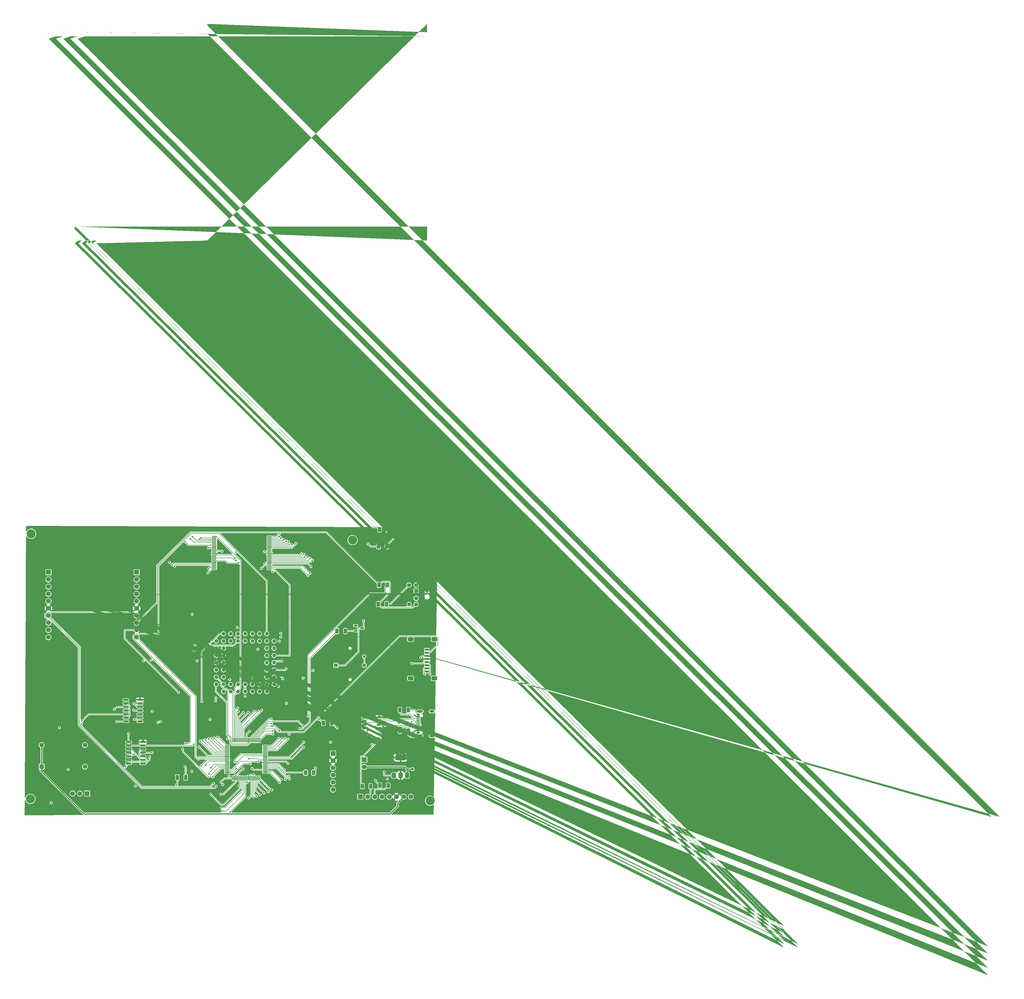
<source format=gtl>
G04 #@! TF.GenerationSoftware,KiCad,Pcbnew,9.0.1*
G04 #@! TF.CreationDate,2025-09-03T14:35:04-07:00*
G04 #@! TF.ProjectId,Project68,50726f6a-6563-4743-9638-2e6b69636164,rev?*
G04 #@! TF.SameCoordinates,Original*
G04 #@! TF.FileFunction,Copper,L1,Top*
G04 #@! TF.FilePolarity,Positive*
%FSLAX46Y46*%
G04 Gerber Fmt 4.6, Leading zero omitted, Abs format (unit mm)*
G04 Created by KiCad (PCBNEW 9.0.1) date 2025-09-03 14:35:04*
%MOMM*%
%LPD*%
G01*
G04 APERTURE LIST*
G04 Aperture macros list*
%AMRoundRect*
0 Rectangle with rounded corners*
0 $1 Rounding radius*
0 $2 $3 $4 $5 $6 $7 $8 $9 X,Y pos of 4 corners*
0 Add a 4 corners polygon primitive as box body*
4,1,4,$2,$3,$4,$5,$6,$7,$8,$9,$2,$3,0*
0 Add four circle primitives for the rounded corners*
1,1,$1+$1,$2,$3*
1,1,$1+$1,$4,$5*
1,1,$1+$1,$6,$7*
1,1,$1+$1,$8,$9*
0 Add four rect primitives between the rounded corners*
20,1,$1+$1,$2,$3,$4,$5,0*
20,1,$1+$1,$4,$5,$6,$7,0*
20,1,$1+$1,$6,$7,$8,$9,0*
20,1,$1+$1,$8,$9,$2,$3,0*%
%AMFreePoly0*
4,1,229,0.750156,0.619998,0.782156,0.618998,0.782312,0.618990,0.814312,0.616990,0.814772,0.616940,0.878772,0.606940,0.879249,0.606841,0.910249,0.598841,0.910394,0.598802,0.941394,0.589802,0.941721,0.589694,0.971721,0.578694,0.971857,0.578642,1.001857,0.566642,1.002174,0.566503,1.031174,0.552503,1.031297,0.552441,1.060297,0.537441,1.060664,0.537231,1.087664,0.520231,
1.087846,0.520111,1.113846,0.502111,1.114049,0.501963,1.140049,0.481963,1.140216,0.481829,1.165216,0.460829,1.165456,0.460613,1.188456,0.438613,1.188613,0.438456,1.210613,0.415456,1.210829,0.415216,1.231829,0.390216,1.231963,0.390049,1.251963,0.364049,1.252111,0.363846,1.270111,0.337846,1.270274,0.337595,1.287274,0.309595,1.287407,0.309361,1.302407,0.281361,
1.302503,0.281174,1.316503,0.252174,1.316642,0.251857,1.328642,0.221857,1.328694,0.221721,1.339694,0.191721,1.339802,0.191394,1.348802,0.160394,1.348841,0.160249,1.356841,0.129249,1.356940,0.128772,1.366940,0.064772,1.366990,0.064312,1.368990,0.032312,1.368998,0.032156,1.369998,0.000156,1.369998,-0.000156,1.368998,-0.032156,1.368990,-0.032312,1.366990,-0.064312,
1.366940,-0.064772,1.356940,-0.128772,1.356841,-0.129249,1.348841,-0.160249,1.348802,-0.160394,1.339802,-0.191394,1.339694,-0.191721,1.328694,-0.221721,1.328642,-0.221857,1.316642,-0.251857,1.316503,-0.252174,1.302503,-0.281174,1.302407,-0.281361,1.287407,-0.309361,1.287274,-0.309595,1.270274,-0.337595,1.270111,-0.337846,1.252111,-0.363846,1.251963,-0.364049,1.231963,-0.390049,
1.231829,-0.390216,1.210829,-0.415216,1.210613,-0.415456,1.188613,-0.438456,1.188456,-0.438613,1.165456,-0.460613,1.165216,-0.460829,1.140216,-0.481829,1.140049,-0.481963,1.114049,-0.501963,1.113846,-0.502111,1.087846,-0.520111,1.087664,-0.520231,1.060664,-0.537231,1.060297,-0.537441,1.031297,-0.552441,1.031174,-0.552503,1.002174,-0.566503,1.001857,-0.566642,0.971857,-0.578642,
0.971721,-0.578694,0.941721,-0.589694,0.941394,-0.589802,0.910394,-0.598802,0.910249,-0.598841,0.879249,-0.606841,0.878772,-0.606940,0.814772,-0.616940,0.814312,-0.616990,0.782312,-0.618990,0.782156,-0.618998,0.750156,-0.619998,0.750000,-0.620000,-0.750000,-0.620000,-0.750156,-0.619998,-0.782156,-0.618998,-0.782312,-0.618990,-0.814312,-0.616990,-0.814772,-0.616940,-0.878772,-0.606940,
-0.879249,-0.606841,-0.910249,-0.598841,-0.910394,-0.598802,-0.941394,-0.589802,-0.941721,-0.589694,-0.971721,-0.578694,-0.971857,-0.578642,-1.001857,-0.566642,-1.002174,-0.566503,-1.031174,-0.552503,-1.031297,-0.552441,-1.060297,-0.537441,-1.060664,-0.537231,-1.087664,-0.520231,-1.087846,-0.520111,-1.113846,-0.502111,-1.114049,-0.501963,-1.140049,-0.481963,-1.140216,-0.481829,-1.165216,-0.460829,
-1.165456,-0.460613,-1.188456,-0.438613,-1.188613,-0.438456,-1.210613,-0.415456,-1.210829,-0.415216,-1.231829,-0.390216,-1.231963,-0.390049,-1.251963,-0.364049,-1.252111,-0.363846,-1.270111,-0.337846,-1.270231,-0.337664,-1.287231,-0.310664,-1.287441,-0.310297,-1.302441,-0.281297,-1.302503,-0.281174,-1.316503,-0.252174,-1.316642,-0.251857,-1.328642,-0.221857,-1.328694,-0.221721,-1.339694,-0.191721,
-1.339802,-0.191394,-1.348802,-0.160394,-1.348841,-0.160249,-1.356841,-0.129249,-1.356940,-0.128772,-1.366940,-0.064772,-1.366990,-0.064312,-1.368990,-0.032312,-1.368998,-0.032156,-1.369998,-0.000156,-1.369998,0.000156,-1.368998,0.032156,-1.368990,0.032312,-1.366990,0.064312,-1.366940,0.064772,-1.356940,0.128772,-1.356841,0.129249,-1.348841,0.160249,-1.348802,0.160394,-1.339802,0.191394,
-1.339694,0.191721,-1.328694,0.221721,-1.328642,0.221857,-1.316642,0.251857,-1.316503,0.252174,-1.302503,0.281174,-1.302407,0.281361,-1.287407,0.309361,-1.287274,0.309595,-1.270274,0.337595,-1.270111,0.337846,-1.252111,0.363846,-1.251963,0.364049,-1.231963,0.390049,-1.231829,0.390216,-1.210829,0.415216,-1.210613,0.415456,-1.188613,0.438456,-1.188456,0.438613,-1.165456,0.460613,
-1.165216,0.460829,-1.140216,0.481829,-1.140049,0.481963,-1.114049,0.501963,-1.113846,0.502111,-1.087846,0.520111,-1.087664,0.520231,-1.060664,0.537231,-1.060297,0.537441,-1.031297,0.552441,-1.031174,0.552503,-1.002174,0.566503,-1.001857,0.566642,-0.971857,0.578642,-0.971721,0.578694,-0.941721,0.589694,-0.941394,0.589802,-0.910394,0.598802,-0.910249,0.598841,-0.879249,0.606841,
-0.878772,0.606940,-0.814772,0.616940,-0.814312,0.616990,-0.782312,0.618990,-0.782156,0.618998,-0.750156,0.619998,-0.750000,0.620000,0.750000,0.620000,0.750156,0.619998,0.750156,0.619998,$1*%
G04 Aperture macros list end*
G04 #@! TA.AperFunction,SMDPad,CuDef*
%ADD10RoundRect,0.250000X-0.312500X-0.625000X0.312500X-0.625000X0.312500X0.625000X-0.312500X0.625000X0*%
G04 #@! TD*
G04 #@! TA.AperFunction,ComponentPad*
%ADD11R,1.700000X1.700000*%
G04 #@! TD*
G04 #@! TA.AperFunction,ComponentPad*
%ADD12C,1.700000*%
G04 #@! TD*
G04 #@! TA.AperFunction,SMDPad,CuDef*
%ADD13RoundRect,0.150000X-0.825000X-0.150000X0.825000X-0.150000X0.825000X0.150000X-0.825000X0.150000X0*%
G04 #@! TD*
G04 #@! TA.AperFunction,WasherPad*
%ADD14C,3.200000*%
G04 #@! TD*
G04 #@! TA.AperFunction,SMDPad,CuDef*
%ADD15RoundRect,0.150000X-0.512500X-0.150000X0.512500X-0.150000X0.512500X0.150000X-0.512500X0.150000X0*%
G04 #@! TD*
G04 #@! TA.AperFunction,SMDPad,CuDef*
%ADD16RoundRect,0.375000X0.375000X-0.625000X0.375000X0.625000X-0.375000X0.625000X-0.375000X-0.625000X0*%
G04 #@! TD*
G04 #@! TA.AperFunction,SMDPad,CuDef*
%ADD17RoundRect,0.500000X1.400000X-0.500000X1.400000X0.500000X-1.400000X0.500000X-1.400000X-0.500000X0*%
G04 #@! TD*
G04 #@! TA.AperFunction,ComponentPad*
%ADD18O,1.950000X3.900000*%
G04 #@! TD*
G04 #@! TA.AperFunction,ComponentPad*
%ADD19O,3.400000X1.700000*%
G04 #@! TD*
G04 #@! TA.AperFunction,SMDPad,CuDef*
%ADD20RoundRect,0.250000X0.375000X0.625000X-0.375000X0.625000X-0.375000X-0.625000X0.375000X-0.625000X0*%
G04 #@! TD*
G04 #@! TA.AperFunction,ComponentPad*
%ADD21C,1.308000*%
G04 #@! TD*
G04 #@! TA.AperFunction,ComponentPad*
%ADD22R,1.308000X1.308000*%
G04 #@! TD*
G04 #@! TA.AperFunction,SMDPad,CuDef*
%ADD23RoundRect,0.150000X0.425000X-0.150000X0.425000X0.150000X-0.425000X0.150000X-0.425000X-0.150000X0*%
G04 #@! TD*
G04 #@! TA.AperFunction,SMDPad,CuDef*
%ADD24RoundRect,0.075000X0.500000X-0.075000X0.500000X0.075000X-0.500000X0.075000X-0.500000X-0.075000X0*%
G04 #@! TD*
G04 #@! TA.AperFunction,HeatsinkPad*
%ADD25O,2.100000X1.000000*%
G04 #@! TD*
G04 #@! TA.AperFunction,HeatsinkPad*
%ADD26O,1.800000X1.000000*%
G04 #@! TD*
G04 #@! TA.AperFunction,ComponentPad*
%ADD27R,1.600000X1.600000*%
G04 #@! TD*
G04 #@! TA.AperFunction,ComponentPad*
%ADD28C,1.600000*%
G04 #@! TD*
G04 #@! TA.AperFunction,SMDPad,CuDef*
%ADD29RoundRect,0.075000X0.712500X0.075000X-0.712500X0.075000X-0.712500X-0.075000X0.712500X-0.075000X0*%
G04 #@! TD*
G04 #@! TA.AperFunction,SMDPad,CuDef*
%ADD30R,1.500000X0.800000*%
G04 #@! TD*
G04 #@! TA.AperFunction,SMDPad,CuDef*
%ADD31RoundRect,0.362500X-0.637500X0.362500X-0.637500X-0.362500X0.637500X-0.362500X0.637500X0.362500X0*%
G04 #@! TD*
G04 #@! TA.AperFunction,SMDPad,CuDef*
%ADD32RoundRect,0.150000X-0.675000X-0.150000X0.675000X-0.150000X0.675000X0.150000X-0.675000X0.150000X0*%
G04 #@! TD*
G04 #@! TA.AperFunction,SMDPad,CuDef*
%ADD33RoundRect,0.035000X-0.745000X-0.105000X0.745000X-0.105000X0.745000X0.105000X-0.745000X0.105000X0*%
G04 #@! TD*
G04 #@! TA.AperFunction,SMDPad,CuDef*
%ADD34RoundRect,0.035000X-0.105000X-0.745000X0.105000X-0.745000X0.105000X0.745000X-0.105000X0.745000X0*%
G04 #@! TD*
G04 #@! TA.AperFunction,SMDPad,CuDef*
%ADD35RoundRect,0.250000X-0.325000X-0.650000X0.325000X-0.650000X0.325000X0.650000X-0.325000X0.650000X0*%
G04 #@! TD*
G04 #@! TA.AperFunction,ComponentPad*
%ADD36C,1.320800*%
G04 #@! TD*
G04 #@! TA.AperFunction,ComponentPad*
%ADD37R,1.408000X1.408000*%
G04 #@! TD*
G04 #@! TA.AperFunction,ComponentPad*
%ADD38C,1.408000*%
G04 #@! TD*
G04 #@! TA.AperFunction,ComponentPad*
%ADD39FreePoly0,90.000000*%
G04 #@! TD*
G04 #@! TA.AperFunction,ViaPad*
%ADD40C,0.600000*%
G04 #@! TD*
G04 #@! TA.AperFunction,ViaPad*
%ADD41C,1.000000*%
G04 #@! TD*
G04 #@! TA.AperFunction,Conductor*
%ADD42C,0.200000*%
G04 #@! TD*
G04 #@! TA.AperFunction,Conductor*
%ADD43C,0.400000*%
G04 #@! TD*
G04 APERTURE END LIST*
D10*
G04 #@! TO.P,R1,2*
G04 #@! TO.N,Net-(J1-Pad2)*
X215658500Y-41500000D03*
G04 #@! TO.P,R1,1*
G04 #@! TO.N,/VIDPIXEL*
X212733500Y-41500000D03*
G04 #@! TD*
D11*
G04 #@! TO.P,J9,1,Pin_1*
G04 #@! TO.N,/~{MCLR}*
X196371000Y-120260000D03*
D12*
G04 #@! TO.P,J9,2,Pin_2*
G04 #@! TO.N,+3.3V*
X196371000Y-122800000D03*
G04 #@! TO.P,J9,3,Pin_3*
G04 #@! TO.N,GND*
X196371000Y-125340000D03*
G04 #@! TO.P,J9,4,Pin_4*
G04 #@! TO.N,/PGD*
X196371000Y-127880000D03*
G04 #@! TO.P,J9,5,Pin_5*
G04 #@! TO.N,/PGC*
X196371000Y-130420000D03*
G04 #@! TO.P,J9,6,Pin_6*
G04 #@! TO.N,unconnected-(J9-Pin_6-Pad6)*
X196371000Y-132960000D03*
G04 #@! TD*
D10*
G04 #@! TO.P,R3,1*
G04 #@! TO.N,/AUDIO*
X197796000Y-77235000D03*
G04 #@! TO.P,R3,2*
G04 #@! TO.N,Net-(Q1-B)*
X200721000Y-77235000D03*
G04 #@! TD*
D13*
G04 #@! TO.P,U3,1*
G04 #@! TO.N,/R{slash}~{W}*
X124546000Y-116225000D03*
G04 #@! TO.P,U3,2*
X124546000Y-117495000D03*
G04 #@! TO.P,U3,3*
G04 #@! TO.N,Net-(U3-Pad3)*
X124546000Y-118765000D03*
G04 #@! TO.P,U3,4*
G04 #@! TO.N,/~{DS}*
X124546000Y-120035000D03*
G04 #@! TO.P,U3,5*
X124546000Y-121305000D03*
G04 #@! TO.P,U3,6*
G04 #@! TO.N,Net-(U3-Pad10)*
X124546000Y-122575000D03*
G04 #@! TO.P,U3,7,GND*
G04 #@! TO.N,GND*
X124546000Y-123845000D03*
G04 #@! TO.P,U3,8*
G04 #@! TO.N,/~{WE}*
X129496000Y-123845000D03*
G04 #@! TO.P,U3,9*
G04 #@! TO.N,Net-(U3-Pad3)*
X129496000Y-122575000D03*
G04 #@! TO.P,U3,10*
G04 #@! TO.N,Net-(U3-Pad10)*
X129496000Y-121305000D03*
G04 #@! TO.P,U3,11*
G04 #@! TO.N,/~{OE}*
X129496000Y-120035000D03*
G04 #@! TO.P,U3,12*
G04 #@! TO.N,Net-(U3-Pad10)*
X129496000Y-118765000D03*
G04 #@! TO.P,U3,13*
G04 #@! TO.N,/R{slash}~{W}*
X129496000Y-117495000D03*
G04 #@! TO.P,U3,14,VCC*
G04 #@! TO.N,+3.3V*
X129496000Y-116225000D03*
G04 #@! TD*
D14*
G04 #@! TO.P,H3,*
G04 #@! TO.N,*
X230500000Y-136865000D03*
G04 #@! TD*
D15*
G04 #@! TO.P,Q1,1,C*
G04 #@! TO.N,Net-(BZ1--)*
X204333500Y-75272500D03*
G04 #@! TO.P,Q1,2,B*
G04 #@! TO.N,Net-(Q1-B)*
X204333500Y-77172500D03*
G04 #@! TO.P,Q1,3,E*
G04 #@! TO.N,GND*
X206608500Y-76222500D03*
G04 #@! TD*
D16*
G04 #@! TO.P,U5,1,GND*
G04 #@! TO.N,GND*
X217783500Y-127960000D03*
G04 #@! TO.P,U5,2,VO*
G04 #@! TO.N,+3.3V*
X220083500Y-127960000D03*
D17*
X220083500Y-121660000D03*
D16*
G04 #@! TO.P,U5,3,VI*
G04 #@! TO.N,VCC*
X222383500Y-127960000D03*
G04 #@! TD*
D18*
G04 #@! TO.P,J1,1*
G04 #@! TO.N,GND*
X230250000Y-47000000D03*
D19*
G04 #@! TO.P,J1,2*
G04 #@! TO.N,Net-(J1-Pad2)*
X225750000Y-47000000D03*
G04 #@! TD*
D20*
G04 #@! TO.P,D1,1,K*
G04 #@! TO.N,Net-(D1-K)*
X189571000Y-127010000D03*
G04 #@! TO.P,D1,2,A*
G04 #@! TO.N,/LED*
X186771000Y-127010000D03*
G04 #@! TD*
D21*
G04 #@! TO.P,BZ1,1,+*
G04 #@! TO.N,VCC*
X207346000Y-89285000D03*
D22*
G04 #@! TO.P,BZ1,2,-*
G04 #@! TO.N,Net-(BZ1--)*
X197346000Y-89285000D03*
G04 #@! TD*
D23*
G04 #@! TO.P,J5,A1,GND*
G04 #@! TO.N,GND*
X226341000Y-112980000D03*
G04 #@! TO.P,J5,A4,VBUS*
G04 #@! TO.N,VCC*
X226341000Y-112180000D03*
D24*
G04 #@! TO.P,J5,A5,CC1*
G04 #@! TO.N,Net-(J5-CC1)*
X226341000Y-111030000D03*
G04 #@! TO.P,J5,A6,D+*
G04 #@! TO.N,/UD+*
X226341000Y-110030000D03*
G04 #@! TO.P,J5,A7,D-*
G04 #@! TO.N,/UD-*
X226341000Y-109530000D03*
G04 #@! TO.P,J5,A8*
G04 #@! TO.N,N/C*
X226341000Y-108530000D03*
D23*
G04 #@! TO.P,J5,A9,VBUS*
G04 #@! TO.N,VCC*
X226341000Y-107380000D03*
G04 #@! TO.P,J5,A12,GND*
G04 #@! TO.N,GND*
X226341000Y-106580000D03*
G04 #@! TO.P,J5,B1,GND*
X226341000Y-106580000D03*
G04 #@! TO.P,J5,B4,VBUS*
G04 #@! TO.N,VCC*
X226341000Y-107380000D03*
D24*
G04 #@! TO.P,J5,B5,CC2*
G04 #@! TO.N,Net-(J5-CC2)*
X226341000Y-108030000D03*
G04 #@! TO.P,J5,B6,D+*
G04 #@! TO.N,/UD+*
X226341000Y-109030000D03*
G04 #@! TO.P,J5,B7,D-*
G04 #@! TO.N,/UD-*
X226341000Y-110530000D03*
G04 #@! TO.P,J5,B8*
G04 #@! TO.N,N/C*
X226341000Y-111530000D03*
D23*
G04 #@! TO.P,J5,B9,VBUS*
G04 #@! TO.N,VCC*
X226341000Y-112180000D03*
G04 #@! TO.P,J5,B12,GND*
G04 #@! TO.N,GND*
X226341000Y-112980000D03*
D25*
G04 #@! TO.P,J5,S1,SHIELD*
X226916000Y-114100000D03*
D26*
X231096000Y-114100000D03*
D25*
X226916000Y-105460000D03*
D26*
X231096000Y-105460000D03*
G04 #@! TD*
D27*
G04 #@! TO.P,Y1,1,Vcontrol*
G04 #@! TO.N,VCC*
X93951000Y-124920000D03*
D28*
G04 #@! TO.P,Y1,7,GND*
G04 #@! TO.N,GND*
X109191000Y-124920000D03*
G04 #@! TO.P,Y1,8,OUT*
G04 #@! TO.N,/~{CLOCK14}*
X109191000Y-117300000D03*
G04 #@! TO.P,Y1,14,Vcc*
G04 #@! TO.N,VCC*
X93951000Y-117300000D03*
G04 #@! TD*
D14*
G04 #@! TO.P,H1,*
G04 #@! TO.N,*
X90250000Y-43000000D03*
G04 #@! TD*
D11*
G04 #@! TO.P,J4,1,Pin_1*
G04 #@! TO.N,/~{CLOCK14}*
X109921000Y-134360000D03*
D12*
G04 #@! TO.P,J4,2,Pin_2*
G04 #@! TO.N,/~{CLOCK}*
X107381000Y-134360000D03*
G04 #@! TO.P,J4,3,Pin_3*
G04 #@! TO.N,/~{CLOCK7}*
X104841000Y-134360000D03*
G04 #@! TD*
D10*
G04 #@! TO.P,R4,1*
G04 #@! TO.N,VCC*
X212571000Y-61010000D03*
G04 #@! TO.P,R4,2*
G04 #@! TO.N,/PS2_DATA*
X215496000Y-61010000D03*
G04 #@! TD*
D14*
G04 #@! TO.P,H4,*
G04 #@! TO.N,*
X203250000Y-45250000D03*
G04 #@! TD*
D10*
G04 #@! TO.P,R7,1*
G04 #@! TO.N,Net-(J5-CC1)*
X219883500Y-112285000D03*
G04 #@! TO.P,R7,2*
G04 #@! TO.N,GND*
X222808500Y-112285000D03*
G04 #@! TD*
D11*
G04 #@! TO.P,J8,1,Pin_1*
G04 #@! TO.N,/RX*
X205941000Y-135485000D03*
D12*
G04 #@! TO.P,J8,2,Pin_2*
G04 #@! TO.N,Net-(J8-Pin_2)*
X208481000Y-135485000D03*
G04 #@! TO.P,J8,3,Pin_3*
G04 #@! TO.N,Net-(J8-Pin_3)*
X211021000Y-135485000D03*
G04 #@! TO.P,J8,4,Pin_4*
G04 #@! TO.N,/TX*
X213561000Y-135485000D03*
G04 #@! TO.P,J8,5,Pin_5*
G04 #@! TO.N,Net-(J8-Pin_5)*
X216101000Y-135485000D03*
G04 #@! TO.P,J8,6,Pin_6*
G04 #@! TO.N,+3.3V*
X218641000Y-135485000D03*
G04 #@! TO.P,J8,7,Pin_7*
G04 #@! TO.N,VCC*
X221181000Y-135485000D03*
G04 #@! TO.P,J8,8,Pin_8*
G04 #@! TO.N,GND*
X223721000Y-135485000D03*
G04 #@! TD*
D11*
G04 #@! TO.P,J11,1,Pin_1*
G04 #@! TO.N,/MISO*
X127346000Y-56535000D03*
D12*
G04 #@! TO.P,J11,2,Pin_2*
G04 #@! TO.N,/MOSI*
X127346000Y-59075000D03*
G04 #@! TO.P,J11,3,Pin_3*
G04 #@! TO.N,/SPI_CLK*
X127346000Y-61615000D03*
G04 #@! TO.P,J11,4,Pin_4*
G04 #@! TO.N,/SER_CS*
X127346000Y-64155000D03*
G04 #@! TO.P,J11,5,Pin_5*
G04 #@! TO.N,GND*
X127346000Y-66695000D03*
G04 #@! TO.P,J11,6,Pin_6*
G04 #@! TO.N,+3.3V*
X127346000Y-69235000D03*
G04 #@! TO.P,J11,7,Pin_7*
G04 #@! TO.N,/~{SER_IRQ}*
X127346000Y-71775000D03*
G04 #@! TO.P,J11,8,Pin_8*
G04 #@! TO.N,VCC*
X127346000Y-74315000D03*
G04 #@! TO.P,J11,9,Pin_9*
G04 #@! TO.N,/AGPIO2*
X127346000Y-76855000D03*
G04 #@! TO.P,J11,10,Pin_10*
G04 #@! TO.N,/AGPIO3*
X127346000Y-79395000D03*
G04 #@! TD*
D29*
G04 #@! TO.P,U2,1,A15*
G04 #@! TO.N,/A15*
X173996000Y-55485000D03*
G04 #@! TO.P,U2,2,A14*
G04 #@! TO.N,/A14*
X173996000Y-54985000D03*
G04 #@! TO.P,U2,3,A13*
G04 #@! TO.N,/A13*
X173996000Y-54485000D03*
G04 #@! TO.P,U2,4,A12*
G04 #@! TO.N,/A12*
X173996000Y-53985000D03*
G04 #@! TO.P,U2,5,A11*
G04 #@! TO.N,/A11*
X173996000Y-53485000D03*
G04 #@! TO.P,U2,6,A10*
G04 #@! TO.N,/A10*
X173996000Y-52985000D03*
G04 #@! TO.P,U2,7,A9*
G04 #@! TO.N,/A9*
X173996000Y-52485000D03*
G04 #@! TO.P,U2,8,A8*
G04 #@! TO.N,/A8*
X173996000Y-51985000D03*
G04 #@! TO.P,U2,9,A19*
G04 #@! TO.N,/A19*
X173996000Y-51485000D03*
G04 #@! TO.P,U2,10,A20*
G04 #@! TO.N,/A20*
X173996000Y-50985000D03*
G04 #@! TO.P,U2,11,~{WE}*
G04 #@! TO.N,/~{WE}*
X173996000Y-50485000D03*
G04 #@! TO.P,U2,12,CS2*
G04 #@! TO.N,+3.3V*
X173996000Y-49985000D03*
G04 #@! TO.P,U2,13,NC*
G04 #@! TO.N,GND*
X173996000Y-49485000D03*
G04 #@! TO.P,U2,14,~{UB}*
G04 #@! TO.N,unconnected-(U2-~{UB}-Pad14)*
X173996000Y-48985000D03*
G04 #@! TO.P,U2,15,~{LB}*
G04 #@! TO.N,unconnected-(U2-~{LB}-Pad15)*
X173996000Y-48485000D03*
G04 #@! TO.P,U2,16,A18*
G04 #@! TO.N,/A18*
X173996000Y-47985000D03*
G04 #@! TO.P,U2,17,A17*
G04 #@! TO.N,/A17*
X173996000Y-47485000D03*
G04 #@! TO.P,U2,18,A7*
G04 #@! TO.N,/A7*
X173996000Y-46985000D03*
G04 #@! TO.P,U2,19,A6*
G04 #@! TO.N,/A6*
X173996000Y-46485000D03*
G04 #@! TO.P,U2,20,A5*
G04 #@! TO.N,/A5*
X173996000Y-45985000D03*
G04 #@! TO.P,U2,21,A4*
G04 #@! TO.N,/A4*
X173996000Y-45485000D03*
G04 #@! TO.P,U2,22,A3*
G04 #@! TO.N,/A3*
X173996000Y-44985000D03*
G04 #@! TO.P,U2,23,A2*
G04 #@! TO.N,/A2*
X173996000Y-44485000D03*
G04 #@! TO.P,U2,24,A1*
G04 #@! TO.N,/A1*
X173996000Y-43985000D03*
G04 #@! TO.P,U2,25,A0*
G04 #@! TO.N,/A0*
X154621000Y-43985000D03*
G04 #@! TO.P,U2,26,~{CS1}*
G04 #@! TO.N,GND*
X154621000Y-44485000D03*
G04 #@! TO.P,U2,27,VSS*
X154621000Y-44985000D03*
G04 #@! TO.P,U2,28,~{OE}*
G04 #@! TO.N,/~{OE}*
X154621000Y-45485000D03*
G04 #@! TO.P,U2,29,DQ0*
G04 #@! TO.N,/D0*
X154621000Y-45985000D03*
G04 #@! TO.P,U2,30,DQ8*
G04 #@! TO.N,unconnected-(U2-DQ8-Pad30)*
X154621000Y-46485000D03*
G04 #@! TO.P,U2,31,DQ1*
G04 #@! TO.N,/D1*
X154621000Y-46985000D03*
G04 #@! TO.P,U2,32,DQ9*
G04 #@! TO.N,unconnected-(U2-DQ9-Pad32)*
X154621000Y-47485000D03*
G04 #@! TO.P,U2,33,DQ2*
G04 #@! TO.N,/D2*
X154621000Y-47985000D03*
G04 #@! TO.P,U2,34,DQ10*
G04 #@! TO.N,unconnected-(U2-DQ10-Pad34)*
X154621000Y-48485000D03*
G04 #@! TO.P,U2,35,DQ3*
G04 #@! TO.N,/D3*
X154621000Y-48985000D03*
G04 #@! TO.P,U2,36,DQ11*
G04 #@! TO.N,unconnected-(U2-DQ11-Pad36)*
X154621000Y-49485000D03*
G04 #@! TO.P,U2,37,VCC*
G04 #@! TO.N,+3.3V*
X154621000Y-49985000D03*
G04 #@! TO.P,U2,38,DQ4*
G04 #@! TO.N,/D4*
X154621000Y-50485000D03*
G04 #@! TO.P,U2,39,DQ12*
G04 #@! TO.N,unconnected-(U2-DQ12-Pad39)*
X154621000Y-50985000D03*
G04 #@! TO.P,U2,40,DQ5*
G04 #@! TO.N,/D5*
X154621000Y-51485000D03*
G04 #@! TO.P,U2,41,DQQ13*
G04 #@! TO.N,unconnected-(U2-DQQ13-Pad41)*
X154621000Y-51985000D03*
G04 #@! TO.P,U2,42,DQ6*
G04 #@! TO.N,/D6*
X154621000Y-52485000D03*
G04 #@! TO.P,U2,43,DQ14*
G04 #@! TO.N,unconnected-(U2-DQ14-Pad43)*
X154621000Y-52985000D03*
G04 #@! TO.P,U2,44,DQ7*
G04 #@! TO.N,/D7*
X154621000Y-53485000D03*
G04 #@! TO.P,U2,45,DQ15/A-1*
G04 #@! TO.N,/A21*
X154621000Y-53985000D03*
G04 #@! TO.P,U2,46,VSS*
G04 #@! TO.N,GND*
X154621000Y-54485000D03*
G04 #@! TO.P,U2,47,~{BYTE}*
X154621000Y-54985000D03*
G04 #@! TO.P,U2,48,A16*
G04 #@! TO.N,/A16*
X154621000Y-55485000D03*
G04 #@! TD*
D30*
G04 #@! TO.P,J3,1,DAT2*
G04 #@! TO.N,unconnected-(J3-DAT2-Pad1)*
X229346000Y-83755000D03*
G04 #@! TO.P,J3,2,DAT3/CD*
G04 #@! TO.N,/SD_CS*
X229346000Y-84855000D03*
G04 #@! TO.P,J3,3,CMD*
G04 #@! TO.N,/MOSI*
X229346000Y-85955000D03*
G04 #@! TO.P,J3,4,VDD*
G04 #@! TO.N,+3.3V*
X229346000Y-87055000D03*
G04 #@! TO.P,J3,5,CLK*
G04 #@! TO.N,/SPI_CLK*
X229346000Y-88155000D03*
G04 #@! TO.P,J3,6,VSS*
G04 #@! TO.N,GND*
X229346000Y-89255000D03*
G04 #@! TO.P,J3,7,DAT0*
G04 #@! TO.N,/MISO*
X229346000Y-90355000D03*
G04 #@! TO.P,J3,8,DAT1*
G04 #@! TO.N,unconnected-(J3-DAT1-Pad8)*
X229346000Y-91455000D03*
D31*
G04 #@! TO.P,J3,9,SHIELD*
G04 #@! TO.N,unconnected-(J3-SHIELD-Pad9)*
X231946000Y-80085000D03*
G04 #@! TO.N,unconnected-(J3-SHIELD-Pad9)_1*
X223646000Y-80085000D03*
G04 #@! TO.N,unconnected-(J3-SHIELD-Pad9)_3*
X231946000Y-93835000D03*
G04 #@! TO.N,unconnected-(J3-SHIELD-Pad9)_2*
X223646000Y-93835000D03*
G04 #@! TD*
D32*
G04 #@! TO.P,U6,1,UD+*
G04 #@! TO.N,/UD+*
X207346000Y-107560000D03*
G04 #@! TO.P,U6,2,UD-*
G04 #@! TO.N,/UD-*
X207346000Y-108830000D03*
G04 #@! TO.P,U6,3,GND*
G04 #@! TO.N,GND*
X207346000Y-110100000D03*
G04 #@! TO.P,U6,4,~{RTS}*
G04 #@! TO.N,Net-(J8-Pin_5)*
X207346000Y-111370000D03*
G04 #@! TO.P,U6,5,VCC*
G04 #@! TO.N,+3.3V*
X212596000Y-111370000D03*
G04 #@! TO.P,U6,6,TXD*
G04 #@! TO.N,/RXD*
X212596000Y-110100000D03*
G04 #@! TO.P,U6,7,RXD*
G04 #@! TO.N,/TXD*
X212596000Y-108830000D03*
G04 #@! TO.P,U6,8,V3*
G04 #@! TO.N,+3.3V*
X212596000Y-107560000D03*
G04 #@! TD*
D10*
G04 #@! TO.P,R8,1*
G04 #@! TO.N,Net-(D1-K)*
X192996000Y-109560000D03*
G04 #@! TO.P,R8,2*
G04 #@! TO.N,GND*
X195921000Y-109560000D03*
G04 #@! TD*
D13*
G04 #@! TO.P,U4,1,~{R}*
G04 #@! TO.N,unconnected-(U4A-~{R}-Pad1)*
X123571000Y-101400000D03*
G04 #@! TO.P,U4,2,D*
G04 #@! TO.N,Net-(U4A-D)*
X123571000Y-102670000D03*
G04 #@! TO.P,U4,3,C*
G04 #@! TO.N,/~{CLOCK14}*
X123571000Y-103940000D03*
G04 #@! TO.P,U4,4,~{S}*
G04 #@! TO.N,unconnected-(U4A-~{S}-Pad4)*
X123571000Y-105210000D03*
G04 #@! TO.P,U4,5,Q*
G04 #@! TO.N,/~{CLOCK7}*
X123571000Y-106480000D03*
G04 #@! TO.P,U4,6,~{Q}*
G04 #@! TO.N,Net-(U4A-D)*
X123571000Y-107750000D03*
G04 #@! TO.P,U4,7,GND*
G04 #@! TO.N,GND*
X123571000Y-109020000D03*
G04 #@! TO.P,U4,8,~{Q}*
G04 #@! TO.N,unconnected-(U4B-~{Q}-Pad8)*
X128521000Y-109020000D03*
G04 #@! TO.P,U4,9,Q*
G04 #@! TO.N,/~{DTACK}*
X128521000Y-107750000D03*
G04 #@! TO.P,U4,10,~{S}*
G04 #@! TO.N,unconnected-(U4B-~{S}-Pad10)*
X128521000Y-106480000D03*
G04 #@! TO.P,U4,11,C*
G04 #@! TO.N,/~{CLOCK}*
X128521000Y-105210000D03*
G04 #@! TO.P,U4,12,D*
G04 #@! TO.N,/~{DS}*
X128521000Y-103940000D03*
G04 #@! TO.P,U4,13,~{R}*
G04 #@! TO.N,unconnected-(U4B-~{R}-Pad13)*
X128521000Y-102670000D03*
G04 #@! TO.P,U4,14,VCC*
G04 #@! TO.N,+3.3V*
X128521000Y-101400000D03*
G04 #@! TD*
D10*
G04 #@! TO.P,R5,1*
G04 #@! TO.N,VCC*
X212271000Y-67735000D03*
G04 #@! TO.P,R5,2*
G04 #@! TO.N,/PS2_CLK*
X215196000Y-67735000D03*
G04 #@! TD*
G04 #@! TO.P,R2,1*
G04 #@! TO.N,/VIDSYNC*
X212371000Y-47460000D03*
G04 #@! TO.P,R2,2*
G04 #@! TO.N,Net-(J1-Pad2)*
X215296000Y-47460000D03*
G04 #@! TD*
D33*
G04 #@! TO.P,U11,1,RH2/A18/PMD7*
G04 #@! TO.N,/A2*
X159143500Y-117560000D03*
G04 #@! TO.P,U11,2,RH3/A19/PMD6*
G04 #@! TO.N,/A3*
X159143500Y-118060000D03*
G04 #@! TO.P,U11,3,RE1/AD9/PMWR/P2C*
G04 #@! TO.N,/D1*
X159143500Y-118560000D03*
G04 #@! TO.P,U11,4,RE0/AD8/PMRD/P2D*
G04 #@! TO.N,/D0*
X159143500Y-119060000D03*
G04 #@! TO.P,U11,5,RG0/PMA8/ECCP3/P3A*
G04 #@! TO.N,/VIDSYNC*
X159143500Y-119560000D03*
G04 #@! TO.P,U11,6,RG1/PMA7/TX2/CK2*
G04 #@! TO.N,/VIDPIXEL*
X159143500Y-120060000D03*
G04 #@! TO.P,U11,7,RG2/PMA6/RX2/DT2*
G04 #@! TO.N,/AGPIO1*
X159143500Y-120560000D03*
G04 #@! TO.P,U11,8,RG3/PMCS1/CCP4/P3D*
G04 #@! TO.N,/AGPIO2*
X159143500Y-121060000D03*
G04 #@! TO.P,U11,9,~{MCLR}*
G04 #@! TO.N,/~{MCLR}*
X159143500Y-121560000D03*
G04 #@! TO.P,U11,10,RG4/PMCS2/CCP5/P1D*
G04 #@! TO.N,/AGPIO3*
X159143500Y-122060000D03*
G04 #@! TO.P,U11,11,VSS*
G04 #@! TO.N,GND*
X159143500Y-122560000D03*
G04 #@! TO.P,U11,12,VDDCORE/VCAP*
G04 #@! TO.N,Net-(U11-VDDCORE{slash}VCAP)*
X159143500Y-123060000D03*
G04 #@! TO.P,U11,13,RF7/PMD0/~SS1*
G04 #@! TO.N,unconnected-(U11-RF7{slash}PMD0{slash}~SS1-Pad13)*
X159143500Y-123560000D03*
G04 #@! TO.P,U11,14,RF6/PMD1/AN11/C1INA*
G04 #@! TO.N,/A21*
X159143500Y-124060000D03*
G04 #@! TO.P,U11,15,RF5/PMD2/AN10/C1INB/CVREF*
G04 #@! TO.N,/A20*
X159143500Y-124560000D03*
G04 #@! TO.P,U11,16,RF4/AN9/C2INA*
G04 #@! TO.N,/A19*
X159143500Y-125060000D03*
G04 #@! TO.P,U11,17,RF3/AN8/C2INB*
G04 #@! TO.N,/A18*
X159143500Y-125560000D03*
G04 #@! TO.P,U11,18,RF2/PMA5/AN7/C1OUT*
G04 #@! TO.N,/A17*
X159143500Y-126060000D03*
G04 #@! TO.P,U11,19,RH7/PMWR/AN15/P1B*
G04 #@! TO.N,/A7*
X159143500Y-126560000D03*
G04 #@! TO.P,U11,20,RH6/PMRD/AN14/P1C/C1INC*
G04 #@! TO.N,/A6*
X159143500Y-127060000D03*
D34*
G04 #@! TO.P,U11,21,RH5/PMBE/AN13/P3B/C2IND*
G04 #@! TO.N,/A5*
X161073500Y-128990000D03*
G04 #@! TO.P,U11,22,RH4/PMD3/AN12/P3C/C2INC*
G04 #@! TO.N,/A4*
X161573500Y-128990000D03*
G04 #@! TO.P,U11,23,RF1/AN6/C2OUT*
G04 #@! TO.N,/A16*
X162073500Y-128990000D03*
G04 #@! TO.P,U11,24,ENVREG*
G04 #@! TO.N,+3.3V*
X162573500Y-128990000D03*
G04 #@! TO.P,U11,25,AVDD*
X163073500Y-128990000D03*
G04 #@! TO.P,U11,26,AVSS*
G04 #@! TO.N,GND*
X163573500Y-128990000D03*
G04 #@! TO.P,U11,27,RA3/AN3/VREF+*
G04 #@! TO.N,/~{BGACK}*
X164073500Y-128990000D03*
G04 #@! TO.P,U11,28,RA2/AN2/VREF-*
G04 #@! TO.N,/~{DS}*
X164573500Y-128990000D03*
G04 #@! TO.P,U11,29,RA1/AN1*
G04 #@! TO.N,/~{AS}*
X165073500Y-128990000D03*
G04 #@! TO.P,U11,30,RA0/AN0*
G04 #@! TO.N,/R{slash}~{W}*
X165573500Y-128990000D03*
G04 #@! TO.P,U11,31,VSS*
G04 #@! TO.N,GND*
X166073500Y-128990000D03*
G04 #@! TO.P,U11,32,VDD*
G04 #@! TO.N,+3.3V*
X166573500Y-128990000D03*
G04 #@! TO.P,U11,33,RA5/PMD4/AN4*
G04 #@! TO.N,/~{BG}*
X167073500Y-128990000D03*
G04 #@! TO.P,U11,34,RA4/PMD5/T0CKI*
G04 #@! TO.N,/~{BR}*
X167573500Y-128990000D03*
G04 #@! TO.P,U11,35,RC1/T1OSI/ECCP2/P2A*
G04 #@! TO.N,/AUDIO*
X168073500Y-128990000D03*
G04 #@! TO.P,U11,36,RC0/T1OSO/T13CKI*
G04 #@! TO.N,/GPIO0*
X168573500Y-128990000D03*
G04 #@! TO.P,U11,37,RC6/TX1/CK1*
G04 #@! TO.N,/TX*
X169073500Y-128990000D03*
G04 #@! TO.P,U11,38,RC7/RX1/DT1*
G04 #@! TO.N,/RX*
X169573500Y-128990000D03*
G04 #@! TO.P,U11,39,RJ4/BA0*
G04 #@! TO.N,/A12*
X170073500Y-128990000D03*
G04 #@! TO.P,U11,40,RJ5/~CE*
G04 #@! TO.N,/A13*
X170573500Y-128990000D03*
D33*
G04 #@! TO.P,U11,41,RJ6/~LB*
G04 #@! TO.N,/A14*
X172503500Y-127060000D03*
G04 #@! TO.P,U11,42,RJ7/~UB*
G04 #@! TO.N,/A15*
X172503500Y-126560000D03*
G04 #@! TO.P,U11,43,RC2/ECCP1/P1A*
G04 #@! TO.N,/AUX_CS*
X172503500Y-126060000D03*
G04 #@! TO.P,U11,44,RC3/SCK1/SCL1*
G04 #@! TO.N,/PS2_CLK*
X172503500Y-125560000D03*
G04 #@! TO.P,U11,45,RC4/SDI1/SDA1*
G04 #@! TO.N,/PS2_DATA*
X172503500Y-125060000D03*
G04 #@! TO.P,U11,46,RC5/SDO1*
G04 #@! TO.N,/LED*
X172503500Y-124560000D03*
G04 #@! TO.P,U11,47,RB7/KBI3/PGD*
G04 #@! TO.N,/PGD*
X172503500Y-124060000D03*
G04 #@! TO.P,U11,48,VDD*
G04 #@! TO.N,+3.3V*
X172503500Y-123560000D03*
G04 #@! TO.P,U11,49,OSC1/CLKI/RA7*
G04 #@! TO.N,/~{CLOCK14}*
X172503500Y-123060000D03*
G04 #@! TO.P,U11,50,OSC2/CLKO/RA6*
G04 #@! TO.N,/~{BERR}*
X172503500Y-122560000D03*
G04 #@! TO.P,U11,51,VSS*
G04 #@! TO.N,GND*
X172503500Y-122060000D03*
G04 #@! TO.P,U11,52,RB6/KBI2/PGC*
G04 #@! TO.N,/PGC*
X172503500Y-121560000D03*
G04 #@! TO.P,U11,53,RB5/KBI1/PMA0*
G04 #@! TO.N,/~{SER_IRQ}*
X172503500Y-121060000D03*
G04 #@! TO.P,U11,54,RB4/KBI0/PMA1*
G04 #@! TO.N,/~{AUX_IRQ}*
X172503500Y-120560000D03*
G04 #@! TO.P,U11,55,RB3/INT3/PMA2/ECCP2/P2A*
G04 #@! TO.N,unconnected-(U11-RB3{slash}INT3{slash}PMA2{slash}ECCP2{slash}P2A-Pad55)*
X172503500Y-120060000D03*
G04 #@! TO.P,U11,56,RB2/INT2/PMA3*
G04 #@! TO.N,unconnected-(U11-RB2{slash}INT2{slash}PMA3-Pad56)*
X172503500Y-119560000D03*
G04 #@! TO.P,U11,57,RB1/INT1/PMA4*
G04 #@! TO.N,/~{HALT}*
X172503500Y-119060000D03*
G04 #@! TO.P,U11,58,RB0/INT0/FLT0*
G04 #@! TO.N,/~{RESET}*
X172503500Y-118560000D03*
G04 #@! TO.P,U11,59,RJ3/~WRH*
G04 #@! TO.N,/A11*
X172503500Y-118060000D03*
G04 #@! TO.P,U11,60,RJ2/~WRL*
G04 #@! TO.N,/A10*
X172503500Y-117560000D03*
D34*
G04 #@! TO.P,U11,61,RJ1/~OE*
G04 #@! TO.N,/A9*
X170573500Y-115630000D03*
G04 #@! TO.P,U11,62,RJ0/ALE*
G04 #@! TO.N,/A8*
X170073500Y-115630000D03*
G04 #@! TO.P,U11,63,RD7/AD7/PMD7/~SS2*
G04 #@! TO.N,/SD_CS*
X169573500Y-115630000D03*
G04 #@! TO.P,U11,64,RD6/AD6/PMD6/SCK2/SCL2*
G04 #@! TO.N,/SPI_CLK*
X169073500Y-115630000D03*
G04 #@! TO.P,U11,65,RD5/AD5/PMD5/SDI2/SDA2*
G04 #@! TO.N,/MISO*
X168573500Y-115630000D03*
G04 #@! TO.P,U11,66,RD4/AD4/PMD4/SDO2*
G04 #@! TO.N,/MOSI*
X168073500Y-115630000D03*
G04 #@! TO.P,U11,67,RD3/AD3/PMD3*
G04 #@! TO.N,/SER_CS*
X167573500Y-115630000D03*
G04 #@! TO.P,U11,68,RD2/AD2/PMD2*
G04 #@! TO.N,/~{IPL2}*
X167073500Y-115630000D03*
G04 #@! TO.P,U11,69,RD1/AD1/PMD1*
G04 #@! TO.N,/~{IPL1}*
X166573500Y-115630000D03*
G04 #@! TO.P,U11,70,VSS*
G04 #@! TO.N,GND*
X166073500Y-115630000D03*
G04 #@! TO.P,U11,71,VDD*
G04 #@! TO.N,+3.3V*
X165573500Y-115630000D03*
G04 #@! TO.P,U11,72,RD0/AD0/PMD0*
G04 #@! TO.N,/~{IPL0}*
X165073500Y-115630000D03*
G04 #@! TO.P,U11,73,RE7/AD15/PMA9/ECCP2/P2A*
G04 #@! TO.N,/D7*
X164573500Y-115630000D03*
G04 #@! TO.P,U11,74,RE6/AD14/PMA10/P1B*
G04 #@! TO.N,/D6*
X164073500Y-115630000D03*
G04 #@! TO.P,U11,75,RE5/AD13/PMA11/P1C*
G04 #@! TO.N,/D5*
X163573500Y-115630000D03*
G04 #@! TO.P,U11,76,RE4/AD12/PMA12/P3B*
G04 #@! TO.N,/D4*
X163073500Y-115630000D03*
G04 #@! TO.P,U11,77,RE3/AD11/PMA13/P3C/REFO*
G04 #@! TO.N,/D3*
X162573500Y-115630000D03*
G04 #@! TO.P,U11,78,RE2/AD10/PMBE/P2B*
G04 #@! TO.N,/D2*
X162073500Y-115630000D03*
G04 #@! TO.P,U11,79,RH0/A16*
G04 #@! TO.N,/A0*
X161573500Y-115630000D03*
G04 #@! TO.P,U11,80,RH1/A17*
G04 #@! TO.N,/A1*
X161073500Y-115630000D03*
G04 #@! TD*
D10*
G04 #@! TO.P,R6,1*
G04 #@! TO.N,Net-(J5-CC2)*
X219871000Y-104960000D03*
G04 #@! TO.P,R6,2*
G04 #@! TO.N,GND*
X222796000Y-104960000D03*
G04 #@! TD*
D11*
G04 #@! TO.P,J6,1,Pin_1*
G04 #@! TO.N,GND*
X207371000Y-122435000D03*
D12*
G04 #@! TO.P,J6,2,Pin_2*
G04 #@! TO.N,VCC*
X207371000Y-124975000D03*
G04 #@! TD*
D10*
G04 #@! TO.P,R10,1*
G04 #@! TO.N,/RXD*
X206671000Y-131785000D03*
G04 #@! TO.P,R10,2*
G04 #@! TO.N,Net-(J8-Pin_2)*
X209596000Y-131785000D03*
G04 #@! TD*
G04 #@! TO.P,R9,1*
G04 #@! TO.N,/TXD*
X212846000Y-131535000D03*
G04 #@! TO.P,R9,2*
G04 #@! TO.N,Net-(J8-Pin_3)*
X215771000Y-131535000D03*
G04 #@! TD*
D35*
G04 #@! TO.P,C2,1*
G04 #@! TO.N,Net-(U11-VDDCORE{slash}VCAP)*
X141646000Y-128685000D03*
G04 #@! TO.P,C2,2*
G04 #@! TO.N,GND*
X144596000Y-128685000D03*
G04 #@! TD*
D11*
G04 #@! TO.P,J10,1,Pin_1*
G04 #@! TO.N,/MISO*
X96346000Y-56535000D03*
D12*
G04 #@! TO.P,J10,2,Pin_2*
G04 #@! TO.N,/MOSI*
X96346000Y-59075000D03*
G04 #@! TO.P,J10,3,Pin_3*
G04 #@! TO.N,/SPI_CLK*
X96346000Y-61615000D03*
G04 #@! TO.P,J10,4,Pin_4*
G04 #@! TO.N,/AUX_CS*
X96346000Y-64155000D03*
G04 #@! TO.P,J10,5,Pin_5*
G04 #@! TO.N,GND*
X96346000Y-66695000D03*
G04 #@! TO.P,J10,6,Pin_6*
G04 #@! TO.N,+3.3V*
X96346000Y-69235000D03*
G04 #@! TO.P,J10,7,Pin_7*
G04 #@! TO.N,/~{AUX_IRQ}*
X96346000Y-71775000D03*
G04 #@! TO.P,J10,8,Pin_8*
G04 #@! TO.N,VCC*
X96346000Y-74315000D03*
G04 #@! TO.P,J10,9,Pin_9*
G04 #@! TO.N,/GPIO0*
X96346000Y-76855000D03*
G04 #@! TO.P,J10,10,Pin_10*
G04 #@! TO.N,/AGPIO1*
X96346000Y-79395000D03*
G04 #@! TD*
D14*
G04 #@! TO.P,H2,*
G04 #@! TO.N,*
X90000000Y-136250000D03*
G04 #@! TD*
D36*
G04 #@! TO.P,IC1,1,A2*
G04 #@! TO.N,/A2*
X165471000Y-98520000D03*
G04 #@! TO.P,IC1,2,A3*
G04 #@! TO.N,/A3*
X165471000Y-95980000D03*
G04 #@! TO.P,IC1,3,A4*
G04 #@! TO.N,/A4*
X168011000Y-98520000D03*
G04 #@! TO.P,IC1,4,A5*
G04 #@! TO.N,/A5*
X168011000Y-95980000D03*
G04 #@! TO.P,IC1,5,A6*
G04 #@! TO.N,/A6*
X170551000Y-98520000D03*
G04 #@! TO.P,IC1,6,A7*
G04 #@! TO.N,/A7*
X170551000Y-95980000D03*
G04 #@! TO.P,IC1,7,A8*
G04 #@! TO.N,/A8*
X173091000Y-98520000D03*
G04 #@! TO.P,IC1,8,A9*
G04 #@! TO.N,/A9*
X175631000Y-95980000D03*
G04 #@! TO.P,IC1,9,A10*
G04 #@! TO.N,/A10*
X173091000Y-95980000D03*
G04 #@! TO.P,IC1,10,A11*
G04 #@! TO.N,/A11*
X175631000Y-93440000D03*
G04 #@! TO.P,IC1,11,A12*
G04 #@! TO.N,/A12*
X173091000Y-93440000D03*
G04 #@! TO.P,IC1,12,A13*
G04 #@! TO.N,/A13*
X175631000Y-90900000D03*
G04 #@! TO.P,IC1,13,A21*
G04 #@! TO.N,/A21*
X173091000Y-90900000D03*
G04 #@! TO.P,IC1,14,A14*
G04 #@! TO.N,/A14*
X175631000Y-88360000D03*
G04 #@! TO.P,IC1,15,VCC*
G04 #@! TO.N,VCC*
X173091000Y-88360000D03*
G04 #@! TO.P,IC1,16,A15*
G04 #@! TO.N,/A15*
X175631000Y-85820000D03*
G04 #@! TO.P,IC1,17,GND@1*
G04 #@! TO.N,GND*
X173091000Y-85820000D03*
G04 #@! TO.P,IC1,18,A16*
G04 #@! TO.N,/A16*
X175631000Y-83280000D03*
G04 #@! TO.P,IC1,19,A17*
G04 #@! TO.N,/A17*
X173091000Y-83280000D03*
G04 #@! TO.P,IC1,20,A18*
G04 #@! TO.N,/A18*
X175631000Y-80740000D03*
G04 #@! TO.P,IC1,21,A19*
G04 #@! TO.N,/A19*
X173091000Y-78200000D03*
G04 #@! TO.P,IC1,22,A20*
G04 #@! TO.N,/A20*
X173091000Y-80740000D03*
G04 #@! TO.P,IC1,23,D7*
G04 #@! TO.N,/D7*
X170551000Y-78200000D03*
G04 #@! TO.P,IC1,24,D6*
G04 #@! TO.N,/D6*
X170551000Y-80740000D03*
G04 #@! TO.P,IC1,25,D5*
G04 #@! TO.N,/D5*
X168011000Y-78200000D03*
G04 #@! TO.P,IC1,26,D4*
G04 #@! TO.N,/D4*
X168011000Y-80740000D03*
G04 #@! TO.P,IC1,27,D3*
G04 #@! TO.N,/D3*
X165471000Y-78200000D03*
G04 #@! TO.P,IC1,28,D2*
G04 #@! TO.N,/D2*
X165471000Y-80740000D03*
G04 #@! TO.P,IC1,29,D1*
G04 #@! TO.N,/D1*
X162931000Y-78200000D03*
G04 #@! TO.P,IC1,30,D0*
G04 #@! TO.N,/D0*
X162931000Y-80740000D03*
G04 #@! TO.P,IC1,31,AS*
G04 #@! TO.N,/~{AS}*
X160391000Y-78200000D03*
G04 #@! TO.P,IC1,32,DS*
G04 #@! TO.N,/~{DS}*
X160391000Y-80740000D03*
G04 #@! TO.P,IC1,33,R/~{W}*
G04 #@! TO.N,/R{slash}~{W}*
X157851000Y-78200000D03*
G04 #@! TO.P,IC1,34,DTACK*
G04 #@! TO.N,/~{DTACK}*
X155311000Y-80740000D03*
G04 #@! TO.P,IC1,35,BG*
G04 #@! TO.N,/~{BG}*
X157851000Y-80740000D03*
G04 #@! TO.P,IC1,36,BGACK*
G04 #@! TO.N,/~{BGACK}*
X155311000Y-83280000D03*
G04 #@! TO.P,IC1,37,BR*
G04 #@! TO.N,/~{BR}*
X157851000Y-83280000D03*
G04 #@! TO.P,IC1,38,CLK*
G04 #@! TO.N,/~{CLOCK}*
X155311000Y-85820000D03*
G04 #@! TO.P,IC1,39,GND@2*
G04 #@! TO.N,GND*
X157851000Y-85820000D03*
G04 #@! TO.P,IC1,40,HALT*
G04 #@! TO.N,/~{HALT}*
X155311000Y-88360000D03*
G04 #@! TO.P,IC1,41,RESET*
G04 #@! TO.N,/~{RESET}*
X157851000Y-88360000D03*
G04 #@! TO.P,IC1,42,E*
G04 #@! TO.N,unconnected-(IC1-E-Pad42)*
X155311000Y-90900000D03*
G04 #@! TO.P,IC1,43,VPA*
G04 #@! TO.N,unconnected-(IC1-VPA-Pad43)*
X157851000Y-90900000D03*
G04 #@! TO.P,IC1,44,BERR*
G04 #@! TO.N,/~{BERR}*
X157851000Y-93440000D03*
G04 #@! TO.P,IC1,45,IPL1*
G04 #@! TO.N,/~{IPL1}*
X155311000Y-93440000D03*
G04 #@! TO.P,IC1,46,IPL2*
G04 #@! TO.N,/~{IPL2}*
X155311000Y-95980000D03*
G04 #@! TO.P,IC1,47,IPL0*
G04 #@! TO.N,/~{IPL0}*
X157851000Y-98520000D03*
G04 #@! TO.P,IC1,48,FC2*
G04 #@! TO.N,unconnected-(IC1-FC2-Pad48)*
X157851000Y-95980000D03*
G04 #@! TO.P,IC1,49,FC1*
G04 #@! TO.N,unconnected-(IC1-FC1-Pad49)*
X160391000Y-98520000D03*
G04 #@! TO.P,IC1,50,FC0*
G04 #@! TO.N,unconnected-(IC1-FC0-Pad50)*
X160391000Y-95980000D03*
G04 #@! TO.P,IC1,51,A0*
G04 #@! TO.N,/A0*
X162931000Y-98520000D03*
G04 #@! TO.P,IC1,52,A1*
G04 #@! TO.N,/A1*
X162931000Y-95980000D03*
G04 #@! TD*
D37*
G04 #@! TO.P,J2,1,1*
G04 #@! TO.N,/PS2_DATA*
X225596000Y-63135000D03*
D38*
G04 #@! TO.P,J2,2,2*
G04 #@! TO.N,unconnected-(J2-Pad2)*
X225596000Y-65735000D03*
G04 #@! TO.P,J2,3,3*
G04 #@! TO.N,GND*
X225596000Y-61035000D03*
G04 #@! TO.P,J2,4,4*
G04 #@! TO.N,VCC*
X225596000Y-67835000D03*
G04 #@! TO.P,J2,5,5*
G04 #@! TO.N,/PS2_CLK*
X223096000Y-61035000D03*
G04 #@! TO.P,J2,6,6*
G04 #@! TO.N,unconnected-(J2-Pad6)*
X223096000Y-67835000D03*
D39*
G04 #@! TO.P,J2,S1,SHIELD*
G04 #@! TO.N,unconnected-(J2-SHIELD-PadS1)*
X229396000Y-64435000D03*
G04 #@! TD*
D40*
G04 #@! TO.N,/~{CLOCK14}*
X119500000Y-104750000D03*
G04 #@! TO.N,/A19*
X143500000Y-118750000D03*
X144500000Y-116750000D03*
G04 #@! TO.N,/R{slash}~{W}*
X150250000Y-102000000D03*
X124500000Y-113250000D03*
G04 #@! TO.N,/A5*
X157000000Y-130250000D03*
G04 #@! TO.N,/~{IPL0}*
X171277000Y-105000000D03*
G04 #@! TO.N,/~{BERR}*
X165400000Y-97285700D03*
X166758000Y-122100000D03*
G04 #@! TO.N,/A15*
X178096000Y-129385000D03*
X180912000Y-113467000D03*
G04 #@! TO.N,/A8*
X187396000Y-51110000D03*
X175160000Y-56242000D03*
X175196000Y-112410000D03*
G04 #@! TO.N,/D5*
X166608000Y-105797000D03*
X162278000Y-52464900D03*
X162652000Y-75961300D03*
G04 #@! TO.N,/D7*
X139834000Y-53847500D03*
X170021000Y-105385000D03*
X146818000Y-71260000D03*
G04 #@! TO.N,/~{CLOCK7}*
X108105000Y-108839000D03*
G04 #@! TO.N,/A1*
X177421000Y-43060000D03*
G04 #@! TO.N,/~{HALT}*
X180571000Y-115235000D03*
X179971000Y-102638000D03*
X155051000Y-101728000D03*
G04 #@! TO.N,/A7*
X162373000Y-125476000D03*
X165445000Y-100118000D03*
X181121000Y-46710000D03*
G04 #@! TO.N,/D6*
X163248000Y-53265600D03*
X168721000Y-105385000D03*
G04 #@! TO.N,/D0*
X152608000Y-115047000D03*
X153294000Y-82472900D03*
X146208000Y-44772500D03*
G04 #@! TO.N,/A13*
X174846000Y-133060000D03*
X188271000Y-56935000D03*
X179855000Y-90517000D03*
G04 #@! TO.N,/A11*
X178421000Y-115035000D03*
X178246000Y-93089400D03*
X188621000Y-54535000D03*
G04 #@! TO.N,/~{CLOCK}*
X129798000Y-87704900D03*
X126258000Y-104929000D03*
X107961000Y-109887000D03*
G04 #@! TO.N,/D4*
X164821000Y-105935000D03*
X161855000Y-51545400D03*
X161995000Y-79492000D03*
G04 #@! TO.N,/D1*
X162151000Y-49505400D03*
X153708000Y-114973000D03*
X144358000Y-45822500D03*
G04 #@! TO.N,+3.3V*
X130385000Y-106359000D03*
G04 #@! TO.N,/D2*
X152496000Y-47985000D03*
X162808000Y-104273000D03*
G04 #@! TO.N,/A5*
X179996000Y-45535000D03*
G04 #@! TO.N,/D3*
X157359000Y-49183600D03*
X163021000Y-105485000D03*
G04 #@! TO.N,/A12*
X171121000Y-55232200D03*
X173646000Y-133710000D03*
G04 #@! TO.N,/A2*
X155696000Y-114560000D03*
X168145000Y-93576700D03*
X177471000Y-43985000D03*
X172397000Y-53386000D03*
G04 #@! TO.N,/A9*
X185882000Y-93753500D03*
X175221000Y-113410000D03*
X188346000Y-51685000D03*
G04 #@! TO.N,/~{WE}*
X185246000Y-50010000D03*
X138871000Y-53060000D03*
X131846000Y-121285000D03*
G04 #@! TO.N,/A6*
X169925000Y-83579100D03*
X180758000Y-45922500D03*
X167244000Y-123869000D03*
G04 #@! TO.N,/A3*
X178121000Y-44510000D03*
X154571000Y-114835000D03*
G04 #@! TO.N,/~{OE}*
X146958000Y-44022500D03*
X132750000Y-120000000D03*
G04 #@! TO.N,/A4*
X164748000Y-125663000D03*
X178946000Y-45085000D03*
X177229000Y-96734700D03*
G04 #@! TO.N,/A10*
X177296000Y-115010000D03*
X178710000Y-94004400D03*
X189146000Y-52310000D03*
G04 #@! TO.N,/A14*
X187521000Y-57610000D03*
X178351000Y-87818500D03*
X177546000Y-130385000D03*
G04 #@! TO.N,/R{slash}~{W}*
X160271000Y-140785000D03*
X147463000Y-117064000D03*
G04 #@! TO.N,/MISO*
X135702000Y-109014000D03*
X174796000Y-109810000D03*
X228615000Y-92378200D03*
G04 #@! TO.N,/MOSI*
X132481000Y-87438100D03*
X227164000Y-86596000D03*
X189319000Y-91118200D03*
X185882000Y-110597000D03*
G04 #@! TO.N,/SPI_CLK*
X177524000Y-112173000D03*
X134814000Y-109341000D03*
X224024000Y-88632000D03*
X174996000Y-110685000D03*
X224024000Y-109099000D03*
G04 #@! TO.N,/A21*
X148590000Y-87704900D03*
X140634000Y-54422500D03*
X153510000Y-125342000D03*
G04 #@! TO.N,/A18*
X154058039Y-128497039D03*
X180884000Y-128213000D03*
X183339000Y-46334700D03*
X177431000Y-80772600D03*
G04 #@! TO.N,/~{RESET}*
X155250000Y-100750000D03*
X179484000Y-115073000D03*
X159274000Y-115093000D03*
G04 #@! TO.N,/A17*
X170141000Y-123084000D03*
X181971000Y-46885000D03*
G04 #@! TO.N,/~{AS}*
X157396000Y-140485000D03*
G04 #@! TO.N,/A20*
X147454100Y-84296900D03*
X178017000Y-79339200D03*
X146697900Y-126576800D03*
X152846000Y-127535000D03*
X186171000Y-50185000D03*
G04 #@! TO.N,/~{BGACK}*
X153346000Y-134610000D03*
G04 #@! TO.N,/~{BG}*
X159780000Y-128166000D03*
X168470000Y-127705000D03*
G04 #@! TO.N,GND*
X120346000Y-109020000D03*
X149971000Y-44485000D03*
X166959000Y-112398000D03*
X214346000Y-126785000D03*
X166174000Y-130535000D03*
X185958000Y-118047000D03*
X123471000Y-124920000D03*
X163392837Y-131738155D03*
X149346000Y-44885000D03*
X197846000Y-111285000D03*
X172346000Y-49285000D03*
X207096000Y-73535000D03*
X230405000Y-92310300D03*
X208391000Y-112466000D03*
X152596000Y-55285000D03*
X144370700Y-124857600D03*
X150008000Y-124623000D03*
G04 #@! TO.N,/~{BR}*
X166718868Y-135912132D03*
X157623000Y-131179000D03*
G04 #@! TO.N,/A16*
X147819000Y-82103800D03*
X156971000Y-134610000D03*
X152346000Y-56785000D03*
G04 #@! TO.N,/A19*
X178037000Y-78013200D03*
X186296000Y-51160000D03*
D41*
G04 #@! TO.N,VCC*
X224122000Y-113158000D03*
X207313000Y-86117600D03*
D40*
X225052000Y-106785000D03*
D41*
X224348000Y-125767000D03*
D40*
G04 #@! TO.N,/~{DTACK}*
X153158000Y-108256000D03*
X126651000Y-108256000D03*
G04 #@! TO.N,/~{DS}*
X157221000Y-139335000D03*
X126846000Y-131743000D03*
X126458000Y-102732000D03*
X160083000Y-94292300D03*
X126366000Y-120615000D03*
G04 #@! TO.N,/~{MCLR}*
X148946000Y-121560000D03*
G04 #@! TO.N,/RX*
X172121000Y-134160000D03*
G04 #@! TO.N,/TX*
X170721000Y-134785000D03*
G04 #@! TO.N,/PGD*
X179258000Y-125947000D03*
G04 #@! TO.N,/VIDPIXEL*
X209496000Y-40730500D03*
X150521000Y-115710000D03*
X210098000Y-117064000D03*
G04 #@! TO.N,Net-(U11-VDDCORE{slash}VCAP)*
X141396000Y-131360000D03*
X151546000Y-124360000D03*
G04 #@! TO.N,/PGC*
X186146000Y-116285000D03*
G04 #@! TO.N,/VIDSYNC*
X195538000Y-116280000D03*
X208709000Y-46602300D03*
X151521000Y-115485000D03*
G04 #@! TO.N,/AUDIO*
X184596000Y-111535000D03*
X168296000Y-135535000D03*
G04 #@! TO.N,/PS2_CLK*
X215400100Y-129166400D03*
X179578900Y-129385500D03*
G04 #@! TO.N,/PS2_DATA*
X187621000Y-107060000D03*
X214832000Y-63957500D03*
X181025000Y-129206000D03*
G04 #@! TO.N,/~{SER_IRQ}*
X162646333Y-123332139D03*
X155346000Y-131785000D03*
G04 #@! TO.N,/~{CLOCK14}*
X180546000Y-123760000D03*
G04 #@! TO.N,/AGPIO1*
X149684000Y-115923000D03*
X100279900Y-111192000D03*
G04 #@! TO.N,/AUX_CS*
X103231700Y-125872000D03*
X167898000Y-125583000D03*
G04 #@! TO.N,/GPIO0*
X169471000Y-135285000D03*
X97328100Y-137615000D03*
G04 #@! TO.N,/SER_CS*
X174571000Y-108160000D03*
X132807000Y-105379000D03*
G04 #@! TO.N,Net-(D1-K)*
X190198000Y-125324000D03*
X191371000Y-108256000D03*
G04 #@! TO.N,/AGPIO2*
X149196000Y-117960000D03*
X142096000Y-98785000D03*
G04 #@! TO.N,/~{AUX_IRQ}*
X161871000Y-123135000D03*
X154346000Y-130785000D03*
G04 #@! TO.N,/TXD*
X219496000Y-109699000D03*
X211296000Y-129785000D03*
G04 #@! TO.N,Net-(J8-Pin_5)*
X212510100Y-114728000D03*
G04 #@! TD*
D42*
G04 #@! TO.N,GND*
X154621000Y-54485000D02*
X153396000Y-54485000D01*
X153396000Y-54485000D02*
X152896000Y-54985000D01*
G04 #@! TO.N,/~{CLOCK14}*
X120310000Y-103940000D02*
X119500000Y-104750000D01*
X123571000Y-103940000D02*
X120310000Y-103940000D01*
G04 #@! TO.N,/R{slash}~{W}*
X124500000Y-115000000D02*
X124500000Y-115250000D01*
X124500000Y-115250000D02*
X124546000Y-115296000D01*
X124546000Y-115296000D02*
X124546000Y-116225000D01*
G04 #@! TO.N,/A19*
X152570000Y-128585000D02*
X143617500Y-119632500D01*
X143500000Y-118750000D02*
X143617500Y-118867500D01*
X145555000Y-116826000D02*
X144576000Y-116826000D01*
X144576000Y-116826000D02*
X144500000Y-116750000D01*
X143617500Y-118867500D02*
X143617500Y-119632500D01*
G04 #@! TO.N,/R{slash}~{W}*
X127000000Y-117495000D02*
X129496000Y-117495000D01*
X150250000Y-84441375D02*
X150250000Y-102000000D01*
X157851000Y-78200000D02*
X156491375Y-78200000D01*
X156491375Y-78200000D02*
X150250000Y-84441375D01*
X124500000Y-113250000D02*
X124500000Y-115000000D01*
G04 #@! TO.N,Net-(J1-Pad2)*
X225750000Y-47000000D02*
X222481000Y-43731000D01*
X222481000Y-43731000D02*
X218704000Y-43731000D01*
G04 #@! TO.N,+3.3V*
X215000000Y-107442000D02*
X212714000Y-107442000D01*
X212714000Y-107442000D02*
X212596000Y-107560000D01*
X212596000Y-111370000D02*
X214750000Y-111370000D01*
G04 #@! TO.N,Net-(J1-Pad2)*
X218704000Y-43731000D02*
X217889500Y-43731000D01*
X217889500Y-43731000D02*
X215658500Y-41500000D01*
G04 #@! TO.N,/VIDPIXEL*
X212734000Y-40685000D02*
X212734000Y-41499500D01*
X212734000Y-41499500D02*
X212733500Y-41500000D01*
G04 #@! TO.N,Net-(J1-Pad2)*
X215658300Y-40685200D02*
X215658500Y-40685400D01*
G04 #@! TO.N,/VIDPIXEL*
X212733500Y-41500000D02*
X211918500Y-40685000D01*
G04 #@! TO.N,Net-(J1-Pad2)*
X215658500Y-40685400D02*
X215658500Y-41500000D01*
G04 #@! TO.N,/VIDPIXEL*
X211918500Y-40685000D02*
X209542000Y-40685000D01*
X209542000Y-40685000D02*
X209496000Y-40730500D01*
G04 #@! TO.N,/~{IPL1}*
X166573500Y-115630000D02*
X166573500Y-116448600D01*
X166573500Y-116448600D02*
X166632500Y-116507600D01*
G04 #@! TO.N,/A5*
X158260000Y-128990000D02*
X157000000Y-130250000D01*
X161073500Y-128990000D02*
X158260000Y-128990000D01*
G04 #@! TO.N,/A4*
X161574000Y-128568000D02*
X161632500Y-128568000D01*
X161632500Y-128568000D02*
X161632500Y-128104854D01*
X162318646Y-127909000D02*
X162329823Y-127920177D01*
X161632500Y-128104854D02*
X161828354Y-127909000D01*
X161828354Y-127909000D02*
X162318646Y-127909000D01*
X164587000Y-125663000D02*
X164748000Y-125663000D01*
X162329823Y-127920177D02*
X164587000Y-125663000D01*
G04 #@! TO.N,/~{IPL0}*
X171346000Y-105160000D02*
X171277000Y-105091000D01*
X171277000Y-105091000D02*
X171277000Y-105000000D01*
G04 #@! TO.N,/~{IPL2}*
X155311000Y-95980000D02*
X155311000Y-96189000D01*
X159028600Y-102314657D02*
X159028600Y-113708054D01*
X159028600Y-113708054D02*
X160231500Y-114910954D01*
X160231500Y-114910954D02*
X160231500Y-116681246D01*
X160231500Y-116681246D02*
X160851254Y-117301000D01*
X155311000Y-96189000D02*
X155238000Y-96262000D01*
X155238000Y-96262000D02*
X155238000Y-98524057D01*
X155238000Y-98524057D02*
X159028600Y-102314657D01*
X160851254Y-117301000D02*
X166406200Y-117301000D01*
X166406200Y-117301000D02*
X167073500Y-116633700D01*
X167073500Y-116633700D02*
X167073500Y-115630000D01*
G04 #@! TO.N,/~{IPL1}*
X155311000Y-93440000D02*
X156889600Y-95018600D01*
X156889600Y-95018600D02*
X156889600Y-96378225D01*
X156889600Y-96378225D02*
X158069975Y-97558600D01*
X158866425Y-97558600D02*
X159429600Y-98121775D01*
X158069975Y-97558600D02*
X158866425Y-97558600D01*
X159429600Y-98121775D02*
X159429600Y-113541954D01*
X159429600Y-113541954D02*
X160632500Y-114744854D01*
X160632500Y-114744854D02*
X160632500Y-116515146D01*
X160632500Y-116515146D02*
X161017354Y-116900000D01*
X161017354Y-116900000D02*
X166240100Y-116900000D01*
X166240100Y-116900000D02*
X166632500Y-116507600D01*
G04 #@! TO.N,/~{SER_IRQ}*
X127346000Y-71775000D02*
X126195000Y-70624000D01*
X96876330Y-72872430D02*
X106959000Y-82955100D01*
X126195000Y-70624000D02*
X95869240Y-70624000D01*
X95869240Y-72926000D02*
X96822760Y-72926000D01*
X106959000Y-82955100D02*
X106959000Y-110302043D01*
X95869240Y-70624000D02*
X95195000Y-71298240D01*
X95195000Y-71298240D02*
X95195000Y-72251760D01*
X95195000Y-72251760D02*
X95869240Y-72926000D01*
X106959000Y-110302043D02*
X129018957Y-132362000D01*
X96822760Y-72926000D02*
X96876330Y-72872430D01*
X129018957Y-132362000D02*
X154769000Y-132362000D01*
X154769000Y-132362000D02*
X155346000Y-131785000D01*
G04 #@! TO.N,/~{BERR}*
X172503500Y-122560000D02*
X170468000Y-122560000D01*
X170008000Y-122100000D02*
X166758000Y-122100000D01*
X170468000Y-122560000D02*
X170008000Y-122100000D01*
G04 #@! TO.N,/A15*
X180881000Y-85820000D02*
X175631000Y-85820000D01*
X175671000Y-55485000D02*
X181096000Y-60910000D01*
X172503500Y-126560000D02*
X172504000Y-126560000D01*
X181096000Y-60910000D02*
X181096000Y-85860000D01*
X181096000Y-85860000D02*
X180921000Y-85860000D01*
X178096000Y-129385000D02*
X178196000Y-129485000D01*
X175271000Y-126560000D02*
X178096000Y-129385000D01*
X180921000Y-85860000D02*
X180881000Y-85820000D01*
X172504000Y-126560000D02*
X175271000Y-126560000D01*
X173996000Y-55485000D02*
X175671000Y-55485000D01*
G04 #@! TO.N,/A0*
X161574000Y-99877000D02*
X162931000Y-98520000D01*
X163892000Y-97363600D02*
X162736000Y-98520000D01*
X161573500Y-115630000D02*
X161574000Y-115630000D01*
X162736000Y-98520000D02*
X162931000Y-98520000D01*
X155442000Y-43985000D02*
X163892000Y-52435100D01*
X161574000Y-115630000D02*
X161574000Y-99877000D01*
X154621000Y-43985000D02*
X155442000Y-43985000D01*
X163892000Y-52435100D02*
X163892000Y-97363600D01*
G04 #@! TO.N,/A8*
X175196000Y-112410000D02*
X175221000Y-112410000D01*
X172467000Y-112410000D02*
X175196000Y-112410000D01*
X170074000Y-114804000D02*
X172467000Y-112410000D01*
X170074000Y-115629500D02*
X170074000Y-115217000D01*
X170074000Y-115217000D02*
X170074000Y-114804000D01*
X173996000Y-51985000D02*
X186521000Y-51985000D01*
X170073500Y-115630000D02*
X170074000Y-115629500D01*
X186521000Y-51985000D02*
X187396000Y-51110000D01*
G04 #@! TO.N,/D5*
X154621000Y-51485000D02*
X160944000Y-51485000D01*
X161606000Y-52147100D02*
X161961000Y-52147100D01*
X160944000Y-51485000D02*
X161606000Y-52147100D01*
X163574000Y-108833000D02*
X166608000Y-105797000D01*
X163574000Y-114849600D02*
X163574000Y-108833000D01*
X163574000Y-114849600D02*
X163573500Y-114850100D01*
X166608000Y-105797000D02*
X166646000Y-105760000D01*
X161961000Y-52147100D02*
X162278000Y-52464900D01*
X163574000Y-114849600D02*
X163574000Y-115630000D01*
X163573500Y-114850100D02*
X163573500Y-115630000D01*
G04 #@! TO.N,/D7*
X164574000Y-110833000D02*
X170021000Y-105385000D01*
X164573500Y-115109700D02*
X164573500Y-115630000D01*
X164574000Y-115109200D02*
X164573500Y-115109700D01*
X154621000Y-53485000D02*
X140196000Y-53485000D01*
X164574000Y-113231000D02*
X164574000Y-110833000D01*
X164574000Y-113231000D02*
X164574000Y-115109200D01*
X140196000Y-53485000D02*
X139834000Y-53847500D01*
X164574000Y-115109200D02*
X164574000Y-113231000D01*
G04 #@! TO.N,/~{CLOCK7}*
X110463000Y-106480000D02*
X108105000Y-108839000D01*
X123571000Y-106480000D02*
X110463000Y-106480000D01*
G04 #@! TO.N,unconnected-(U11-RF7{slash}PMD0{slash}~SS1-Pad13)*
X159144000Y-123560000D02*
X159143500Y-123560000D01*
G04 #@! TO.N,/A1*
X161970000Y-96941400D02*
X162931000Y-95980000D01*
X173996000Y-43985000D02*
X176496000Y-43985000D01*
X161074000Y-99197000D02*
X161970000Y-98301000D01*
X161073500Y-111543000D02*
X161073500Y-115630000D01*
X161074000Y-107455000D02*
X161074000Y-99197000D01*
X161970000Y-98301000D02*
X161970000Y-96941400D01*
X161074000Y-111542500D02*
X161073500Y-111543000D01*
X161074000Y-111542500D02*
X161074000Y-107455000D01*
X176496000Y-43985000D02*
X177421000Y-43060000D01*
X161074000Y-107455000D02*
X161074000Y-111542500D01*
G04 #@! TO.N,/~{HALT}*
X172504000Y-119060000D02*
X176746000Y-119060000D01*
X172503500Y-119060000D02*
X172504000Y-119060000D01*
X176746000Y-119060000D02*
X180571000Y-115235000D01*
G04 #@! TO.N,/A7*
X173996000Y-46985000D02*
X180846000Y-46985000D01*
X180846000Y-46985000D02*
X181121000Y-46710000D01*
X162373000Y-125476000D02*
X161289000Y-126560000D01*
X161289000Y-126560000D02*
X159143500Y-126560000D01*
G04 #@! TO.N,/D6*
X159422000Y-53265600D02*
X158642000Y-52485000D01*
X164074000Y-110033000D02*
X168721000Y-105385000D01*
X164073500Y-115630000D02*
X164074000Y-115630000D01*
X164074000Y-112831000D02*
X164074000Y-110033000D01*
X163248000Y-53265600D02*
X159422000Y-53265600D01*
X164074000Y-115630000D02*
X164074000Y-112831000D01*
X164074000Y-112831000D02*
X164074000Y-115630000D01*
X158642000Y-52485000D02*
X154621000Y-52485000D01*
G04 #@! TO.N,/D0*
X159143500Y-119060000D02*
X156621000Y-119060000D01*
X153451000Y-82316000D02*
X161355000Y-82316000D01*
X161355000Y-82316000D02*
X162931000Y-80740000D01*
X156621000Y-119060000D02*
X152608000Y-115047000D01*
X153294000Y-82472900D02*
X153451000Y-82316000D01*
X159144000Y-119060000D02*
X159143500Y-119060000D01*
X147421000Y-45985000D02*
X146208000Y-44772500D01*
X152608000Y-115047000D02*
X152496000Y-114935000D01*
X154621000Y-45985000D02*
X147421000Y-45985000D01*
G04 #@! TO.N,/A13*
X173996000Y-54485000D02*
X185821000Y-54485000D01*
X179472000Y-90900000D02*
X179855000Y-90517000D01*
X170693800Y-129109800D02*
X170693300Y-129109800D01*
X170574000Y-128990000D02*
X170693800Y-129109800D01*
X170693300Y-129109800D02*
X170573500Y-128990000D01*
X174644000Y-133060000D02*
X174846000Y-133060000D01*
X170693800Y-129109800D02*
X174644000Y-133060000D01*
X174846000Y-133060000D02*
X175121000Y-133060000D01*
X175631000Y-90900000D02*
X179472000Y-90900000D01*
X185821000Y-54485000D02*
X188271000Y-56935000D01*
G04 #@! TO.N,unconnected-(U11-RB3{slash}INT3{slash}PMA2{slash}ECCP2{slash}P2A-Pad55)*
X172503500Y-120060000D02*
X172504000Y-120060000D01*
G04 #@! TO.N,/~{IPL0}*
X165074000Y-112482000D02*
X165073500Y-112482500D01*
X165073500Y-112482500D02*
X165073500Y-115630000D01*
X165074000Y-111433000D02*
X171346000Y-105160000D01*
X165074000Y-112482000D02*
X165074000Y-111433000D01*
G04 #@! TO.N,/A11*
X172503500Y-118060000D02*
X172504000Y-118060000D01*
X173996000Y-53485000D02*
X187571000Y-53485000D01*
X175396000Y-118060000D02*
X178421000Y-115035000D01*
X187571000Y-53485000D02*
X188621000Y-54535000D01*
X172504000Y-118060000D02*
X175396000Y-118060000D01*
G04 #@! TO.N,/~{IPL2}*
X167073500Y-115443500D02*
X167073500Y-115630000D01*
X167074000Y-115443000D02*
X167073500Y-115443500D01*
X167074000Y-115443000D02*
X167074000Y-115630000D01*
X167074000Y-114881000D02*
X167074000Y-114871600D01*
X167074000Y-115255000D02*
X167074000Y-115443000D01*
X167074000Y-114871600D02*
X167074000Y-115255000D01*
G04 #@! TO.N,/~{IPL1}*
X166573500Y-115421500D02*
X166573500Y-115630000D01*
X166574000Y-115211000D02*
X166574000Y-115421000D01*
X166574000Y-115421000D02*
X166573500Y-115421500D01*
X166574000Y-115421000D02*
X166574000Y-115630000D01*
G04 #@! TO.N,/~{CLOCK}*
X128521000Y-105210000D02*
X126539000Y-105210000D01*
X126539000Y-105210000D02*
X126258000Y-104929000D01*
G04 #@! TO.N,/D4*
X163074000Y-107683000D02*
X163074000Y-115630000D01*
X163074000Y-115630000D02*
X163073500Y-115630000D01*
X164821000Y-105935000D02*
X163074000Y-107683000D01*
X160794000Y-50485000D02*
X154621000Y-50485000D01*
X161855000Y-51545400D02*
X160794000Y-50485000D01*
G04 #@! TO.N,/D1*
X145521000Y-46985000D02*
X144358000Y-45822500D01*
X157296000Y-118560000D02*
X153708000Y-114973000D01*
X159144000Y-118560000D02*
X159143500Y-118560000D01*
X153708000Y-114973000D02*
X153621000Y-114885000D01*
X154621000Y-46985000D02*
X145521000Y-46985000D01*
X159143500Y-118560000D02*
X157296000Y-118560000D01*
G04 #@! TO.N,+3.3V*
X163074000Y-128990000D02*
X163074000Y-128151000D01*
X166573500Y-127108700D02*
X166573500Y-128990000D01*
X165574000Y-112083000D02*
X165574000Y-115630000D01*
X129837000Y-106359000D02*
X130385000Y-106359000D01*
X168278000Y-123686000D02*
X170390000Y-123686000D01*
X220083600Y-121660000D02*
X220083800Y-121660200D01*
X220083500Y-127960000D02*
X220084000Y-127960000D01*
X129837000Y-106359000D02*
X129837000Y-115884000D01*
X153599676Y-49785000D02*
X153750676Y-49936000D01*
X153750676Y-49936000D02*
X154572000Y-49936000D01*
X129837000Y-115884000D02*
X129496000Y-116225000D01*
X165714400Y-126249600D02*
X166573500Y-127108700D01*
X162574000Y-128990000D02*
X163073500Y-128990000D01*
X184196000Y-49985000D02*
X184921000Y-49260000D01*
X148346000Y-49785000D02*
X153599676Y-49785000D01*
X154572000Y-49936000D02*
X154621000Y-49985000D01*
X163074000Y-128151000D02*
X164958000Y-126266000D01*
X128521000Y-101400000D02*
X128883000Y-101400000D01*
X178646000Y-123560000D02*
X179808000Y-124723000D01*
X165574000Y-115630000D02*
X165573500Y-115630000D01*
X163073500Y-128990000D02*
X163074000Y-128990000D01*
X173996000Y-49985000D02*
X184196000Y-49985000D01*
X165698000Y-126266000D02*
X165714400Y-126249600D01*
X162573500Y-128990000D02*
X162574000Y-128990000D01*
X172503500Y-123560000D02*
X178646000Y-123560000D01*
X164958000Y-126266000D02*
X165698000Y-126266000D01*
X129837000Y-102354000D02*
X129837000Y-106359000D01*
X170390000Y-123686000D02*
X170516000Y-123560000D01*
X220083500Y-121660000D02*
X220083600Y-121660000D01*
X220084000Y-121660000D02*
X220083800Y-121660200D01*
X165714400Y-126249600D02*
X168278000Y-123686000D01*
X128883000Y-101400000D02*
X129837000Y-102354000D01*
X179808000Y-124723000D02*
X179871000Y-124785000D01*
X220083800Y-121660200D02*
X219679000Y-122065000D01*
X170516000Y-123560000D02*
X172503500Y-123560000D01*
G04 #@! TO.N,/D2*
X162808000Y-104273000D02*
X162896000Y-104185000D01*
X162074000Y-112974500D02*
X162074000Y-110319000D01*
X162074000Y-112974500D02*
X162073500Y-112975000D01*
X152496000Y-47985000D02*
X154621000Y-47985000D01*
X162073500Y-112975000D02*
X162073500Y-115630000D01*
X162074000Y-110319000D02*
X162074000Y-105007000D01*
X162074000Y-105007000D02*
X162808000Y-104273000D01*
X162074000Y-110319000D02*
X162074000Y-112974500D01*
G04 #@! TO.N,/A5*
X161074000Y-128991000D02*
X161074000Y-128990000D01*
X173996000Y-45985000D02*
X179546000Y-45985000D01*
X179546000Y-45985000D02*
X179996000Y-45535000D01*
X161073500Y-128990000D02*
X161073600Y-128990000D01*
X161074000Y-128990000D02*
X161073800Y-128990200D01*
X161073600Y-128990000D02*
X161073800Y-128990200D01*
G04 #@! TO.N,/D3*
X162573500Y-110782000D02*
X162573500Y-115630000D01*
X162574000Y-110781500D02*
X162574000Y-105933000D01*
X157160000Y-48985000D02*
X154621000Y-48985000D01*
X162574000Y-110781500D02*
X162573500Y-110782000D01*
X162574000Y-115630000D02*
X162574000Y-110781500D01*
X157359000Y-49183600D02*
X157160000Y-48985000D01*
X163021000Y-105485000D02*
X162996000Y-105510000D01*
X162574000Y-105933000D02*
X163021000Y-105485000D01*
G04 #@! TO.N,/A12*
X172366000Y-53987700D02*
X173993000Y-53987700D01*
X170074000Y-129563000D02*
X170074000Y-130137000D01*
X170074000Y-130137000D02*
X173646000Y-133710000D01*
X170073500Y-128990000D02*
X170074000Y-128990500D01*
X173993000Y-53987700D02*
X173996000Y-53985000D01*
X170074000Y-128990500D02*
X170074000Y-129563000D01*
X171121000Y-55232200D02*
X172366000Y-53987700D01*
G04 #@! TO.N,/A2*
X159144000Y-117559000D02*
X159144000Y-117560000D01*
X159144000Y-117560000D02*
X157644000Y-116060000D01*
X157644000Y-116060000D02*
X156144000Y-114560000D01*
X159143500Y-117560000D02*
X159144000Y-117560000D01*
X157644000Y-116060000D02*
X159144000Y-117559000D01*
X176971000Y-44485000D02*
X177471000Y-43985000D01*
X156144000Y-114560000D02*
X155696000Y-114560000D01*
X173996000Y-44485000D02*
X176971000Y-44485000D01*
G04 #@! TO.N,/A9*
X172794000Y-113410000D02*
X175221000Y-113410000D01*
X171684000Y-114520000D02*
X172794000Y-113410000D01*
X173996000Y-52485000D02*
X187546000Y-52485000D01*
X170574000Y-115630000D02*
X171684000Y-114520000D01*
X171683500Y-114520000D02*
X170573500Y-115630000D01*
X187546000Y-52485000D02*
X188346000Y-51685000D01*
X171684000Y-114520000D02*
X171683500Y-114520000D01*
G04 #@! TO.N,/~{WE}*
X130432000Y-123845000D02*
X129496000Y-123845000D01*
X184771000Y-50485000D02*
X185246000Y-50010000D01*
X173996000Y-50485000D02*
X184771000Y-50485000D01*
X131846000Y-122431000D02*
X130432000Y-123845000D01*
X131846000Y-121285000D02*
X131846000Y-122431000D01*
G04 #@! TO.N,/A6*
X180758000Y-45922500D02*
X180796000Y-45885000D01*
X164830000Y-123869000D02*
X161630000Y-127069000D01*
X180196000Y-46485000D02*
X180758000Y-45922500D01*
X159143600Y-127060000D02*
X159143800Y-127060200D01*
X161621000Y-127060000D02*
X161630000Y-127069000D01*
X167244000Y-123869000D02*
X164830000Y-123869000D01*
X159144000Y-127060000D02*
X159143800Y-127060200D01*
X159143500Y-127060000D02*
X159143600Y-127060000D01*
X159144000Y-127061000D02*
X159144000Y-127060000D01*
X159143500Y-127060000D02*
X161621000Y-127060000D01*
X173996000Y-46485000D02*
X180196000Y-46485000D01*
G04 #@! TO.N,/A3*
X157796000Y-118060000D02*
X154571000Y-114835000D01*
X173996000Y-44985000D02*
X177646000Y-44985000D01*
X159143500Y-118060000D02*
X157796000Y-118060000D01*
X159144000Y-118060000D02*
X159143500Y-118060000D01*
X177646000Y-44985000D02*
X178121000Y-44510000D01*
X154571000Y-114835000D02*
X154521000Y-114785000D01*
G04 #@! TO.N,/~{OE}*
X154621000Y-45485000D02*
X148421000Y-45485000D01*
X148421000Y-45485000D02*
X146958000Y-44022500D01*
X132750000Y-120000000D02*
X129531000Y-120000000D01*
X129531000Y-120000000D02*
X129496000Y-120035000D01*
G04 #@! TO.N,/A4*
X161573500Y-129191500D02*
X161573500Y-128990000D01*
X161574000Y-128568000D02*
X161574000Y-128990000D01*
X161574000Y-129192000D02*
X161573500Y-129191500D01*
X161574000Y-129192000D02*
X161574000Y-128568000D01*
X173996000Y-45485000D02*
X178546000Y-45485000D01*
X178546000Y-45485000D02*
X178946000Y-45085000D01*
G04 #@! TO.N,/A10*
X172504000Y-117560000D02*
X174746000Y-117560000D01*
X173996000Y-52985000D02*
X188471000Y-52985000D01*
X174746000Y-117560000D02*
X177296000Y-115010000D01*
X172503500Y-117560000D02*
X172504000Y-117560000D01*
X188471000Y-52985000D02*
X189146000Y-52310000D01*
G04 #@! TO.N,/A14*
X177546000Y-130385000D02*
X177721000Y-130560000D01*
X172503500Y-127060000D02*
X172504000Y-127060000D01*
X184896000Y-54985000D02*
X187521000Y-57610000D01*
X173996000Y-54985000D02*
X184896000Y-54985000D01*
X174221000Y-127060000D02*
X177546000Y-130385000D01*
X172504000Y-127060000D02*
X174221000Y-127060000D01*
X176172000Y-87818500D02*
X175631000Y-88360000D01*
X178351000Y-87818500D02*
X176172000Y-87818500D01*
G04 #@! TO.N,/R{slash}~{W}*
X165574000Y-129510000D02*
X165574000Y-129747400D01*
X165574000Y-129119500D02*
X165573500Y-129119000D01*
X124546000Y-116225000D02*
X124546000Y-117495000D01*
X165574000Y-129747400D02*
X165574000Y-135483000D01*
X165574000Y-135483000D02*
X160271000Y-140785000D01*
X165574000Y-129747400D02*
X165574000Y-129250000D01*
X165573500Y-129119000D02*
X165573500Y-128990000D01*
X165574000Y-129119500D02*
X165574000Y-128990000D01*
X124546000Y-117495000D02*
X127000000Y-117495000D01*
X165574000Y-129250000D02*
X165574000Y-129119500D01*
G04 #@! TO.N,Net-(U3-Pad10)*
X125181000Y-123210000D02*
X130491000Y-123210000D01*
X128177000Y-119727000D02*
X128177000Y-120344000D01*
X130491000Y-123210000D02*
X130778000Y-122922000D01*
X129496000Y-118765000D02*
X129140000Y-118765000D01*
X130778000Y-122922000D02*
X130778000Y-122197000D01*
X129139000Y-121305000D02*
X129496000Y-121305000D01*
X130778000Y-122197000D02*
X129886000Y-121305000D01*
X129140000Y-118765000D02*
X128177000Y-119727000D01*
X124546000Y-122575000D02*
X125181000Y-123210000D01*
X128177000Y-120344000D02*
X129139000Y-121305000D01*
X129886000Y-121305000D02*
X129496000Y-121305000D01*
G04 #@! TO.N,Net-(U3-Pad3)*
X126968000Y-120365000D02*
X125367000Y-118765000D01*
X129496000Y-122575000D02*
X129151000Y-122575000D01*
X126968000Y-120391000D02*
X126968000Y-120365000D01*
X129151000Y-122575000D02*
X126968000Y-120391000D01*
X125367000Y-118765000D02*
X124546000Y-118765000D01*
G04 #@! TO.N,/MISO*
X229346000Y-90355000D02*
X228294000Y-90355000D01*
X168573500Y-115630000D02*
X168574000Y-115630000D01*
X228294000Y-92057100D02*
X228615000Y-92378200D01*
X168574000Y-115630000D02*
X168574000Y-114847000D01*
X228294000Y-90355000D02*
X228294000Y-92057100D01*
X168574000Y-114847000D02*
X168574000Y-115117000D01*
X168574000Y-114603000D02*
X168574000Y-114847000D01*
X173366000Y-109810000D02*
X168574000Y-114603000D01*
X174796000Y-109810000D02*
X173366000Y-109810000D01*
G04 #@! TO.N,Net-(U4A-D)*
X123941000Y-107750000D02*
X124862000Y-106829000D01*
X124011000Y-102670000D02*
X123571000Y-102670000D01*
X124862000Y-106829000D02*
X124862000Y-103521000D01*
X123571000Y-107750000D02*
X123941000Y-107750000D01*
X124862000Y-103521000D02*
X124011000Y-102670000D01*
G04 #@! TO.N,/MOSI*
X184245000Y-108960000D02*
X185882000Y-110597000D01*
X168074000Y-114809000D02*
X168074000Y-114535000D01*
X168074000Y-114809000D02*
X168073500Y-114809500D01*
X168073500Y-114809500D02*
X168073500Y-115630000D01*
X168074000Y-114535000D02*
X173649000Y-108960000D01*
X173649000Y-108960000D02*
X184245000Y-108960000D01*
X227805000Y-85955000D02*
X229346000Y-85955000D01*
X168074000Y-115083000D02*
X168074000Y-114809000D01*
X227164000Y-86596000D02*
X227805000Y-85955000D01*
G04 #@! TO.N,/SPI_CLK*
X174996000Y-110685000D02*
X176036000Y-110685000D01*
X169074000Y-115150000D02*
X169074000Y-114910000D01*
X169074000Y-114670000D02*
X173058000Y-110685000D01*
X169073500Y-114910500D02*
X169073500Y-115630000D01*
X176036000Y-110685000D02*
X177524000Y-112173000D01*
X169074000Y-114910000D02*
X169074000Y-114670000D01*
X169074000Y-114910000D02*
X169073500Y-114910500D01*
X228294000Y-88155000D02*
X227817000Y-88632000D01*
X229346000Y-88155000D02*
X228294000Y-88155000D01*
X227817000Y-88632000D02*
X224024000Y-88632000D01*
X173058000Y-110685000D02*
X174996000Y-110685000D01*
G04 #@! TO.N,/A21*
X153927000Y-124925000D02*
X153927000Y-124679000D01*
X153510000Y-125342000D02*
X153927000Y-124925000D01*
X154546000Y-124060000D02*
X159143500Y-124060000D01*
X159143500Y-124060000D02*
X159144000Y-124060000D01*
X154621000Y-53985000D02*
X141071000Y-53985000D01*
X141071000Y-53985000D02*
X140634000Y-54422500D01*
X153927000Y-124679000D02*
X154546000Y-124060000D01*
G04 #@! TO.N,/A18*
X159144000Y-125560000D02*
X159143500Y-125560000D01*
X154058039Y-128497039D02*
X154058961Y-128497039D01*
X154058961Y-128497039D02*
X156996000Y-125560000D01*
X154058039Y-128497039D02*
X154058039Y-128497961D01*
X183339000Y-46334700D02*
X183339000Y-46567400D01*
X181921000Y-47985000D02*
X173996000Y-47985000D01*
X156996000Y-125560000D02*
X159143500Y-125560000D01*
X182521000Y-47385000D02*
X181921000Y-47985000D01*
X183339000Y-46567400D02*
X182521000Y-47385000D01*
G04 #@! TO.N,/~{RESET}*
X172504000Y-118560000D02*
X175996000Y-118560000D01*
X172503500Y-118560000D02*
X172504000Y-118560000D01*
X179484000Y-115073000D02*
X179521000Y-115035000D01*
X175996000Y-118560000D02*
X179484000Y-115073000D01*
G04 #@! TO.N,/A17*
X181371000Y-47485000D02*
X181971000Y-46885000D01*
X163805500Y-123084000D02*
X170141000Y-123084000D01*
X173996000Y-47485000D02*
X181371000Y-47485000D01*
X159143500Y-126060000D02*
X160829500Y-126060000D01*
X160829500Y-126060000D02*
X163805500Y-123084000D01*
G04 #@! TO.N,/~{AS}*
X157421000Y-140510000D02*
X157396000Y-140485000D01*
X165074000Y-130978000D02*
X165073500Y-130977500D01*
X165074000Y-130978000D02*
X165074000Y-132966000D01*
X165074000Y-130978000D02*
X165074000Y-132966000D01*
X158946000Y-140510000D02*
X157421000Y-140510000D01*
X165073500Y-130977500D02*
X165073500Y-128990000D01*
X165074000Y-134383000D02*
X158946000Y-140510000D01*
X165074000Y-132966000D02*
X165074000Y-134383000D01*
G04 #@! TO.N,/A20*
X185371000Y-50985000D02*
X186171000Y-50185000D01*
X155371000Y-124560000D02*
X159143500Y-124560000D01*
X173996000Y-50985000D02*
X185371000Y-50985000D01*
X152846000Y-127085000D02*
X155371000Y-124560000D01*
X152846000Y-127535000D02*
X152846000Y-127085000D01*
X159144000Y-124560000D02*
X159143500Y-124560000D01*
G04 #@! TO.N,/~{BGACK}*
X157946000Y-138210000D02*
X157296000Y-138210000D01*
X156946000Y-138210000D02*
X153346000Y-134610000D01*
X164074000Y-132133000D02*
X157971000Y-138235000D01*
X164074000Y-130240000D02*
X164074000Y-131490000D01*
X164074000Y-131490000D02*
X164074000Y-132133000D01*
X157296000Y-138210000D02*
X156946000Y-138210000D01*
X164073500Y-128990000D02*
X164074000Y-128990000D01*
X164074000Y-130240000D02*
X164074000Y-131490000D01*
X164074000Y-130240000D02*
X164074000Y-128990000D01*
G04 #@! TO.N,/~{BG}*
X167074000Y-128126000D02*
X167496000Y-127705000D01*
X167496000Y-127705000D02*
X168470000Y-127705000D01*
X167073500Y-128558500D02*
X167073500Y-128990000D01*
X167074000Y-128558000D02*
X167073500Y-128558500D01*
X167074000Y-128558000D02*
X167074000Y-128126000D01*
G04 #@! TO.N,GND*
X225564000Y-114100000D02*
X225564000Y-113760000D01*
X207096000Y-75735000D02*
X207096000Y-73535000D01*
X152071000Y-122560000D02*
X150008000Y-124623000D01*
X159143500Y-122560000D02*
X152071000Y-122560000D01*
X163573500Y-130348500D02*
X163574000Y-130349000D01*
X166074000Y-113283000D02*
X166074000Y-114916700D01*
X172546000Y-49485000D02*
X172346000Y-49285000D01*
X226916000Y-114100000D02*
X225564000Y-114100000D01*
X166074000Y-114916700D02*
X166073500Y-114917200D01*
X214346000Y-127960000D02*
X214346000Y-126785000D01*
X225564000Y-113757000D02*
X226341000Y-112980000D01*
X123471000Y-124920000D02*
X123476000Y-124915000D01*
X217784000Y-127960000D02*
X217783500Y-127960000D01*
X208391000Y-112466000D02*
X209047000Y-111811000D01*
X123571000Y-109020000D02*
X120346000Y-109020000D01*
X225564000Y-105460000D02*
X225564000Y-105803000D01*
X207346000Y-110100000D02*
X207560000Y-110100000D01*
X222808500Y-113722500D02*
X223621000Y-114535000D01*
X230398000Y-89255000D02*
X230398000Y-92303000D01*
X222796000Y-104960000D02*
X225064000Y-104960000D01*
X229346000Y-89255000D02*
X230398000Y-89255000D01*
X230398000Y-92303000D02*
X230405000Y-92310300D01*
X223621000Y-114535000D02*
X225596000Y-114535000D01*
X160013000Y-122560000D02*
X159143500Y-122560000D01*
X172503500Y-122060000D02*
X181946000Y-122060000D01*
X149346000Y-44885000D02*
X149446000Y-44985000D01*
X225064000Y-104960000D02*
X225564000Y-105460000D01*
X166174000Y-130535000D02*
X166073500Y-130434500D01*
X207560000Y-110100000D02*
X209047000Y-111587000D01*
X206608000Y-76222500D02*
X206608500Y-76222500D01*
X163573500Y-128990000D02*
X163573500Y-130348500D01*
X195921000Y-109560000D02*
X197646000Y-111285000D01*
X166073500Y-130434500D02*
X166073500Y-128990000D01*
X206608500Y-76222500D02*
X207096000Y-75735000D01*
X197646000Y-111285000D02*
X197846000Y-111285000D01*
X149446000Y-44985000D02*
X154621000Y-44985000D01*
X144596000Y-128685000D02*
X144596000Y-125082900D01*
X166959000Y-112398000D02*
X166074000Y-113283000D01*
X225596000Y-114535000D02*
X225596000Y-114132000D01*
X217783500Y-127960000D02*
X214346000Y-127960000D01*
X181946000Y-122060000D02*
X185958000Y-118047000D01*
X225564000Y-113760000D02*
X225564000Y-113757000D01*
X225564000Y-105803000D02*
X226341000Y-106580000D01*
X150008000Y-124623000D02*
X149896000Y-124735000D01*
X226916000Y-105460000D02*
X225564000Y-105460000D01*
X163574000Y-131707000D02*
X163423992Y-131707000D01*
X225596000Y-114132000D02*
X225564000Y-114100000D01*
X123476000Y-124915000D02*
X124546000Y-123845000D01*
X163423992Y-131707000D02*
X163392837Y-131738155D01*
X173996000Y-49485000D02*
X172546000Y-49485000D01*
X149971000Y-44485000D02*
X154621000Y-44485000D01*
X222808500Y-112285000D02*
X222808500Y-113722500D01*
X163574000Y-130349000D02*
X163574000Y-131707000D01*
X209047000Y-111587000D02*
X209047000Y-111811000D01*
X171635000Y-122060000D02*
X172503500Y-122060000D01*
X152596000Y-55285000D02*
X152896000Y-54985000D01*
X152896000Y-54985000D02*
X154621000Y-54985000D01*
X144596000Y-125082900D02*
X144370700Y-124857600D01*
X166073500Y-114917200D02*
X166073500Y-115630000D01*
G04 #@! TO.N,/~{BR}*
X167573500Y-128990000D02*
X167573500Y-135057500D01*
X167573500Y-135057500D02*
X166718868Y-135912132D01*
G04 #@! TO.N,/A16*
X162074000Y-128990500D02*
X162074000Y-129673000D01*
X162073500Y-128990000D02*
X162074000Y-128990500D01*
X153646000Y-55485000D02*
X154621000Y-55485000D01*
X156971000Y-134610000D02*
X156921000Y-134610000D01*
X162074000Y-130357000D02*
X157721000Y-134710000D01*
X157621000Y-134610000D02*
X156971000Y-134610000D01*
X157721000Y-134710000D02*
X157621000Y-134610000D01*
X162074000Y-129673000D02*
X162074000Y-130357000D01*
X152346000Y-56785000D02*
X153646000Y-55485000D01*
G04 #@! TO.N,/A19*
X173091000Y-59595500D02*
X173091000Y-78200000D01*
X146300000Y-99977000D02*
X126195000Y-79871800D01*
X159143500Y-125060000D02*
X156271000Y-125060000D01*
X126195000Y-78918200D02*
X126869000Y-78244000D01*
X126869000Y-78244000D02*
X134980000Y-78244000D01*
X159144000Y-125060000D02*
X159143500Y-125060000D01*
X134980000Y-78244000D02*
X134980000Y-54350600D01*
X146397000Y-42934000D02*
X156430000Y-42934000D01*
X145555000Y-116826000D02*
X146300000Y-116081000D01*
X152746000Y-128585000D02*
X152570000Y-128585000D01*
X126195000Y-79871800D02*
X126195000Y-78918200D01*
X156271000Y-125060000D02*
X153334000Y-127997000D01*
X156430000Y-42934000D02*
X173091000Y-59595500D01*
X134980000Y-54350600D02*
X146397000Y-42934000D01*
X153334000Y-127997000D02*
X152746000Y-128585000D01*
X173996000Y-51485000D02*
X185971000Y-51485000D01*
X185971000Y-51485000D02*
X186296000Y-51160000D01*
X146300000Y-116081000D02*
X146300000Y-99977000D01*
G04 #@! TO.N,VCC*
X194020000Y-42459000D02*
X212571000Y-61010000D01*
D43*
X225709000Y-107442000D02*
X225052000Y-106785000D01*
X221592000Y-124975000D02*
X207371000Y-124975000D01*
X219096000Y-138785000D02*
X216395000Y-141486000D01*
D42*
X127346000Y-74315000D02*
X134579000Y-67082000D01*
D43*
X226279000Y-107442000D02*
X225709000Y-107442000D01*
X222384000Y-125767000D02*
X221592000Y-124975000D01*
X224122000Y-113158000D02*
X225100000Y-112180000D01*
X221181000Y-135485000D02*
X219096000Y-137570000D01*
X93951000Y-124920000D02*
X93951000Y-117300000D01*
X219096000Y-137570000D02*
X219096000Y-138785000D01*
D42*
X134579000Y-54184500D02*
X146304500Y-42459000D01*
X216361000Y-60156200D02*
X216037000Y-59832300D01*
X213749000Y-59832300D02*
X212571000Y-61010000D01*
X207346000Y-86150600D02*
X207313000Y-86117600D01*
D43*
X222384000Y-125767000D02*
X224348000Y-125767000D01*
D42*
X134579000Y-67082000D02*
X134579000Y-54184500D01*
D43*
X93596000Y-126285000D02*
X93951000Y-125930000D01*
X225100000Y-112180000D02*
X226341000Y-112180000D01*
D42*
X146304500Y-42459000D02*
X194020000Y-42459000D01*
X224489000Y-68941600D02*
X213478000Y-68941600D01*
D43*
X93951000Y-125930000D02*
X93951000Y-124920000D01*
D42*
X212271000Y-67735000D02*
X216361000Y-63644800D01*
X226341000Y-107380000D02*
X226279000Y-107442000D01*
X222383500Y-127960000D02*
X222384000Y-127960000D01*
X207346000Y-89285000D02*
X207346000Y-86150600D01*
X216361000Y-63644800D02*
X216361000Y-60156200D01*
X216037000Y-59832300D02*
X213749000Y-59832300D01*
D43*
X222384000Y-127960000D02*
X222384000Y-125767000D01*
D42*
X213478000Y-68941600D02*
X212271000Y-67735000D01*
D43*
X216395000Y-141486000D02*
X108797000Y-141486000D01*
D42*
X225596000Y-67835000D02*
X224489000Y-68941600D01*
D43*
X108797000Y-141486000D02*
X93596000Y-126285000D01*
D42*
G04 #@! TO.N,/~{DTACK}*
X126651000Y-108256000D02*
X128015000Y-108256000D01*
X128015000Y-108256000D02*
X128521000Y-107750000D01*
G04 #@! TO.N,/~{DS}*
X158421000Y-139335000D02*
X157221000Y-139335000D01*
X128521000Y-103940000D02*
X127665000Y-103940000D01*
X124546000Y-120035000D02*
X124546000Y-121305000D01*
X164574000Y-131916000D02*
X164574000Y-133183000D01*
X125126000Y-120615000D02*
X124546000Y-120035000D01*
X164573500Y-129721000D02*
X164573500Y-128990000D01*
X157221000Y-139335000D02*
X157146000Y-139335000D01*
X164574000Y-130453000D02*
X164574000Y-129721500D01*
X127665000Y-103940000D02*
X126458000Y-102732000D01*
X164574000Y-129721500D02*
X164573500Y-129721000D01*
X164574000Y-133183000D02*
X158421000Y-139335000D01*
X164574000Y-130453000D02*
X164574000Y-131916000D01*
X126366000Y-120615000D02*
X125126000Y-120615000D01*
X164574000Y-129721500D02*
X164574000Y-128990000D01*
X164574000Y-130453000D02*
X164574000Y-131916000D01*
G04 #@! TO.N,/~{MCLR}*
X148946000Y-121560000D02*
X148846000Y-121460000D01*
X159143500Y-121560000D02*
X148946000Y-121560000D01*
X159144000Y-121560000D02*
X159143500Y-121560000D01*
G04 #@! TO.N,/RX*
X172121000Y-134160000D02*
X172221000Y-134260000D01*
X172121000Y-134160000D02*
X169573500Y-131612500D01*
X169573500Y-131612500D02*
X169573500Y-128990000D01*
G04 #@! TO.N,/TX*
X169073500Y-128990000D02*
X169074000Y-128990000D01*
X169074000Y-133137000D02*
X170721000Y-134785000D01*
X169074000Y-128990000D02*
X169074000Y-133137000D01*
G04 #@! TO.N,/PGD*
X172503500Y-124060000D02*
X172504000Y-124060000D01*
X179258000Y-125947000D02*
X177371000Y-124060000D01*
X177371000Y-124060000D02*
X172504000Y-124060000D01*
X179471000Y-126160000D02*
X179258000Y-125947000D01*
G04 #@! TO.N,/LED*
X172504000Y-124560000D02*
X176946000Y-124560000D01*
X179396000Y-127010000D02*
X186771000Y-127010000D01*
X176946000Y-124560000D02*
X179396000Y-127010000D01*
G04 #@! TO.N,/VIDPIXEL*
X159143500Y-120060000D02*
X154871000Y-120060000D01*
X159144000Y-120060000D02*
X159143500Y-120060000D01*
X154871000Y-120060000D02*
X150521000Y-115710000D01*
X150521000Y-115710000D02*
X150346000Y-115535000D01*
G04 #@! TO.N,Net-(U11-VDDCORE{slash}VCAP)*
X152846000Y-123060000D02*
X151546000Y-124360000D01*
X141396000Y-130985000D02*
X141646000Y-130735000D01*
X159143500Y-123060000D02*
X152846000Y-123060000D01*
X141396000Y-131360000D02*
X141396000Y-130985000D01*
X141646000Y-130735000D02*
X141646000Y-128685000D01*
G04 #@! TO.N,/PGC*
X180871000Y-121560000D02*
X186146000Y-116285000D01*
X172503500Y-121560000D02*
X172504000Y-121560000D01*
X172504000Y-121560000D02*
X180871000Y-121560000D01*
G04 #@! TO.N,/VIDSYNC*
X155596000Y-119560000D02*
X151521000Y-115485000D01*
X209566000Y-47460000D02*
X208709000Y-46602300D01*
X212371000Y-47460000D02*
X209566000Y-47460000D01*
X151521000Y-115485000D02*
X151346000Y-115310000D01*
X159144000Y-119560000D02*
X159143500Y-119560000D01*
X159143500Y-119560000D02*
X155596000Y-119560000D01*
G04 #@! TO.N,/AUDIO*
X168074000Y-130570500D02*
X168073500Y-130570000D01*
X168074000Y-132151000D02*
X168074000Y-135313000D01*
X168073500Y-130570000D02*
X168073500Y-128990000D01*
X188222000Y-86809000D02*
X188222000Y-109106943D01*
X168074000Y-132151000D02*
X168074000Y-130570500D01*
X188222000Y-109106943D02*
X185793943Y-111535000D01*
X185793943Y-111535000D02*
X184596000Y-111535000D01*
X168074000Y-130570500D02*
X168074000Y-132151000D01*
X168074000Y-135313000D02*
X168296000Y-135535000D01*
X197796000Y-77235000D02*
X188222000Y-86809000D01*
G04 #@! TO.N,unconnected-(J3-SHIELD-Pad9)_2*
X223422000Y-93611200D02*
X223646000Y-93835000D01*
G04 #@! TO.N,unconnected-(J3-SHIELD-Pad9)_1*
X223646000Y-80085000D02*
X223422000Y-80308800D01*
G04 #@! TO.N,Net-(J1-Pad2)*
X215658000Y-40685500D02*
X215658000Y-40685200D01*
X218704000Y-43731000D02*
X215296000Y-47139500D01*
X215658000Y-40685200D02*
X215658000Y-40685000D01*
X215296000Y-47139500D02*
X215296000Y-47460000D01*
G04 #@! TO.N,/PS2_CLK*
X223096000Y-61035000D02*
X216396000Y-67735000D01*
X172503500Y-125560000D02*
X172504000Y-125560000D01*
X179578900Y-129385500D02*
X179971000Y-128993400D01*
X179971000Y-128993400D02*
X179971000Y-128935000D01*
X216396000Y-67735000D02*
X215196000Y-67735000D01*
X176596000Y-125560000D02*
X179971000Y-128935000D01*
X172504000Y-125560000D02*
X176596000Y-125560000D01*
G04 #@! TO.N,/PS2_DATA*
X214832000Y-61673600D02*
X214832000Y-63957500D01*
X172504000Y-125060000D02*
X176879000Y-125060000D01*
X176879000Y-125060000D02*
X181025000Y-129206000D01*
X214832000Y-63957500D02*
X209349840Y-63957500D01*
X215496000Y-61010000D02*
X214832000Y-61673600D01*
X209349840Y-63957500D02*
X187621000Y-85686340D01*
X187621000Y-85686340D02*
X187621000Y-107060000D01*
G04 #@! TO.N,/~{SER_IRQ}*
X172503500Y-121060000D02*
X172504000Y-121060000D01*
X163017050Y-122956050D02*
X162642050Y-123331050D01*
X164913100Y-121060000D02*
X163017050Y-122956050D01*
X163017050Y-122956050D02*
X162646333Y-123326767D01*
X172503500Y-121060000D02*
X164913100Y-121060000D01*
X162646333Y-123326767D02*
X162646333Y-123332139D01*
G04 #@! TO.N,/SD_CS*
X169574000Y-114737000D02*
X172725000Y-111585000D01*
X174896000Y-111585000D02*
X176086000Y-111585000D01*
X186004000Y-112773000D02*
X219718000Y-79059000D01*
X169574000Y-115183000D02*
X169574000Y-114737000D01*
X176086000Y-111585000D02*
X177275000Y-112773000D01*
X230296000Y-84855000D02*
X229346000Y-84855000D01*
X177275000Y-112773000D02*
X186004000Y-112773000D01*
X233247000Y-79447700D02*
X233247000Y-81904000D01*
X169573500Y-115630000D02*
X169574000Y-115629500D01*
X219718000Y-79059000D02*
X232858000Y-79059000D01*
X232858000Y-79059000D02*
X233247000Y-79447700D01*
X233247000Y-81904000D02*
X230296000Y-84855000D01*
X172725000Y-111585000D02*
X174896000Y-111585000D01*
X169574000Y-115629500D02*
X169574000Y-115183000D01*
G04 #@! TO.N,/~{CLOCK14}*
X172503500Y-123060000D02*
X172504000Y-123060000D01*
X179846000Y-123060000D02*
X180546000Y-123760000D01*
X180546000Y-123760000D02*
X180646000Y-123860000D01*
X172504000Y-123060000D02*
X179846000Y-123060000D01*
G04 #@! TO.N,/AGPIO1*
X159143500Y-120560000D02*
X154321000Y-120560000D01*
X154321000Y-120560000D02*
X149684000Y-115923000D01*
X149684000Y-115923000D02*
X149546000Y-115785000D01*
X159144000Y-120560000D02*
X159143500Y-120560000D01*
G04 #@! TO.N,unconnected-(U11-RB2{slash}INT2{slash}PMA3-Pad56)*
X172503500Y-119560000D02*
X172504000Y-119560000D01*
G04 #@! TO.N,/AUX_CS*
X168374000Y-126060000D02*
X167898000Y-125583000D01*
X172503500Y-126060000D02*
X168374000Y-126060000D01*
G04 #@! TO.N,/AGPIO3*
X149396000Y-122060000D02*
X148996000Y-122460000D01*
X159144000Y-122060000D02*
X159143500Y-122060000D01*
X148064000Y-100113000D02*
X127346000Y-79395000D01*
X148996000Y-122460000D02*
X148064000Y-121528000D01*
X148064000Y-121528000D02*
X148064000Y-100113000D01*
X159143500Y-122060000D02*
X149396000Y-122060000D01*
G04 #@! TO.N,/GPIO0*
X168574000Y-134387000D02*
X169471000Y-135285000D01*
X168574000Y-131689000D02*
X168574000Y-134387000D01*
X168573500Y-131688500D02*
X168574000Y-131689000D01*
X168573500Y-128990000D02*
X168573500Y-131688500D01*
G04 #@! TO.N,/SER_CS*
X173882000Y-108160000D02*
X174571000Y-108160000D01*
X167574000Y-115049000D02*
X167574000Y-114758500D01*
X167574000Y-114468000D02*
X173882000Y-108160000D01*
X167574000Y-114758500D02*
X167574000Y-114468000D01*
X167574000Y-114758500D02*
X167573500Y-114759000D01*
X167573500Y-114759000D02*
X167573500Y-115630000D01*
G04 #@! TO.N,Net-(J5-CC2)*
X220346000Y-106535000D02*
X219871000Y-106060000D01*
X226341000Y-108030000D02*
X224862100Y-108030000D01*
X223367100Y-106535000D02*
X220346000Y-106535000D01*
X219871000Y-106060000D02*
X219871000Y-104960000D01*
X224862100Y-108030000D02*
X223367100Y-106535000D01*
G04 #@! TO.N,Net-(J5-CC1)*
X226341000Y-111030000D02*
X221138500Y-111030000D01*
X221138500Y-111030000D02*
X219883500Y-112285000D01*
G04 #@! TO.N,Net-(Q1-B)*
X200784000Y-77172500D02*
X200721000Y-77235000D01*
X204333500Y-77172500D02*
X200784000Y-77172500D01*
X204334000Y-77172500D02*
X204333500Y-77172500D01*
G04 #@! TO.N,Net-(BZ1--)*
X200596000Y-89285000D02*
X197346000Y-89285000D01*
X205346000Y-76285000D02*
X205346000Y-84535000D01*
X204333500Y-75272500D02*
X205346000Y-76285000D01*
X205346000Y-84535000D02*
X200596000Y-89285000D01*
G04 #@! TO.N,Net-(D1-K)*
X190198000Y-126383000D02*
X190198000Y-125324000D01*
X191692000Y-108256000D02*
X192996000Y-109560000D01*
X191371000Y-108256000D02*
X191692000Y-108256000D01*
X189571000Y-127010000D02*
X190198000Y-126383000D01*
G04 #@! TO.N,/AGPIO2*
X123276000Y-76855000D02*
X127346000Y-76855000D01*
X152296000Y-121060000D02*
X149196000Y-117960000D01*
X123096000Y-79785000D02*
X123096000Y-77035000D01*
X159144000Y-121060000D02*
X159143500Y-121060000D01*
X142096000Y-98785000D02*
X123096000Y-79785000D01*
X123096000Y-77035000D02*
X123276000Y-76855000D01*
X159143500Y-121060000D02*
X152296000Y-121060000D01*
G04 #@! TO.N,/~{AUX_IRQ}*
X163821000Y-120560000D02*
X172503500Y-120560000D01*
X153170000Y-131961000D02*
X154346000Y-130785000D01*
X161871000Y-123135000D02*
X161871000Y-122510000D01*
X129185057Y-131961000D02*
X153170000Y-131961000D01*
X161871000Y-122510000D02*
X163821000Y-120560000D01*
X107360000Y-110135943D02*
X129185057Y-131961000D01*
X96346000Y-71775000D02*
X107360000Y-82789000D01*
X172503500Y-120560000D02*
X172504000Y-120560000D01*
X107360000Y-82789000D02*
X107360000Y-110135943D01*
G04 #@! TO.N,/TXD*
X212596000Y-108830000D02*
X218627000Y-108830000D01*
X211296000Y-129985000D02*
X211296000Y-129785000D01*
X218627000Y-108830000D02*
X219496000Y-109699000D01*
X212846000Y-131535000D02*
X211296000Y-129985000D01*
G04 #@! TO.N,/UD-*
X227225000Y-110269000D02*
X226964000Y-110530000D01*
X226341000Y-109530000D02*
X227024000Y-109530000D01*
X213513000Y-109452000D02*
X207968000Y-109452000D01*
X207968000Y-109452000D02*
X207346000Y-108830000D01*
X226964000Y-110530000D02*
X226341000Y-110530000D01*
X226341000Y-110530000D02*
X214591000Y-110530000D01*
X227225000Y-109731000D02*
X227225000Y-110269000D01*
X227024000Y-109530000D02*
X227225000Y-109731000D01*
X214591000Y-110530000D02*
X213513000Y-109452000D01*
G04 #@! TO.N,/UD+*
X225463000Y-109198000D02*
X225630000Y-109030000D01*
X224460000Y-108195000D02*
X207981000Y-108195000D01*
X225630000Y-109030000D02*
X226341000Y-109030000D01*
X225463000Y-109198000D02*
X224460000Y-108195000D01*
X226341000Y-110030000D02*
X225682000Y-110030000D01*
X225463000Y-109810000D02*
X225463000Y-109198000D01*
X207981000Y-108195000D02*
X207346000Y-107560000D01*
X225682000Y-110030000D02*
X225463000Y-109810000D01*
G04 #@! TO.N,/RXD*
X213111100Y-114976943D02*
X213111100Y-113352068D01*
X211096000Y-111336968D02*
X211096000Y-110572600D01*
X211096000Y-110572600D02*
X212123400Y-110572600D01*
X213111100Y-113352068D02*
X211096000Y-111336968D01*
X212123400Y-110572600D02*
X212596000Y-110100000D01*
X206804043Y-121284000D02*
X213111100Y-114976943D01*
X206671000Y-131785000D02*
X206220000Y-131334000D01*
X206220000Y-121284000D02*
X206804043Y-121284000D01*
X206220000Y-131334000D02*
X206220000Y-121284000D01*
G04 #@! TO.N,Net-(J8-Pin_5)*
X207346000Y-112291600D02*
X209782400Y-114728000D01*
X207346000Y-111370000D02*
X207346000Y-112291600D01*
X209782400Y-114728000D02*
X212510100Y-114728000D01*
G04 #@! TO.N,Net-(J8-Pin_2)*
X209596000Y-134370000D02*
X208481000Y-135485000D01*
X209596000Y-131785000D02*
X209596000Y-134370000D01*
G04 #@! TO.N,Net-(J8-Pin_3)*
X214521000Y-132785000D02*
X215771000Y-131535000D01*
X211021000Y-135485000D02*
X211021000Y-132785000D01*
X211021000Y-132785000D02*
X214521000Y-132785000D01*
G04 #@! TO.N,/R{slash}~{W}*
X129496000Y-117495000D02*
X147032000Y-117495000D01*
X147032000Y-117495000D02*
X147463000Y-117064000D01*
G04 #@! TD*
G04 #@! TA.AperFunction,Conductor*
G04 #@! TO.N,+3.3V*
G36*
X208871928Y-40665835D02*
G01*
X208938899Y-40685751D01*
X208984472Y-40738712D01*
X208995500Y-40789834D01*
X208995500Y-40796392D01*
X209002024Y-40820739D01*
X209029608Y-40923687D01*
X209062554Y-40980750D01*
X209095500Y-41037814D01*
X209188686Y-41131000D01*
X209302814Y-41196892D01*
X209430108Y-41231000D01*
X209430110Y-41231000D01*
X209561890Y-41231000D01*
X209561892Y-41231000D01*
X209689186Y-41196892D01*
X209803314Y-41131000D01*
X209896500Y-41037814D01*
X209896503Y-41037807D01*
X209899418Y-41034011D01*
X209955847Y-40992810D01*
X209997792Y-40985500D01*
X211742667Y-40985500D01*
X211772107Y-40994144D01*
X211802094Y-41000668D01*
X211807109Y-41004422D01*
X211809706Y-41005185D01*
X211830348Y-41021819D01*
X211934181Y-41125652D01*
X211967666Y-41186975D01*
X211970500Y-41213333D01*
X211970500Y-42179269D01*
X211973353Y-42209699D01*
X212018206Y-42337880D01*
X212018207Y-42337882D01*
X212098850Y-42447150D01*
X212208118Y-42527793D01*
X212250845Y-42542744D01*
X212336299Y-42572646D01*
X212366730Y-42575500D01*
X212366734Y-42575500D01*
X213100270Y-42575500D01*
X213130699Y-42572646D01*
X213130701Y-42572646D01*
X213194790Y-42550219D01*
X213258882Y-42527793D01*
X213368150Y-42447150D01*
X213448793Y-42337882D01*
X213467259Y-42285107D01*
X213493647Y-42209699D01*
X213496500Y-42179269D01*
X213496500Y-40820739D01*
X213496500Y-40820734D01*
X213496226Y-40817817D01*
X213509562Y-40749234D01*
X213557860Y-40698746D01*
X213620109Y-40682236D01*
X214772372Y-40686216D01*
X214839341Y-40706132D01*
X214884914Y-40759093D01*
X214894738Y-40817796D01*
X214895635Y-40817838D01*
X214895500Y-40820723D01*
X214895500Y-42179269D01*
X214898353Y-42209699D01*
X214943206Y-42337880D01*
X214943207Y-42337882D01*
X215023850Y-42447150D01*
X215133118Y-42527793D01*
X215175845Y-42542744D01*
X215261299Y-42572646D01*
X215291730Y-42575500D01*
X215291734Y-42575500D01*
X216025270Y-42575500D01*
X216055699Y-42572646D01*
X216055701Y-42572646D01*
X216142277Y-42542351D01*
X216167706Y-42533452D01*
X216237484Y-42529890D01*
X216296342Y-42562813D01*
X217649040Y-43915511D01*
X217704989Y-43971460D01*
X217773511Y-44011021D01*
X217773512Y-44011021D01*
X217776583Y-44012794D01*
X217824799Y-44063361D01*
X217838023Y-44131968D01*
X217812055Y-44196833D01*
X217802272Y-44207857D01*
X216331290Y-45679056D01*
X215672423Y-46338020D01*
X215662269Y-46348175D01*
X215600948Y-46381664D01*
X215574581Y-46384500D01*
X214929230Y-46384500D01*
X214898800Y-46387353D01*
X214898798Y-46387353D01*
X214770619Y-46432206D01*
X214770617Y-46432207D01*
X214661350Y-46512850D01*
X214580707Y-46622117D01*
X214580706Y-46622119D01*
X214535853Y-46750298D01*
X214535853Y-46750300D01*
X214533000Y-46780730D01*
X214533000Y-48139269D01*
X214535853Y-48169699D01*
X214535853Y-48169701D01*
X214580706Y-48297880D01*
X214580707Y-48297882D01*
X214661350Y-48407150D01*
X214770618Y-48487793D01*
X214813345Y-48502744D01*
X214898799Y-48532646D01*
X214929230Y-48535500D01*
X214929234Y-48535500D01*
X215662770Y-48535500D01*
X215693199Y-48532646D01*
X215693201Y-48532646D01*
X215757290Y-48510219D01*
X215821382Y-48487793D01*
X215930650Y-48407150D01*
X216011293Y-48297882D01*
X216036633Y-48225464D01*
X216056146Y-48169701D01*
X216056146Y-48169699D01*
X216059000Y-48139269D01*
X216059000Y-46852747D01*
X216078685Y-46785708D01*
X216095309Y-46765075D01*
X218792164Y-44067824D01*
X218853485Y-44034336D01*
X218879852Y-44031500D01*
X222305167Y-44031500D01*
X222372206Y-44051185D01*
X222392848Y-44067819D01*
X224290577Y-45965548D01*
X224324062Y-46026871D01*
X224319078Y-46096563D01*
X224277206Y-46152496D01*
X224271788Y-46156330D01*
X224230347Y-46184020D01*
X224230341Y-46184025D01*
X224084024Y-46330342D01*
X223969058Y-46502403D01*
X223889870Y-46693579D01*
X223889868Y-46693587D01*
X223849500Y-46896530D01*
X223849500Y-47103469D01*
X223889868Y-47306412D01*
X223889870Y-47306420D01*
X223963633Y-47484500D01*
X223969059Y-47497598D01*
X224011088Y-47560499D01*
X224084024Y-47669657D01*
X224230342Y-47815975D01*
X224230345Y-47815977D01*
X224402402Y-47930941D01*
X224593580Y-48010130D01*
X224796530Y-48050499D01*
X224796534Y-48050500D01*
X224796535Y-48050500D01*
X226703466Y-48050500D01*
X226703467Y-48050499D01*
X226906420Y-48010130D01*
X227097598Y-47930941D01*
X227269655Y-47815977D01*
X227415977Y-47669655D01*
X227530941Y-47497598D01*
X227610130Y-47306420D01*
X227650500Y-47103465D01*
X227650500Y-46896535D01*
X227610130Y-46693580D01*
X227530941Y-46502402D01*
X227415977Y-46330345D01*
X227415975Y-46330342D01*
X227269657Y-46184024D01*
X227097596Y-46069057D01*
X227032695Y-46042175D01*
X226906420Y-45989870D01*
X226906412Y-45989868D01*
X226703469Y-45949500D01*
X226703465Y-45949500D01*
X225175833Y-45949500D01*
X225117890Y-45932486D01*
X229074500Y-45932486D01*
X229074500Y-48067514D01*
X229085865Y-48139269D01*
X229103445Y-48250265D01*
X229160619Y-48426232D01*
X229160620Y-48426235D01*
X229191986Y-48487793D01*
X229244622Y-48591096D01*
X229353379Y-48740787D01*
X229484213Y-48871621D01*
X229633904Y-48980378D01*
X229692284Y-49010124D01*
X229798764Y-49064379D01*
X229798767Y-49064380D01*
X229879407Y-49090581D01*
X229974736Y-49121555D01*
X230157486Y-49150500D01*
X230157487Y-49150500D01*
X230342513Y-49150500D01*
X230342514Y-49150500D01*
X230525264Y-49121555D01*
X230701235Y-49064379D01*
X230866096Y-48980378D01*
X231015787Y-48871621D01*
X231146621Y-48740787D01*
X231255378Y-48591096D01*
X231339379Y-48426235D01*
X231396555Y-48250264D01*
X231425500Y-48067514D01*
X231425500Y-45932486D01*
X231396555Y-45749736D01*
X231357427Y-45629312D01*
X231339380Y-45573767D01*
X231339379Y-45573764D01*
X231287937Y-45472804D01*
X231255378Y-45408904D01*
X231146621Y-45259213D01*
X231015787Y-45128379D01*
X230866096Y-45019622D01*
X230848193Y-45010500D01*
X230701235Y-44935620D01*
X230701232Y-44935619D01*
X230525265Y-44878445D01*
X230433889Y-44863972D01*
X230342514Y-44849500D01*
X230157486Y-44849500D01*
X230096569Y-44859148D01*
X229974734Y-44878445D01*
X229798767Y-44935619D01*
X229798764Y-44935620D01*
X229633903Y-45019622D01*
X229554484Y-45077324D01*
X229484213Y-45128379D01*
X229484211Y-45128381D01*
X229484210Y-45128381D01*
X229353381Y-45259210D01*
X229353381Y-45259211D01*
X229353379Y-45259213D01*
X229316988Y-45309301D01*
X229244622Y-45408903D01*
X229160620Y-45573764D01*
X229160619Y-45573767D01*
X229103445Y-45749734D01*
X229082359Y-45882867D01*
X229074500Y-45932486D01*
X225117890Y-45932486D01*
X225108794Y-45929815D01*
X225088152Y-45913181D01*
X222665513Y-43490542D01*
X222665511Y-43490540D01*
X222647787Y-43480307D01*
X222596991Y-43450980D01*
X222596990Y-43450979D01*
X222571513Y-43444152D01*
X222520562Y-43430500D01*
X222520560Y-43430500D01*
X218743551Y-43430500D01*
X218743540Y-43430497D01*
X218703978Y-43430500D01*
X218065333Y-43430500D01*
X217998294Y-43410815D01*
X217977652Y-43394181D01*
X216457819Y-41874348D01*
X216424334Y-41813025D01*
X216421500Y-41786667D01*
X216421500Y-40817835D01*
X216422615Y-40817835D01*
X216438091Y-40754257D01*
X216488696Y-40706081D01*
X216545854Y-40692342D01*
X233112207Y-40749566D01*
X233179176Y-40769482D01*
X233224749Y-40822443D01*
X233235763Y-40875406D01*
X233230536Y-41227341D01*
X233209858Y-41294081D01*
X233156381Y-41339047D01*
X233106550Y-41349500D01*
X232484108Y-41349500D01*
X232356812Y-41383608D01*
X232242686Y-41449500D01*
X232242683Y-41449502D01*
X232149502Y-41542683D01*
X232149500Y-41542686D01*
X232083608Y-41656812D01*
X232049500Y-41784108D01*
X232049500Y-43584108D01*
X232049500Y-43715892D01*
X232052297Y-43726329D01*
X232083608Y-43843187D01*
X232106517Y-43882865D01*
X232149500Y-43957314D01*
X232242686Y-44050500D01*
X232356814Y-44116392D01*
X232484108Y-44150500D01*
X233061269Y-44150500D01*
X233128308Y-44170185D01*
X233174063Y-44222989D01*
X233185254Y-44276340D01*
X233172189Y-45156119D01*
X233104299Y-49727341D01*
X233083621Y-49794081D01*
X233030144Y-49839047D01*
X232980313Y-49849500D01*
X232484108Y-49849500D01*
X232356812Y-49883608D01*
X232242686Y-49949500D01*
X232242683Y-49949502D01*
X232149502Y-50042683D01*
X232149500Y-50042686D01*
X232083608Y-50156812D01*
X232065322Y-50225058D01*
X232049500Y-50284108D01*
X232049500Y-52084108D01*
X232049500Y-52215892D01*
X232058797Y-52250589D01*
X232083608Y-52343187D01*
X232115837Y-52399008D01*
X232149500Y-52457314D01*
X232242686Y-52550500D01*
X232356814Y-52616392D01*
X232484108Y-52650500D01*
X232935031Y-52650500D01*
X233002070Y-52670185D01*
X233047825Y-52722989D01*
X233059016Y-52776340D01*
X233001819Y-56627683D01*
X232674957Y-78636341D01*
X232654279Y-78703081D01*
X232600802Y-78748047D01*
X232550971Y-78758500D01*
X219678438Y-78758500D01*
X219640224Y-78768739D01*
X219602009Y-78778979D01*
X219575185Y-78794467D01*
X219561772Y-78802211D01*
X219553368Y-78807062D01*
X219533489Y-78818539D01*
X219533487Y-78818541D01*
X185915848Y-112436181D01*
X185854525Y-112469666D01*
X185828167Y-112472500D01*
X178123505Y-112472500D01*
X178056466Y-112452815D01*
X178010711Y-112400011D01*
X178000767Y-112330853D01*
X178003730Y-112316407D01*
X178024500Y-112238892D01*
X178024500Y-112107108D01*
X177990392Y-111979814D01*
X177924500Y-111865686D01*
X177831314Y-111772500D01*
X177751614Y-111726485D01*
X177717187Y-111706608D01*
X177638398Y-111685497D01*
X177589892Y-111672500D01*
X177499833Y-111672500D01*
X177432794Y-111652815D01*
X177412152Y-111636181D01*
X176220512Y-110444541D01*
X176220507Y-110444537D01*
X176211065Y-110439086D01*
X176211064Y-110439086D01*
X176151991Y-110404980D01*
X176151990Y-110404979D01*
X176125496Y-110397880D01*
X176075562Y-110384500D01*
X176075560Y-110384500D01*
X175454676Y-110384500D01*
X175431099Y-110377577D01*
X175406675Y-110374833D01*
X175394962Y-110366966D01*
X175387637Y-110364815D01*
X175376409Y-110356678D01*
X175371484Y-110352670D01*
X175303314Y-110284500D01*
X175249618Y-110253499D01*
X175241930Y-110247242D01*
X175227528Y-110226287D01*
X175209981Y-110207883D01*
X175208071Y-110197975D01*
X175202356Y-110189659D01*
X175201570Y-110164240D01*
X175196759Y-110139276D01*
X175200442Y-110127753D01*
X175200197Y-110119823D01*
X175206149Y-110109899D01*
X175212809Y-110089065D01*
X175262392Y-110003186D01*
X175296500Y-109875892D01*
X175296500Y-109744108D01*
X175262392Y-109616814D01*
X175196500Y-109502686D01*
X175165995Y-109472181D01*
X175132510Y-109410858D01*
X175137494Y-109341166D01*
X175179366Y-109285233D01*
X175244830Y-109260816D01*
X175253676Y-109260500D01*
X184069167Y-109260500D01*
X184136206Y-109280185D01*
X184156848Y-109296819D01*
X185345181Y-110485152D01*
X185378666Y-110546475D01*
X185381500Y-110572833D01*
X185381500Y-110662892D01*
X185392063Y-110702314D01*
X185415608Y-110790187D01*
X185438883Y-110830500D01*
X185481500Y-110904314D01*
X185574686Y-110997500D01*
X185584408Y-111003113D01*
X185632624Y-111053680D01*
X185645847Y-111122287D01*
X185619878Y-111187152D01*
X185562964Y-111227680D01*
X185522408Y-111234500D01*
X185054676Y-111234500D01*
X184987637Y-111214815D01*
X184966995Y-111198181D01*
X184903316Y-111134502D01*
X184903314Y-111134500D01*
X184829380Y-111091814D01*
X184789187Y-111068608D01*
X184690558Y-111042181D01*
X184661892Y-111034500D01*
X184530108Y-111034500D01*
X184402812Y-111068608D01*
X184288686Y-111134500D01*
X184288683Y-111134502D01*
X184195502Y-111227683D01*
X184195500Y-111227686D01*
X184129608Y-111341812D01*
X184105734Y-111430912D01*
X184095500Y-111469108D01*
X184095500Y-111600892D01*
X184097622Y-111608812D01*
X184129608Y-111728187D01*
X184156902Y-111775460D01*
X184195500Y-111842314D01*
X184288686Y-111935500D01*
X184365440Y-111979814D01*
X184397515Y-111998333D01*
X184402814Y-112001392D01*
X184530108Y-112035500D01*
X184530110Y-112035500D01*
X184661890Y-112035500D01*
X184661892Y-112035500D01*
X184789186Y-112001392D01*
X184903314Y-111935500D01*
X184966995Y-111871819D01*
X185028318Y-111838334D01*
X185054676Y-111835500D01*
X185833503Y-111835500D01*
X185833505Y-111835500D01*
X185909932Y-111815021D01*
X185978454Y-111775460D01*
X186034403Y-111719511D01*
X188462460Y-109291454D01*
X188480670Y-109259913D01*
X188502021Y-109222932D01*
X188522500Y-109146505D01*
X188522500Y-94212525D01*
X201795500Y-94212525D01*
X201795500Y-94357475D01*
X201825864Y-94470792D01*
X201833017Y-94497488D01*
X201905488Y-94623011D01*
X201905490Y-94623013D01*
X201905491Y-94623015D01*
X202007985Y-94725509D01*
X202007986Y-94725510D01*
X202007988Y-94725511D01*
X202133511Y-94797982D01*
X202133512Y-94797982D01*
X202133515Y-94797984D01*
X202273525Y-94835500D01*
X202273528Y-94835500D01*
X202418472Y-94835500D01*
X202418475Y-94835500D01*
X202558485Y-94797984D01*
X202684015Y-94725509D01*
X202786509Y-94623015D01*
X202858984Y-94497485D01*
X202896500Y-94357475D01*
X202896500Y-94212525D01*
X202858984Y-94072515D01*
X202857699Y-94070290D01*
X202786511Y-93946988D01*
X202786506Y-93946982D01*
X202684017Y-93844493D01*
X202684011Y-93844488D01*
X202558488Y-93772017D01*
X202558489Y-93772017D01*
X202547006Y-93768940D01*
X202418475Y-93734500D01*
X202273525Y-93734500D01*
X202144993Y-93768940D01*
X202133511Y-93772017D01*
X202007988Y-93844488D01*
X202007982Y-93844493D01*
X201905493Y-93946982D01*
X201905488Y-93946988D01*
X201833017Y-94072511D01*
X201833016Y-94072515D01*
X201795500Y-94212525D01*
X188522500Y-94212525D01*
X188522500Y-91052308D01*
X188818500Y-91052308D01*
X188818500Y-91184092D01*
X188822918Y-91200579D01*
X188852608Y-91311387D01*
X188885554Y-91368450D01*
X188918500Y-91425514D01*
X189011686Y-91518700D01*
X189125814Y-91584592D01*
X189253108Y-91618700D01*
X189253110Y-91618700D01*
X189384890Y-91618700D01*
X189384892Y-91618700D01*
X189512186Y-91584592D01*
X189626314Y-91518700D01*
X189719500Y-91425514D01*
X189785392Y-91311386D01*
X189819500Y-91184092D01*
X189819500Y-91052308D01*
X189785392Y-90925014D01*
X189719500Y-90810886D01*
X189626314Y-90717700D01*
X189569250Y-90684754D01*
X189512187Y-90651808D01*
X189448539Y-90634754D01*
X189384892Y-90617700D01*
X189253108Y-90617700D01*
X189125812Y-90651808D01*
X189011686Y-90717700D01*
X189011683Y-90717702D01*
X188918502Y-90810883D01*
X188918500Y-90810886D01*
X188852608Y-90925012D01*
X188836590Y-90984795D01*
X188818500Y-91052308D01*
X188522500Y-91052308D01*
X188522500Y-88611247D01*
X196491500Y-88611247D01*
X196491500Y-89958752D01*
X196503131Y-90017229D01*
X196503132Y-90017230D01*
X196547447Y-90083552D01*
X196613769Y-90127867D01*
X196613770Y-90127868D01*
X196672247Y-90139499D01*
X196672250Y-90139500D01*
X196672252Y-90139500D01*
X198019750Y-90139500D01*
X198019751Y-90139499D01*
X198034568Y-90136552D01*
X198078229Y-90127868D01*
X198078229Y-90127867D01*
X198078231Y-90127867D01*
X198144552Y-90083552D01*
X198188867Y-90017231D01*
X198188867Y-90017229D01*
X198188868Y-90017229D01*
X198200499Y-89958752D01*
X198200500Y-89958750D01*
X198200500Y-89709500D01*
X198220185Y-89642461D01*
X198272989Y-89596706D01*
X198324500Y-89585500D01*
X200635560Y-89585500D01*
X200635562Y-89585500D01*
X200711989Y-89565021D01*
X200780511Y-89525460D01*
X200836460Y-89469511D01*
X201105137Y-89200834D01*
X206491500Y-89200834D01*
X206491500Y-89369165D01*
X206524336Y-89534241D01*
X206524338Y-89534249D01*
X206588750Y-89689755D01*
X206588755Y-89689764D01*
X206682265Y-89829711D01*
X206682268Y-89829715D01*
X206801284Y-89948731D01*
X206801288Y-89948734D01*
X206941235Y-90042244D01*
X206941244Y-90042249D01*
X206966975Y-90052907D01*
X207096751Y-90106662D01*
X207249663Y-90137078D01*
X207261834Y-90139499D01*
X207261838Y-90139500D01*
X207261839Y-90139500D01*
X207430162Y-90139500D01*
X207430163Y-90139499D01*
X207595249Y-90106662D01*
X207750758Y-90042248D01*
X207890712Y-89948734D01*
X208009734Y-89829712D01*
X208103248Y-89689758D01*
X208167662Y-89534249D01*
X208200500Y-89369161D01*
X208200500Y-89200839D01*
X208167662Y-89035751D01*
X208103248Y-88880242D01*
X208103247Y-88880241D01*
X208103244Y-88880235D01*
X208009734Y-88740288D01*
X208009731Y-88740284D01*
X207890715Y-88621268D01*
X207890711Y-88621265D01*
X207750764Y-88527755D01*
X207750749Y-88527747D01*
X207723046Y-88516272D01*
X207668643Y-88472431D01*
X207646579Y-88406136D01*
X207646500Y-88401712D01*
X207646500Y-86803525D01*
X207666185Y-86736486D01*
X207701607Y-86700424D01*
X207759542Y-86661714D01*
X207857114Y-86564142D01*
X207933775Y-86449411D01*
X207986580Y-86321928D01*
X207999230Y-86258334D01*
X208013500Y-86186595D01*
X208013500Y-86048604D01*
X207986581Y-85913277D01*
X207986580Y-85913276D01*
X207986580Y-85913272D01*
X207983069Y-85904795D01*
X207933778Y-85785795D01*
X207933771Y-85785782D01*
X207857114Y-85671058D01*
X207857111Y-85671054D01*
X207759545Y-85573488D01*
X207759541Y-85573485D01*
X207644817Y-85496828D01*
X207644804Y-85496821D01*
X207517332Y-85444021D01*
X207517322Y-85444018D01*
X207381995Y-85417100D01*
X207381993Y-85417100D01*
X207244007Y-85417100D01*
X207244005Y-85417100D01*
X207108677Y-85444018D01*
X207108667Y-85444021D01*
X206981195Y-85496821D01*
X206981182Y-85496828D01*
X206866458Y-85573485D01*
X206866454Y-85573488D01*
X206768888Y-85671054D01*
X206768885Y-85671058D01*
X206692228Y-85785782D01*
X206692221Y-85785795D01*
X206639421Y-85913267D01*
X206639418Y-85913277D01*
X206612500Y-86048604D01*
X206612500Y-86048607D01*
X206612500Y-86186593D01*
X206612500Y-86186595D01*
X206612499Y-86186595D01*
X206639418Y-86321922D01*
X206639421Y-86321932D01*
X206692221Y-86449404D01*
X206692228Y-86449417D01*
X206768885Y-86564141D01*
X206768888Y-86564145D01*
X206866454Y-86661711D01*
X206866458Y-86661714D01*
X206986254Y-86741760D01*
X206985385Y-86743059D01*
X207029783Y-86786650D01*
X207045500Y-86847072D01*
X207045500Y-88401712D01*
X207025815Y-88468751D01*
X206973011Y-88514506D01*
X206968954Y-88516272D01*
X206941250Y-88527747D01*
X206941235Y-88527755D01*
X206801288Y-88621265D01*
X206801284Y-88621268D01*
X206682268Y-88740284D01*
X206682265Y-88740288D01*
X206588755Y-88880235D01*
X206588750Y-88880244D01*
X206524338Y-89035750D01*
X206524336Y-89035758D01*
X206491500Y-89200834D01*
X201105137Y-89200834D01*
X205586460Y-84719511D01*
X205608212Y-84681835D01*
X205626021Y-84650989D01*
X205646500Y-84574562D01*
X205646500Y-76718044D01*
X205666185Y-76651005D01*
X205718989Y-76605250D01*
X205788147Y-76595306D01*
X205851703Y-76624331D01*
X205858181Y-76630363D01*
X205889514Y-76661696D01*
X205889515Y-76661696D01*
X205889517Y-76661698D01*
X205994607Y-76713073D01*
X206028673Y-76718036D01*
X206062739Y-76723000D01*
X206062740Y-76723000D01*
X207154261Y-76723000D01*
X207188275Y-76718044D01*
X207222393Y-76713073D01*
X207327483Y-76661698D01*
X207410198Y-76578983D01*
X207461573Y-76473893D01*
X207471500Y-76405760D01*
X207471500Y-76039240D01*
X207471468Y-76039023D01*
X207461573Y-75971107D01*
X207461572Y-75971104D01*
X207405911Y-75857247D01*
X207394151Y-75788374D01*
X207395848Y-75779509D01*
X207396500Y-75774562D01*
X207396500Y-73993676D01*
X207416185Y-73926637D01*
X207432819Y-73905995D01*
X207450786Y-73888028D01*
X207496500Y-73842314D01*
X207562392Y-73728186D01*
X207596500Y-73600892D01*
X207596500Y-73469108D01*
X207562392Y-73341814D01*
X207496500Y-73227686D01*
X207403314Y-73134500D01*
X207346250Y-73101554D01*
X207289187Y-73068608D01*
X207225539Y-73051554D01*
X207161892Y-73034500D01*
X207030108Y-73034500D01*
X206902812Y-73068608D01*
X206788686Y-73134500D01*
X206788683Y-73134502D01*
X206695502Y-73227683D01*
X206695500Y-73227686D01*
X206629608Y-73341812D01*
X206595500Y-73469108D01*
X206595500Y-73600891D01*
X206629608Y-73728187D01*
X206662554Y-73785250D01*
X206695500Y-73842314D01*
X206695502Y-73842316D01*
X206759181Y-73905995D01*
X206792666Y-73967318D01*
X206795500Y-73993676D01*
X206795500Y-75559167D01*
X206786855Y-75588607D01*
X206780332Y-75618594D01*
X206776577Y-75623609D01*
X206775815Y-75626206D01*
X206759181Y-75646848D01*
X206720348Y-75685681D01*
X206659025Y-75719166D01*
X206632667Y-75722000D01*
X206062739Y-75722000D01*
X205994608Y-75731926D01*
X205889514Y-75783303D01*
X205806803Y-75866014D01*
X205755426Y-75971108D01*
X205753117Y-75986959D01*
X205723973Y-76050459D01*
X205665123Y-76088123D01*
X205595254Y-76087991D01*
X205542732Y-76056761D01*
X205191154Y-75705183D01*
X205157669Y-75643860D01*
X205162653Y-75574168D01*
X205167435Y-75563042D01*
X205186572Y-75523895D01*
X205186573Y-75523892D01*
X205196500Y-75455760D01*
X205196500Y-75089239D01*
X205186573Y-75021108D01*
X205186573Y-75021107D01*
X205135198Y-74916017D01*
X205135196Y-74916015D01*
X205135196Y-74916014D01*
X205052485Y-74833303D01*
X204947391Y-74781926D01*
X204879261Y-74772000D01*
X204879260Y-74772000D01*
X203787740Y-74772000D01*
X203787739Y-74772000D01*
X203719608Y-74781926D01*
X203614514Y-74833303D01*
X203531803Y-74916014D01*
X203480426Y-75021108D01*
X203470500Y-75089239D01*
X203470500Y-75455760D01*
X203480426Y-75523891D01*
X203531803Y-75628985D01*
X203614514Y-75711696D01*
X203614515Y-75711696D01*
X203614517Y-75711698D01*
X203719607Y-75763073D01*
X203753673Y-75768036D01*
X203787739Y-75773000D01*
X203787740Y-75773000D01*
X204357667Y-75773000D01*
X204424706Y-75792685D01*
X204445348Y-75809319D01*
X205009181Y-76373152D01*
X205023884Y-76400079D01*
X205040477Y-76425898D01*
X205041368Y-76432098D01*
X205042666Y-76434475D01*
X205045500Y-76460833D01*
X205045500Y-76552845D01*
X205025815Y-76619884D01*
X204973011Y-76665639D01*
X204903853Y-76675583D01*
X204903722Y-76675564D01*
X204879260Y-76672000D01*
X203787740Y-76672000D01*
X203787739Y-76672000D01*
X203719608Y-76681926D01*
X203614514Y-76733303D01*
X203531805Y-76816012D01*
X203528923Y-76820050D01*
X203473949Y-76863174D01*
X203428003Y-76872000D01*
X201608000Y-76872000D01*
X201540961Y-76852315D01*
X201495206Y-76799511D01*
X201484000Y-76748000D01*
X201484000Y-76555730D01*
X201481146Y-76525300D01*
X201481146Y-76525298D01*
X201446991Y-76427691D01*
X201436293Y-76397118D01*
X201355650Y-76287850D01*
X201246382Y-76207207D01*
X201246380Y-76207206D01*
X201118200Y-76162353D01*
X201087770Y-76159500D01*
X201087766Y-76159500D01*
X200354234Y-76159500D01*
X200354230Y-76159500D01*
X200323800Y-76162353D01*
X200323798Y-76162353D01*
X200195619Y-76207206D01*
X200195617Y-76207207D01*
X200086350Y-76287850D01*
X200005707Y-76397117D01*
X200005706Y-76397119D01*
X199960853Y-76525298D01*
X199960853Y-76525300D01*
X199958000Y-76555730D01*
X199958000Y-77914269D01*
X199960853Y-77944699D01*
X199960853Y-77944701D01*
X200002849Y-78064714D01*
X200005707Y-78072882D01*
X200086350Y-78182150D01*
X200195618Y-78262793D01*
X200238345Y-78277744D01*
X200323799Y-78307646D01*
X200354230Y-78310500D01*
X200354234Y-78310500D01*
X201087770Y-78310500D01*
X201118199Y-78307646D01*
X201118201Y-78307646D01*
X201187033Y-78283560D01*
X201246382Y-78262793D01*
X201355650Y-78182150D01*
X201436293Y-78072882D01*
X201474400Y-77963979D01*
X201481146Y-77944701D01*
X201481146Y-77944699D01*
X201484000Y-77914269D01*
X201484000Y-77597000D01*
X201503685Y-77529961D01*
X201556489Y-77484206D01*
X201608000Y-77473000D01*
X203428003Y-77473000D01*
X203495042Y-77492685D01*
X203528923Y-77524950D01*
X203531805Y-77528987D01*
X203614514Y-77611696D01*
X203614515Y-77611696D01*
X203614517Y-77611698D01*
X203719607Y-77663073D01*
X203753673Y-77668036D01*
X203787739Y-77673000D01*
X203787740Y-77673000D01*
X204879258Y-77673000D01*
X204879260Y-77673000D01*
X204903622Y-77669450D01*
X204972797Y-77679262D01*
X205025688Y-77724916D01*
X205045500Y-77791918D01*
X205045500Y-84359167D01*
X205025815Y-84426206D01*
X205009181Y-84446848D01*
X200507848Y-88948181D01*
X200446525Y-88981666D01*
X200420167Y-88984500D01*
X198324500Y-88984500D01*
X198257461Y-88964815D01*
X198211706Y-88912011D01*
X198200500Y-88860500D01*
X198200500Y-88611249D01*
X198200499Y-88611247D01*
X198188868Y-88552770D01*
X198188867Y-88552769D01*
X198144552Y-88486447D01*
X198078230Y-88442132D01*
X198078229Y-88442131D01*
X198019752Y-88430500D01*
X198019748Y-88430500D01*
X196672252Y-88430500D01*
X196672247Y-88430500D01*
X196613770Y-88442131D01*
X196613769Y-88442132D01*
X196547447Y-88486447D01*
X196503132Y-88552769D01*
X196503131Y-88552770D01*
X196491500Y-88611247D01*
X188522500Y-88611247D01*
X188522500Y-86984832D01*
X188542185Y-86917793D01*
X188558814Y-86897156D01*
X192243445Y-83212525D01*
X201795500Y-83212525D01*
X201795500Y-83357475D01*
X201833016Y-83497485D01*
X201833017Y-83497488D01*
X201905488Y-83623011D01*
X201905490Y-83623013D01*
X201905491Y-83623015D01*
X202007985Y-83725509D01*
X202007986Y-83725510D01*
X202007988Y-83725511D01*
X202133511Y-83797982D01*
X202133512Y-83797982D01*
X202133515Y-83797984D01*
X202273525Y-83835500D01*
X202273528Y-83835500D01*
X202418472Y-83835500D01*
X202418475Y-83835500D01*
X202558485Y-83797984D01*
X202684015Y-83725509D01*
X202786509Y-83623015D01*
X202858984Y-83497485D01*
X202896500Y-83357475D01*
X202896500Y-83212525D01*
X202858984Y-83072515D01*
X202833792Y-83028882D01*
X202786511Y-82946988D01*
X202786506Y-82946982D01*
X202684017Y-82844493D01*
X202684011Y-82844488D01*
X202558488Y-82772017D01*
X202558489Y-82772017D01*
X202547006Y-82768940D01*
X202418475Y-82734500D01*
X202273525Y-82734500D01*
X202144993Y-82768940D01*
X202133511Y-82772017D01*
X202007988Y-82844488D01*
X202007982Y-82844493D01*
X201905493Y-82946982D01*
X201905488Y-82946988D01*
X201833017Y-83072511D01*
X201831125Y-83079571D01*
X201795500Y-83212525D01*
X192243445Y-83212525D01*
X197158158Y-78297811D01*
X197219479Y-78264328D01*
X197286792Y-78268453D01*
X197398798Y-78307645D01*
X197398800Y-78307646D01*
X197429230Y-78310500D01*
X197429234Y-78310500D01*
X198162770Y-78310500D01*
X198193199Y-78307646D01*
X198193201Y-78307646D01*
X198262033Y-78283560D01*
X198321382Y-78262793D01*
X198430650Y-78182150D01*
X198511293Y-78072882D01*
X198549400Y-77963979D01*
X198556146Y-77944701D01*
X198556146Y-77944699D01*
X198559000Y-77914269D01*
X198559000Y-76555730D01*
X198556146Y-76525300D01*
X198556146Y-76525298D01*
X198521991Y-76427691D01*
X198511293Y-76397118D01*
X198430650Y-76287850D01*
X198321382Y-76207207D01*
X198321380Y-76207206D01*
X198193200Y-76162353D01*
X198162770Y-76159500D01*
X198162766Y-76159500D01*
X197872173Y-76159500D01*
X197805134Y-76139815D01*
X197759379Y-76087011D01*
X197749435Y-76017853D01*
X197778460Y-75954297D01*
X197784492Y-75947819D01*
X209437992Y-64294319D01*
X209499315Y-64260834D01*
X209525673Y-64258000D01*
X214373324Y-64258000D01*
X214440363Y-64277685D01*
X214461005Y-64294319D01*
X214524686Y-64358000D01*
X214638814Y-64423892D01*
X214766108Y-64458000D01*
X214766110Y-64458000D01*
X214823526Y-64458000D01*
X214890565Y-64477685D01*
X214936320Y-64530489D01*
X214946264Y-64599647D01*
X214917239Y-64663203D01*
X214911209Y-64669679D01*
X212908812Y-66672173D01*
X212847490Y-66705660D01*
X212780174Y-66701535D01*
X212668201Y-66662354D01*
X212668199Y-66662353D01*
X212637770Y-66659500D01*
X212637766Y-66659500D01*
X211904234Y-66659500D01*
X211904230Y-66659500D01*
X211873800Y-66662353D01*
X211873798Y-66662353D01*
X211745619Y-66707206D01*
X211745617Y-66707207D01*
X211636350Y-66787850D01*
X211555707Y-66897117D01*
X211555706Y-66897119D01*
X211510853Y-67025298D01*
X211510853Y-67025300D01*
X211508000Y-67055730D01*
X211508000Y-68414269D01*
X211510853Y-68444699D01*
X211510853Y-68444701D01*
X211555706Y-68572880D01*
X211555707Y-68572882D01*
X211636350Y-68682150D01*
X211745618Y-68762793D01*
X211788345Y-68777744D01*
X211873799Y-68807646D01*
X211904230Y-68810500D01*
X211904234Y-68810500D01*
X212637770Y-68810500D01*
X212662112Y-68808216D01*
X212668199Y-68807646D01*
X212780415Y-68768379D01*
X212850192Y-68764817D01*
X212909034Y-68797724D01*
X213266401Y-69154972D01*
X213293489Y-69182060D01*
X213293510Y-69182072D01*
X213293529Y-69182091D01*
X213296182Y-69183622D01*
X213296183Y-69183623D01*
X213329550Y-69202880D01*
X213329548Y-69202881D01*
X213329564Y-69202887D01*
X213362011Y-69221621D01*
X213362013Y-69221621D01*
X213362023Y-69221627D01*
X213362050Y-69221639D01*
X213369634Y-69223669D01*
X213400271Y-69231873D01*
X213400287Y-69231882D01*
X213400289Y-69231878D01*
X213405664Y-69233318D01*
X213438438Y-69242100D01*
X213438449Y-69242100D01*
X213438482Y-69242104D01*
X213438488Y-69242106D01*
X213475002Y-69242100D01*
X213475008Y-69242100D01*
X224488946Y-69242100D01*
X224528508Y-69242107D01*
X224528534Y-69242100D01*
X224528562Y-69242100D01*
X224557316Y-69234394D01*
X224567073Y-69231780D01*
X224567073Y-69231782D01*
X224567089Y-69231775D01*
X224604549Y-69221745D01*
X224604910Y-69221652D01*
X224604925Y-69221645D01*
X224604938Y-69221642D01*
X224604948Y-69221635D01*
X224604973Y-69221624D01*
X224604989Y-69221621D01*
X224605007Y-69221610D01*
X224605083Y-69221578D01*
X224605886Y-69221103D01*
X224627584Y-69208575D01*
X224639758Y-69201547D01*
X224639762Y-69201544D01*
X224672359Y-69182732D01*
X224673444Y-69182126D01*
X224673508Y-69182061D01*
X224673511Y-69182060D01*
X224701157Y-69154413D01*
X224701160Y-69154410D01*
X224701162Y-69154412D01*
X224701171Y-69154398D01*
X225145486Y-68710244D01*
X225206814Y-68676771D01*
X225276505Y-68681768D01*
X225280577Y-68683370D01*
X225332167Y-68704740D01*
X225332171Y-68704740D01*
X225332172Y-68704741D01*
X225506912Y-68739500D01*
X225506915Y-68739500D01*
X225685087Y-68739500D01*
X225802649Y-68716114D01*
X225859833Y-68704740D01*
X226024441Y-68636557D01*
X226172585Y-68537571D01*
X226298571Y-68411585D01*
X226397557Y-68263441D01*
X226465740Y-68098833D01*
X226481129Y-68021470D01*
X226500500Y-67924087D01*
X226500500Y-67745912D01*
X226465741Y-67571172D01*
X226465740Y-67571171D01*
X226465740Y-67571167D01*
X226397557Y-67406559D01*
X226298571Y-67258415D01*
X226298569Y-67258412D01*
X226172587Y-67132430D01*
X226057796Y-67055730D01*
X226024441Y-67033443D01*
X226004777Y-67025298D01*
X225859833Y-66965260D01*
X225859827Y-66965258D01*
X225685087Y-66930500D01*
X225685085Y-66930500D01*
X225506915Y-66930500D01*
X225506913Y-66930500D01*
X225332172Y-66965258D01*
X225332166Y-66965260D01*
X225167560Y-67033442D01*
X225019412Y-67132430D01*
X224893430Y-67258412D01*
X224794442Y-67406560D01*
X224726260Y-67571166D01*
X224726258Y-67571172D01*
X224691500Y-67745912D01*
X224691500Y-67745915D01*
X224691500Y-67924085D01*
X224691500Y-67924087D01*
X224691499Y-67924087D01*
X224726258Y-68098827D01*
X224726260Y-68098832D01*
X224747478Y-68150059D01*
X224754946Y-68219528D01*
X224723670Y-68282007D01*
X224720583Y-68285205D01*
X224400875Y-68604798D01*
X224339548Y-68638271D01*
X224313212Y-68641100D01*
X223868419Y-68641100D01*
X223801380Y-68621415D01*
X223755625Y-68568611D01*
X223745681Y-68499453D01*
X223774706Y-68435897D01*
X223780738Y-68429419D01*
X223798568Y-68411588D01*
X223798569Y-68411587D01*
X223798571Y-68411585D01*
X223897557Y-68263441D01*
X223965740Y-68098833D01*
X223981129Y-68021470D01*
X224000500Y-67924087D01*
X224000500Y-67745912D01*
X223965741Y-67571172D01*
X223965740Y-67571171D01*
X223965740Y-67571167D01*
X223897557Y-67406559D01*
X223798571Y-67258415D01*
X223798569Y-67258412D01*
X223672587Y-67132430D01*
X223557796Y-67055730D01*
X223524441Y-67033443D01*
X223504777Y-67025298D01*
X223359833Y-66965260D01*
X223359827Y-66965258D01*
X223185087Y-66930500D01*
X223185085Y-66930500D01*
X223006915Y-66930500D01*
X223006913Y-66930500D01*
X222832172Y-66965258D01*
X222832166Y-66965260D01*
X222667560Y-67033442D01*
X222519412Y-67132430D01*
X222393430Y-67258412D01*
X222294442Y-67406560D01*
X222226260Y-67571166D01*
X222226258Y-67571172D01*
X222191500Y-67745912D01*
X222191500Y-67745915D01*
X222191500Y-67924085D01*
X222191500Y-67924087D01*
X222191499Y-67924087D01*
X222226258Y-68098827D01*
X222226260Y-68098833D01*
X222276253Y-68219528D01*
X222294443Y-68263441D01*
X222343936Y-68337513D01*
X222393430Y-68411587D01*
X222411262Y-68429419D01*
X222444747Y-68490742D01*
X222439763Y-68560434D01*
X222397891Y-68616367D01*
X222332427Y-68640784D01*
X222323581Y-68641100D01*
X216062184Y-68641100D01*
X215995145Y-68621415D01*
X215949390Y-68568611D01*
X215939446Y-68499453D01*
X215945143Y-68476144D01*
X215956146Y-68444698D01*
X215959000Y-68414269D01*
X215959000Y-68159500D01*
X215978685Y-68092461D01*
X216031489Y-68046706D01*
X216083000Y-68035500D01*
X216435560Y-68035500D01*
X216435562Y-68035500D01*
X216511989Y-68015021D01*
X216580511Y-67975460D01*
X216636460Y-67919511D01*
X218731883Y-65824087D01*
X224691499Y-65824087D01*
X224726258Y-65998827D01*
X224726260Y-65998833D01*
X224794442Y-66163439D01*
X224893430Y-66311587D01*
X225019412Y-66437569D01*
X225019415Y-66437571D01*
X225167559Y-66536557D01*
X225332167Y-66604740D01*
X225332171Y-66604740D01*
X225332172Y-66604741D01*
X225506912Y-66639500D01*
X225506915Y-66639500D01*
X225685087Y-66639500D01*
X225802649Y-66616114D01*
X225859833Y-66604740D01*
X226024441Y-66536557D01*
X226172585Y-66437571D01*
X226298571Y-66311585D01*
X226397557Y-66163441D01*
X226465740Y-65998833D01*
X226478338Y-65935499D01*
X226500500Y-65824087D01*
X226500500Y-65645912D01*
X226465741Y-65471172D01*
X226465740Y-65471171D01*
X226465740Y-65471167D01*
X226397557Y-65306559D01*
X226298571Y-65158415D01*
X226298569Y-65158412D01*
X226172587Y-65032430D01*
X226080612Y-64970975D01*
X226024441Y-64933443D01*
X225859833Y-64865260D01*
X225859827Y-64865258D01*
X225685087Y-64830500D01*
X225685085Y-64830500D01*
X225506915Y-64830500D01*
X225506913Y-64830500D01*
X225332172Y-64865258D01*
X225332166Y-64865260D01*
X225167560Y-64933442D01*
X225019412Y-65032430D01*
X224893430Y-65158412D01*
X224794442Y-65306560D01*
X224726260Y-65471166D01*
X224726258Y-65471172D01*
X224691500Y-65645912D01*
X224691500Y-65645915D01*
X224691500Y-65824085D01*
X224691500Y-65824087D01*
X224691499Y-65824087D01*
X218731883Y-65824087D01*
X222144722Y-62411247D01*
X224691500Y-62411247D01*
X224691500Y-63858752D01*
X224703131Y-63917229D01*
X224703132Y-63917230D01*
X224747447Y-63983552D01*
X224813769Y-64027867D01*
X224813770Y-64027868D01*
X224872247Y-64039499D01*
X224872250Y-64039500D01*
X224872252Y-64039500D01*
X226319750Y-64039500D01*
X226319751Y-64039499D01*
X226334568Y-64036552D01*
X226378229Y-64027868D01*
X226378229Y-64027867D01*
X226378231Y-64027867D01*
X226444552Y-63983552D01*
X226488867Y-63917231D01*
X226488867Y-63917229D01*
X226488868Y-63917229D01*
X226500499Y-63858752D01*
X226500500Y-63858750D01*
X226500500Y-63269108D01*
X228545500Y-63269108D01*
X228545500Y-65600891D01*
X228579608Y-65728187D01*
X228600319Y-65764058D01*
X228645500Y-65842314D01*
X228738686Y-65935500D01*
X228852814Y-66001392D01*
X228980108Y-66035500D01*
X228980110Y-66035500D01*
X229811890Y-66035500D01*
X229811892Y-66035500D01*
X229939186Y-66001392D01*
X230053314Y-65935500D01*
X230146500Y-65842314D01*
X230212392Y-65728186D01*
X230246500Y-65600892D01*
X230246500Y-63269108D01*
X230212392Y-63141814D01*
X230146500Y-63027686D01*
X230053314Y-62934500D01*
X229996250Y-62901554D01*
X229939187Y-62868608D01*
X229875539Y-62851554D01*
X229811892Y-62834500D01*
X229111892Y-62834500D01*
X228980108Y-62834500D01*
X228852812Y-62868608D01*
X228738686Y-62934500D01*
X228738683Y-62934502D01*
X228645502Y-63027683D01*
X228645500Y-63027686D01*
X228579608Y-63141812D01*
X228545500Y-63269108D01*
X226500500Y-63269108D01*
X226500500Y-62411249D01*
X226500499Y-62411247D01*
X226488868Y-62352770D01*
X226488867Y-62352769D01*
X226444552Y-62286447D01*
X226378230Y-62242132D01*
X226378229Y-62242131D01*
X226319752Y-62230500D01*
X226319748Y-62230500D01*
X224872252Y-62230500D01*
X224872247Y-62230500D01*
X224813770Y-62242131D01*
X224813769Y-62242132D01*
X224747447Y-62286447D01*
X224703132Y-62352769D01*
X224703131Y-62352770D01*
X224691500Y-62411247D01*
X222144722Y-62411247D01*
X222645640Y-61910329D01*
X222706961Y-61876846D01*
X222776653Y-61881830D01*
X222780769Y-61883450D01*
X222832167Y-61904740D01*
X222832171Y-61904740D01*
X222832172Y-61904741D01*
X223006912Y-61939500D01*
X223006915Y-61939500D01*
X223185087Y-61939500D01*
X223302649Y-61916114D01*
X223359833Y-61904740D01*
X223524441Y-61836557D01*
X223672585Y-61737571D01*
X223798571Y-61611585D01*
X223897557Y-61463441D01*
X223965740Y-61298833D01*
X224000500Y-61124087D01*
X224691499Y-61124087D01*
X224726258Y-61298827D01*
X224726260Y-61298833D01*
X224779254Y-61426773D01*
X224794443Y-61463441D01*
X224826575Y-61511530D01*
X224893430Y-61611587D01*
X225019412Y-61737569D01*
X225019415Y-61737571D01*
X225167559Y-61836557D01*
X225332167Y-61904740D01*
X225332171Y-61904740D01*
X225332172Y-61904741D01*
X225506912Y-61939500D01*
X225506915Y-61939500D01*
X225685087Y-61939500D01*
X225802649Y-61916114D01*
X225859833Y-61904740D01*
X226024441Y-61836557D01*
X226172585Y-61737571D01*
X226298571Y-61611585D01*
X226397557Y-61463441D01*
X226465740Y-61298833D01*
X226500500Y-61124085D01*
X226500500Y-60945915D01*
X226500500Y-60945912D01*
X226465741Y-60771172D01*
X226465740Y-60771171D01*
X226465740Y-60771167D01*
X226397557Y-60606559D01*
X226298571Y-60458415D01*
X226298569Y-60458412D01*
X226172587Y-60332430D01*
X226085808Y-60274447D01*
X226024441Y-60233443D01*
X225956471Y-60205289D01*
X225859833Y-60165260D01*
X225859827Y-60165258D01*
X225685087Y-60130500D01*
X225685085Y-60130500D01*
X225506915Y-60130500D01*
X225506913Y-60130500D01*
X225332172Y-60165258D01*
X225332166Y-60165260D01*
X225167560Y-60233442D01*
X225019412Y-60332430D01*
X224893430Y-60458412D01*
X224794442Y-60606560D01*
X224726260Y-60771166D01*
X224726258Y-60771172D01*
X224691500Y-60945912D01*
X224691500Y-60945915D01*
X224691500Y-61124085D01*
X224691500Y-61124087D01*
X224691499Y-61124087D01*
X224000500Y-61124087D01*
X224000500Y-61124085D01*
X224000500Y-60945915D01*
X224000500Y-60945912D01*
X223965741Y-60771172D01*
X223965740Y-60771171D01*
X223965740Y-60771167D01*
X223897557Y-60606559D01*
X223798571Y-60458415D01*
X223798569Y-60458412D01*
X223672587Y-60332430D01*
X223585808Y-60274447D01*
X223524441Y-60233443D01*
X223456471Y-60205289D01*
X223359833Y-60165260D01*
X223359827Y-60165258D01*
X223185087Y-60130500D01*
X223185085Y-60130500D01*
X223006915Y-60130500D01*
X223006913Y-60130500D01*
X222832172Y-60165258D01*
X222832166Y-60165260D01*
X222667560Y-60233442D01*
X222519412Y-60332430D01*
X222393430Y-60458412D01*
X222294442Y-60606560D01*
X222226260Y-60771166D01*
X222226258Y-60771172D01*
X222191500Y-60945912D01*
X222191500Y-60945915D01*
X222191500Y-61124085D01*
X222191500Y-61124087D01*
X222191499Y-61124087D01*
X222226258Y-61298827D01*
X222226260Y-61298833D01*
X222247548Y-61350226D01*
X222255017Y-61419695D01*
X222223742Y-61482175D01*
X222220668Y-61485360D01*
X216307848Y-67398181D01*
X216280920Y-67412884D01*
X216255102Y-67429477D01*
X216248901Y-67430368D01*
X216246525Y-67431666D01*
X216220167Y-67434500D01*
X216083000Y-67434500D01*
X216015961Y-67414815D01*
X215970206Y-67362011D01*
X215959000Y-67310500D01*
X215959000Y-67055730D01*
X215956146Y-67025300D01*
X215956146Y-67025298D01*
X215911293Y-66897119D01*
X215911292Y-66897117D01*
X215830650Y-66787850D01*
X215721382Y-66707207D01*
X215721380Y-66707206D01*
X215593200Y-66662353D01*
X215562770Y-66659500D01*
X215562766Y-66659500D01*
X214829234Y-66659500D01*
X214829230Y-66659500D01*
X214798800Y-66662353D01*
X214798798Y-66662353D01*
X214670619Y-66707206D01*
X214670617Y-66707207D01*
X214561350Y-66787850D01*
X214480707Y-66897117D01*
X214480706Y-66897119D01*
X214435853Y-67025298D01*
X214435853Y-67025300D01*
X214433000Y-67055730D01*
X214433000Y-68414269D01*
X214435853Y-68444698D01*
X214446857Y-68476144D01*
X214450420Y-68545923D01*
X214415691Y-68606551D01*
X214353698Y-68638778D01*
X214329816Y-68641100D01*
X213653794Y-68641100D01*
X213586755Y-68621415D01*
X213566127Y-68604796D01*
X213070333Y-68109166D01*
X213036838Y-68047848D01*
X213034000Y-68021470D01*
X213034000Y-67448304D01*
X213053685Y-67381265D01*
X213070317Y-67360625D01*
X213473394Y-66957529D01*
X216589260Y-63841511D01*
X216595236Y-63835535D01*
X216598283Y-63832891D01*
X216598989Y-63832096D01*
X216601165Y-63829785D01*
X216601454Y-63829316D01*
X216601460Y-63829311D01*
X216601461Y-63829308D01*
X216601465Y-63829305D01*
X216601510Y-63829227D01*
X216602474Y-63827668D01*
X216602474Y-63827667D01*
X216602480Y-63827658D01*
X216606556Y-63821063D01*
X216607733Y-63818447D01*
X216610071Y-63814395D01*
X216620724Y-63795942D01*
X216641021Y-63760789D01*
X216641022Y-63760783D01*
X216641024Y-63760781D01*
X216641026Y-63760771D01*
X216641768Y-63758705D01*
X216642563Y-63755035D01*
X216649791Y-63728056D01*
X216661500Y-63684362D01*
X216661500Y-63684357D01*
X216661501Y-63684354D01*
X216661500Y-63637020D01*
X216661500Y-60195737D01*
X216661506Y-60195715D01*
X216661500Y-60159196D01*
X216661500Y-60116638D01*
X216661498Y-60116632D01*
X216661493Y-60116592D01*
X216651998Y-60081177D01*
X216651993Y-60081158D01*
X216641578Y-60042288D01*
X216641091Y-60040320D01*
X216640180Y-60038743D01*
X216640179Y-60038741D01*
X216621235Y-60005939D01*
X216621226Y-60005924D01*
X216601760Y-59972208D01*
X216601478Y-59971711D01*
X216601440Y-59971660D01*
X216575235Y-59945463D01*
X216575230Y-59945459D01*
X216575227Y-59945456D01*
X216545511Y-59915740D01*
X216545489Y-59915727D01*
X216247677Y-59618006D01*
X216247678Y-59618004D01*
X216247665Y-59617994D01*
X216221511Y-59591840D01*
X216221478Y-59591815D01*
X216221474Y-59591811D01*
X216203754Y-59581584D01*
X216186976Y-59571901D01*
X216186907Y-59571861D01*
X216186674Y-59571727D01*
X216152989Y-59552279D01*
X216152965Y-59552272D01*
X216152945Y-59552261D01*
X216152468Y-59552133D01*
X216115082Y-59542121D01*
X216115065Y-59542117D01*
X216076558Y-59531799D01*
X216076522Y-59531794D01*
X216076516Y-59531794D01*
X216042605Y-59531799D01*
X216036953Y-59531800D01*
X213749038Y-59531800D01*
X213709476Y-59531795D01*
X213709457Y-59531800D01*
X213709437Y-59531800D01*
X213671893Y-59541859D01*
X213671884Y-59541862D01*
X213641290Y-59550056D01*
X213633059Y-59552261D01*
X213633040Y-59552266D01*
X213633019Y-59552273D01*
X213598772Y-59572045D01*
X213598612Y-59572137D01*
X213598469Y-59572221D01*
X213564519Y-59591817D01*
X213564505Y-59591830D01*
X213564489Y-59591840D01*
X213563940Y-59592388D01*
X213563938Y-59592390D01*
X213537096Y-59619232D01*
X213537087Y-59619240D01*
X213208990Y-59947253D01*
X213147663Y-59980731D01*
X213080365Y-59976602D01*
X212968201Y-59937354D01*
X212968199Y-59937353D01*
X212937770Y-59934500D01*
X212937766Y-59934500D01*
X212204234Y-59934500D01*
X212204230Y-59934500D01*
X212173801Y-59937353D01*
X212061792Y-59976547D01*
X211992013Y-59980108D01*
X211933157Y-59947186D01*
X197117966Y-45131995D01*
X201449500Y-45131995D01*
X201449500Y-45368004D01*
X201449501Y-45368020D01*
X201478347Y-45587133D01*
X201480307Y-45602014D01*
X201521731Y-45756610D01*
X201541394Y-45829993D01*
X201631714Y-46048045D01*
X201631719Y-46048056D01*
X201694232Y-46156330D01*
X201749727Y-46252450D01*
X201749729Y-46252453D01*
X201749730Y-46252454D01*
X201893406Y-46439697D01*
X201893412Y-46439704D01*
X202060295Y-46606587D01*
X202060302Y-46606593D01*
X202140578Y-46668191D01*
X202247550Y-46750273D01*
X202347294Y-46807860D01*
X202451943Y-46868280D01*
X202451948Y-46868282D01*
X202451951Y-46868284D01*
X202670007Y-46958606D01*
X202897986Y-47019693D01*
X203131989Y-47050500D01*
X203131996Y-47050500D01*
X203368004Y-47050500D01*
X203368011Y-47050500D01*
X203602014Y-47019693D01*
X203829993Y-46958606D01*
X204048049Y-46868284D01*
X204252450Y-46750273D01*
X204439699Y-46606592D01*
X204509883Y-46536408D01*
X208208500Y-46536408D01*
X208208500Y-46668192D01*
X208215303Y-46693580D01*
X208242608Y-46795487D01*
X208255362Y-46817577D01*
X208308500Y-46909614D01*
X208401686Y-47002800D01*
X208515814Y-47068692D01*
X208643108Y-47102800D01*
X208643110Y-47102800D01*
X208732903Y-47102800D01*
X208799942Y-47122485D01*
X208820618Y-47139153D01*
X209325509Y-47644457D01*
X209325540Y-47644511D01*
X209353244Y-47672215D01*
X209381391Y-47700385D01*
X209381395Y-47700387D01*
X209381488Y-47700459D01*
X209381489Y-47700460D01*
X209415235Y-47719943D01*
X209415270Y-47719979D01*
X209415277Y-47719968D01*
X209437462Y-47732788D01*
X209449897Y-47739974D01*
X209449904Y-47739975D01*
X209450006Y-47740018D01*
X209450011Y-47740021D01*
X209487473Y-47750058D01*
X209487521Y-47750088D01*
X209487526Y-47750073D01*
X209504952Y-47754749D01*
X209526315Y-47760484D01*
X209526325Y-47760484D01*
X209526433Y-47760498D01*
X209526438Y-47760500D01*
X209565876Y-47760500D01*
X209565892Y-47760500D01*
X209605439Y-47760516D01*
X209605442Y-47760515D01*
X209613346Y-47760518D01*
X209613637Y-47760500D01*
X211484000Y-47760500D01*
X211551039Y-47780185D01*
X211596794Y-47832989D01*
X211608000Y-47884500D01*
X211608000Y-48139269D01*
X211610853Y-48169699D01*
X211610853Y-48169701D01*
X211655706Y-48297880D01*
X211655707Y-48297882D01*
X211736350Y-48407150D01*
X211845618Y-48487793D01*
X211888345Y-48502744D01*
X211973799Y-48532646D01*
X212004230Y-48535500D01*
X212004234Y-48535500D01*
X212737770Y-48535500D01*
X212768199Y-48532646D01*
X212768201Y-48532646D01*
X212832290Y-48510219D01*
X212896382Y-48487793D01*
X213005650Y-48407150D01*
X213086293Y-48297882D01*
X213111633Y-48225464D01*
X213131146Y-48169701D01*
X213131146Y-48169699D01*
X213134000Y-48139269D01*
X213134000Y-46780730D01*
X213131146Y-46750300D01*
X213131146Y-46750298D01*
X213095419Y-46648200D01*
X213086293Y-46622118D01*
X213005650Y-46512850D01*
X212896382Y-46432207D01*
X212896380Y-46432206D01*
X212768200Y-46387353D01*
X212737770Y-46384500D01*
X212737766Y-46384500D01*
X212004234Y-46384500D01*
X212004230Y-46384500D01*
X211973800Y-46387353D01*
X211973798Y-46387353D01*
X211845619Y-46432206D01*
X211845617Y-46432207D01*
X211736350Y-46512850D01*
X211655707Y-46622117D01*
X211655706Y-46622119D01*
X211610853Y-46750298D01*
X211610853Y-46750300D01*
X211608000Y-46780730D01*
X211608000Y-47035500D01*
X211588315Y-47102539D01*
X211535511Y-47148294D01*
X211484000Y-47159500D01*
X209741935Y-47159500D01*
X209674896Y-47139815D01*
X209654218Y-47123145D01*
X209245783Y-46714376D01*
X209212323Y-46653040D01*
X209209500Y-46626731D01*
X209209500Y-46536410D01*
X209209500Y-46536408D01*
X209175392Y-46409114D01*
X209109500Y-46294986D01*
X209016314Y-46201800D01*
X208937558Y-46156330D01*
X208902187Y-46135908D01*
X208826716Y-46115686D01*
X208774892Y-46101800D01*
X208643108Y-46101800D01*
X208515812Y-46135908D01*
X208401686Y-46201800D01*
X208401683Y-46201802D01*
X208308502Y-46294983D01*
X208308500Y-46294986D01*
X208242608Y-46409112D01*
X208214812Y-46512850D01*
X208208500Y-46536408D01*
X204509883Y-46536408D01*
X204518405Y-46527886D01*
X204605692Y-46440600D01*
X204606587Y-46439704D01*
X204606592Y-46439699D01*
X204750273Y-46252450D01*
X204868284Y-46048049D01*
X204958606Y-45829993D01*
X205019693Y-45602014D01*
X205050500Y-45368011D01*
X205050500Y-45131989D01*
X205019693Y-44897986D01*
X204958606Y-44670007D01*
X204868284Y-44451951D01*
X204868282Y-44451948D01*
X204868280Y-44451943D01*
X204813228Y-44356592D01*
X204750273Y-44247550D01*
X204661417Y-44131750D01*
X204606593Y-44060302D01*
X204606587Y-44060295D01*
X204439704Y-43893412D01*
X204439697Y-43893406D01*
X204252454Y-43749730D01*
X204252453Y-43749729D01*
X204252450Y-43749727D01*
X204134565Y-43681666D01*
X204048056Y-43631719D01*
X204048045Y-43631714D01*
X203829993Y-43541394D01*
X203602010Y-43480306D01*
X203368020Y-43449501D01*
X203368017Y-43449500D01*
X203368011Y-43449500D01*
X203131989Y-43449500D01*
X203131983Y-43449500D01*
X203131979Y-43449501D01*
X202897989Y-43480306D01*
X202670006Y-43541394D01*
X202451954Y-43631714D01*
X202451943Y-43631719D01*
X202247545Y-43749730D01*
X202060302Y-43893406D01*
X202060295Y-43893412D01*
X201893412Y-44060295D01*
X201893406Y-44060302D01*
X201749730Y-44247545D01*
X201631719Y-44451943D01*
X201631714Y-44451954D01*
X201541394Y-44670006D01*
X201480306Y-44897989D01*
X201449501Y-45131979D01*
X201449500Y-45131995D01*
X197117966Y-45131995D01*
X194204513Y-42218542D01*
X194204511Y-42218540D01*
X194189198Y-42209699D01*
X194175764Y-42201943D01*
X194135991Y-42178980D01*
X194135990Y-42178979D01*
X194110513Y-42172152D01*
X194059562Y-42158500D01*
X146264938Y-42158500D01*
X146226724Y-42168739D01*
X146188509Y-42178979D01*
X146188508Y-42178980D01*
X146135302Y-42209699D01*
X146119992Y-42218538D01*
X146119986Y-42218542D01*
X134338541Y-53999987D01*
X134338535Y-53999995D01*
X134298982Y-54068504D01*
X134298979Y-54068509D01*
X134293989Y-54087133D01*
X134281297Y-54134502D01*
X134278500Y-54144939D01*
X134278500Y-66906166D01*
X134258815Y-66973205D01*
X134242181Y-66993847D01*
X127908104Y-73327923D01*
X127846781Y-73361408D01*
X127777089Y-73356424D01*
X127772971Y-73354803D01*
X127652424Y-73304871D01*
X127652412Y-73304868D01*
X127449469Y-73264500D01*
X127449465Y-73264500D01*
X127242535Y-73264500D01*
X127242530Y-73264500D01*
X127039587Y-73304868D01*
X127039579Y-73304870D01*
X126848403Y-73384058D01*
X126676342Y-73499024D01*
X126530024Y-73645342D01*
X126415058Y-73817403D01*
X126335870Y-74008579D01*
X126335868Y-74008587D01*
X126295500Y-74211530D01*
X126295500Y-74418469D01*
X126335868Y-74621412D01*
X126335870Y-74621420D01*
X126415058Y-74812596D01*
X126530024Y-74984657D01*
X126676342Y-75130975D01*
X126676345Y-75130977D01*
X126848402Y-75245941D01*
X127039580Y-75325130D01*
X127242530Y-75365499D01*
X127242534Y-75365500D01*
X127242535Y-75365500D01*
X127449466Y-75365500D01*
X127449467Y-75365499D01*
X127652420Y-75325130D01*
X127843598Y-75245941D01*
X128015655Y-75130977D01*
X128161977Y-74984655D01*
X128276941Y-74812598D01*
X128356130Y-74621420D01*
X128396500Y-74418465D01*
X128396500Y-74211535D01*
X128356130Y-74008580D01*
X128306194Y-73888026D01*
X128298726Y-73818559D01*
X128330001Y-73756080D01*
X128333047Y-73752922D01*
X134467821Y-67618149D01*
X134529142Y-67584666D01*
X134598834Y-67589650D01*
X134654767Y-67631522D01*
X134679184Y-67696986D01*
X134679500Y-67705832D01*
X134679500Y-77819500D01*
X134659815Y-77886539D01*
X134607011Y-77932294D01*
X134555500Y-77943500D01*
X128016568Y-77943500D01*
X127949529Y-77923815D01*
X127903774Y-77871011D01*
X127893830Y-77801853D01*
X127922855Y-77738297D01*
X127947675Y-77716398D01*
X128015655Y-77670977D01*
X128161977Y-77524655D01*
X128276941Y-77352598D01*
X128356130Y-77161420D01*
X128396500Y-76958465D01*
X128396500Y-76751535D01*
X128356130Y-76548580D01*
X128276941Y-76357402D01*
X128161977Y-76185345D01*
X128161975Y-76185342D01*
X128015657Y-76039024D01*
X127914006Y-75971104D01*
X127843598Y-75924059D01*
X127652420Y-75844870D01*
X127652412Y-75844868D01*
X127449469Y-75804500D01*
X127449465Y-75804500D01*
X127242535Y-75804500D01*
X127242530Y-75804500D01*
X127039587Y-75844868D01*
X127039579Y-75844870D01*
X126848403Y-75924058D01*
X126676342Y-76039024D01*
X126530024Y-76185342D01*
X126415058Y-76357403D01*
X126395028Y-76405760D01*
X126366808Y-76473891D01*
X126365125Y-76477953D01*
X126321284Y-76532356D01*
X126254990Y-76554421D01*
X126250564Y-76554500D01*
X123236438Y-76554500D01*
X123198224Y-76564739D01*
X123160009Y-76574979D01*
X123160004Y-76574982D01*
X123091495Y-76614535D01*
X123091487Y-76614541D01*
X122855541Y-76850487D01*
X122855535Y-76850495D01*
X122815982Y-76919004D01*
X122815979Y-76919009D01*
X122805407Y-76958465D01*
X122795500Y-76995438D01*
X122795500Y-79824562D01*
X122806515Y-79865668D01*
X122815979Y-79900990D01*
X122815980Y-79900991D01*
X122854370Y-79967486D01*
X122855324Y-79969137D01*
X122855540Y-79969511D01*
X122855544Y-79969515D01*
X129878748Y-86992719D01*
X129912233Y-87054042D01*
X129907249Y-87123734D01*
X129865377Y-87179667D01*
X129799913Y-87204084D01*
X129791067Y-87204400D01*
X129732108Y-87204400D01*
X129604812Y-87238508D01*
X129490686Y-87304400D01*
X129490683Y-87304402D01*
X129397502Y-87397583D01*
X129397500Y-87397586D01*
X129331608Y-87511712D01*
X129303097Y-87618120D01*
X129297500Y-87639008D01*
X129297500Y-87770792D01*
X129310001Y-87817445D01*
X129331608Y-87898087D01*
X129341108Y-87914541D01*
X129397500Y-88012214D01*
X129490686Y-88105400D01*
X129604814Y-88171292D01*
X129732108Y-88205400D01*
X129732110Y-88205400D01*
X129863890Y-88205400D01*
X129863892Y-88205400D01*
X129991186Y-88171292D01*
X130105314Y-88105400D01*
X130198500Y-88012214D01*
X130264392Y-87898086D01*
X130298500Y-87770792D01*
X130298500Y-87711833D01*
X130318185Y-87644794D01*
X130370989Y-87599039D01*
X130440147Y-87589095D01*
X130503703Y-87618120D01*
X130510181Y-87624152D01*
X141559181Y-98673152D01*
X141592666Y-98734475D01*
X141595500Y-98760833D01*
X141595500Y-98850891D01*
X141629608Y-98978187D01*
X141662554Y-99035250D01*
X141695500Y-99092314D01*
X141788686Y-99185500D01*
X141902814Y-99251392D01*
X142030108Y-99285500D01*
X142030110Y-99285500D01*
X142161890Y-99285500D01*
X142161892Y-99285500D01*
X142289186Y-99251392D01*
X142403314Y-99185500D01*
X142496500Y-99092314D01*
X142562392Y-98978186D01*
X142596500Y-98850892D01*
X142596500Y-98719108D01*
X142562392Y-98591814D01*
X142496500Y-98477686D01*
X142403314Y-98384500D01*
X142326638Y-98340231D01*
X142289187Y-98318608D01*
X142210812Y-98297608D01*
X142161892Y-98284500D01*
X142071833Y-98284500D01*
X142004794Y-98264815D01*
X141984152Y-98248181D01*
X123432819Y-79696848D01*
X123399334Y-79635525D01*
X123396500Y-79609167D01*
X123396500Y-77279500D01*
X123416185Y-77212461D01*
X123468989Y-77166706D01*
X123520500Y-77155500D01*
X126250564Y-77155500D01*
X126317603Y-77175185D01*
X126363358Y-77227989D01*
X126365121Y-77232039D01*
X126415059Y-77352598D01*
X126461818Y-77422578D01*
X126530024Y-77524657D01*
X126676341Y-77670974D01*
X126676349Y-77670980D01*
X126783730Y-77742730D01*
X126793148Y-77753999D01*
X126805769Y-77761523D01*
X126815105Y-77780272D01*
X126828536Y-77796342D01*
X126830366Y-77810917D01*
X126836915Y-77824067D01*
X126834633Y-77844887D01*
X126837243Y-77865667D01*
X126830903Y-77878917D01*
X126829303Y-77893521D01*
X126816127Y-77909802D01*
X126807089Y-77928694D01*
X126793815Y-77937373D01*
X126785350Y-77947834D01*
X126759559Y-77959772D01*
X126759461Y-77959836D01*
X126759967Y-77961030D01*
X126759887Y-77961063D01*
X126759940Y-77961193D01*
X126758940Y-77961595D01*
X126757337Y-77962144D01*
X126754054Y-77963536D01*
X126753048Y-77963951D01*
X126752970Y-77963995D01*
X126752970Y-77963996D01*
X126717499Y-77984481D01*
X126684489Y-78003540D01*
X126684474Y-78003554D01*
X126684453Y-78003567D01*
X126683969Y-78004050D01*
X126683967Y-78004052D01*
X126654189Y-78033836D01*
X126654190Y-78033837D01*
X126650682Y-78037345D01*
X126628540Y-78059489D01*
X126628530Y-78059505D01*
X126623323Y-78064714D01*
X126623322Y-78064715D01*
X125981433Y-78706794D01*
X125981423Y-78706805D01*
X125954533Y-78733696D01*
X125954517Y-78733716D01*
X125954512Y-78733725D01*
X125933316Y-78770449D01*
X125914979Y-78802211D01*
X125914973Y-78802231D01*
X125914961Y-78802253D01*
X125914819Y-78802781D01*
X125914817Y-78802786D01*
X125904217Y-78842367D01*
X125904177Y-78842521D01*
X125894500Y-78878638D01*
X125894500Y-78878660D01*
X125894494Y-78878683D01*
X125894494Y-78878844D01*
X125894494Y-78878845D01*
X125894500Y-78916585D01*
X125894500Y-79911363D01*
X125905473Y-79952317D01*
X125914976Y-79987782D01*
X125914978Y-79987787D01*
X125954539Y-80056310D01*
X132624082Y-86725919D01*
X132657566Y-86787243D01*
X132652582Y-86856934D01*
X132610710Y-86912867D01*
X132545245Y-86937284D01*
X132536400Y-86937600D01*
X132415108Y-86937600D01*
X132287812Y-86971708D01*
X132173686Y-87037600D01*
X132173683Y-87037602D01*
X132080502Y-87130783D01*
X132080500Y-87130786D01*
X132014608Y-87244912D01*
X132007910Y-87269911D01*
X131980500Y-87372208D01*
X131980500Y-87503992D01*
X131995130Y-87558591D01*
X132014608Y-87631287D01*
X132040868Y-87676769D01*
X132080500Y-87745414D01*
X132173686Y-87838600D01*
X132252998Y-87884391D01*
X132287803Y-87904486D01*
X132287814Y-87904492D01*
X132415108Y-87938600D01*
X132415110Y-87938600D01*
X132546890Y-87938600D01*
X132546892Y-87938600D01*
X132674186Y-87904492D01*
X132788314Y-87838600D01*
X132881500Y-87745414D01*
X132947392Y-87631286D01*
X132981500Y-87503992D01*
X132981500Y-87382705D01*
X133001185Y-87315666D01*
X133053989Y-87269911D01*
X133123147Y-87259967D01*
X133186703Y-87288992D01*
X133193174Y-87295017D01*
X145963182Y-100065151D01*
X145996666Y-100126474D01*
X145999500Y-100152831D01*
X145999500Y-115905167D01*
X145979815Y-115972206D01*
X145963181Y-115992848D01*
X145466848Y-116489181D01*
X145405525Y-116522666D01*
X145379167Y-116525500D01*
X145019904Y-116525500D01*
X144952865Y-116505815D01*
X144912517Y-116463500D01*
X144910392Y-116459819D01*
X144900500Y-116442686D01*
X144807314Y-116349500D01*
X144720712Y-116299500D01*
X144693187Y-116283608D01*
X144625643Y-116265510D01*
X144565892Y-116249500D01*
X144434108Y-116249500D01*
X144306812Y-116283608D01*
X144192686Y-116349500D01*
X144192683Y-116349502D01*
X144099502Y-116442683D01*
X144099500Y-116442686D01*
X144033608Y-116556812D01*
X144006076Y-116659565D01*
X143999500Y-116684108D01*
X143999500Y-116815892D01*
X144002233Y-116826092D01*
X144033608Y-116943187D01*
X144047919Y-116967974D01*
X144065317Y-116998108D01*
X144071317Y-117008499D01*
X144087790Y-117076399D01*
X144064938Y-117142426D01*
X144010017Y-117185617D01*
X143963930Y-117194500D01*
X130713997Y-117194500D01*
X130712195Y-117193971D01*
X130710381Y-117194447D01*
X130678808Y-117184167D01*
X130646958Y-117174815D01*
X130645162Y-117173212D01*
X130643944Y-117172816D01*
X130636112Y-117165137D01*
X130617956Y-117148935D01*
X130611316Y-117140805D01*
X130610198Y-117138517D01*
X130606105Y-117134424D01*
X130602154Y-117129586D01*
X130590902Y-117102915D01*
X130577029Y-117077509D01*
X130577486Y-117071115D01*
X130574995Y-117065211D01*
X130579947Y-117036693D01*
X130582013Y-117007817D01*
X130585854Y-117002685D01*
X130586951Y-116996372D01*
X130606537Y-116975057D01*
X130623885Y-116951884D01*
X130634082Y-116945081D01*
X130634226Y-116944925D01*
X130634375Y-116944885D01*
X130635075Y-116944419D01*
X130722550Y-116892687D01*
X130722561Y-116892678D01*
X130838678Y-116776561D01*
X130838685Y-116776552D01*
X130922281Y-116635198D01*
X130968100Y-116477486D01*
X130968295Y-116475001D01*
X130968295Y-116475000D01*
X128023705Y-116475000D01*
X128023704Y-116475001D01*
X128023899Y-116477486D01*
X128069718Y-116635198D01*
X128153314Y-116776552D01*
X128153321Y-116776561D01*
X128269438Y-116892678D01*
X128269446Y-116892684D01*
X128356925Y-116944419D01*
X128369420Y-116957801D01*
X128385106Y-116967247D01*
X128392769Y-116982809D01*
X128404608Y-116995488D01*
X128407884Y-117013501D01*
X128415974Y-117029928D01*
X128414007Y-117047163D01*
X128417112Y-117064230D01*
X128410129Y-117081155D01*
X128408054Y-117099348D01*
X128394020Y-117120205D01*
X128390467Y-117128819D01*
X128389848Y-117129583D01*
X128385893Y-117134425D01*
X128381802Y-117138517D01*
X128380683Y-117140805D01*
X128374047Y-117148932D01*
X128348404Y-117166489D01*
X128323949Y-117185674D01*
X128318998Y-117186624D01*
X128316396Y-117188407D01*
X128308525Y-117188636D01*
X128278003Y-117194500D01*
X125763997Y-117194500D01*
X125696958Y-117174815D01*
X125663077Y-117142550D01*
X125660194Y-117138512D01*
X125577485Y-117055803D01*
X125559811Y-117047163D01*
X125484838Y-117010511D01*
X125472391Y-117004426D01*
X125404261Y-116994500D01*
X125404260Y-116994500D01*
X124970500Y-116994500D01*
X124961814Y-116991949D01*
X124952853Y-116993238D01*
X124928812Y-116982259D01*
X124903461Y-116974815D01*
X124897533Y-116967974D01*
X124889297Y-116964213D01*
X124875007Y-116941978D01*
X124857706Y-116922011D01*
X124855418Y-116911496D01*
X124851523Y-116905435D01*
X124846500Y-116870500D01*
X124846500Y-116849500D01*
X124866185Y-116782461D01*
X124918989Y-116736706D01*
X124970500Y-116725500D01*
X125404261Y-116725500D01*
X125436463Y-116720808D01*
X125472393Y-116715573D01*
X125577483Y-116664198D01*
X125660198Y-116581483D01*
X125711573Y-116476393D01*
X125721500Y-116408260D01*
X125721500Y-116041740D01*
X125711776Y-115974998D01*
X128023704Y-115974998D01*
X128023705Y-115975000D01*
X129246000Y-115975000D01*
X129746000Y-115975000D01*
X130968295Y-115975000D01*
X130968295Y-115974998D01*
X130968100Y-115972513D01*
X130922281Y-115814801D01*
X130838685Y-115673447D01*
X130838678Y-115673438D01*
X130722561Y-115557321D01*
X130722552Y-115557314D01*
X130581196Y-115473717D01*
X130581193Y-115473716D01*
X130423495Y-115427900D01*
X130423489Y-115427899D01*
X130386649Y-115425000D01*
X129746000Y-115425000D01*
X129746000Y-115975000D01*
X129246000Y-115975000D01*
X129246000Y-115425000D01*
X128605350Y-115425000D01*
X128568510Y-115427899D01*
X128568504Y-115427900D01*
X128410806Y-115473716D01*
X128410803Y-115473717D01*
X128269447Y-115557314D01*
X128269438Y-115557321D01*
X128153321Y-115673438D01*
X128153314Y-115673447D01*
X128069718Y-115814801D01*
X128023899Y-115972513D01*
X128023704Y-115974998D01*
X125711776Y-115974998D01*
X125711573Y-115973607D01*
X125660198Y-115868517D01*
X125660196Y-115868515D01*
X125660196Y-115868514D01*
X125577485Y-115785803D01*
X125472391Y-115734426D01*
X125404261Y-115724500D01*
X125404260Y-115724500D01*
X124970500Y-115724500D01*
X124903461Y-115704815D01*
X124857706Y-115652011D01*
X124846500Y-115600500D01*
X124846500Y-115256439D01*
X124842145Y-115240186D01*
X124826021Y-115180011D01*
X124824187Y-115176835D01*
X124817112Y-115164579D01*
X124800500Y-115102581D01*
X124800500Y-113708676D01*
X124820185Y-113641637D01*
X124836819Y-113620995D01*
X124863783Y-113594031D01*
X124900500Y-113557314D01*
X124966392Y-113443186D01*
X125000500Y-113315892D01*
X125000500Y-113184108D01*
X124966392Y-113056814D01*
X124964245Y-113053096D01*
X124947080Y-113023365D01*
X124900500Y-112942686D01*
X124807314Y-112849500D01*
X124718978Y-112798499D01*
X124693187Y-112783608D01*
X124629539Y-112766554D01*
X124565892Y-112749500D01*
X124434108Y-112749500D01*
X124306812Y-112783608D01*
X124192686Y-112849500D01*
X124192683Y-112849502D01*
X124099502Y-112942683D01*
X124099500Y-112942686D01*
X124033608Y-113056812D01*
X124013861Y-113130512D01*
X123999500Y-113184108D01*
X123999500Y-113315892D01*
X124012876Y-113365812D01*
X124033608Y-113443187D01*
X124052490Y-113475891D01*
X124099500Y-113557314D01*
X124099502Y-113557316D01*
X124163181Y-113620995D01*
X124196666Y-113682318D01*
X124199500Y-113708676D01*
X124199500Y-114960438D01*
X124199500Y-115289562D01*
X124211809Y-115335500D01*
X124219979Y-115365990D01*
X124224583Y-115373963D01*
X124228065Y-115379995D01*
X124228886Y-115381416D01*
X124233036Y-115396905D01*
X124240477Y-115408483D01*
X124245500Y-115443418D01*
X124245500Y-115600500D01*
X124225815Y-115667539D01*
X124173011Y-115713294D01*
X124121500Y-115724500D01*
X123687739Y-115724500D01*
X123619608Y-115734426D01*
X123514514Y-115785803D01*
X123431803Y-115868514D01*
X123380426Y-115973608D01*
X123370500Y-116041739D01*
X123370500Y-116408260D01*
X123380426Y-116476391D01*
X123431803Y-116581485D01*
X123514514Y-116664196D01*
X123514515Y-116664196D01*
X123514517Y-116664198D01*
X123619607Y-116715573D01*
X123653673Y-116720536D01*
X123687739Y-116725500D01*
X123687740Y-116725500D01*
X124121500Y-116725500D01*
X124130185Y-116728050D01*
X124139147Y-116726762D01*
X124163187Y-116737740D01*
X124188539Y-116745185D01*
X124194466Y-116752025D01*
X124202703Y-116755787D01*
X124216992Y-116778021D01*
X124234294Y-116797989D01*
X124236581Y-116808503D01*
X124240477Y-116814565D01*
X124245500Y-116849500D01*
X124245500Y-116870500D01*
X124225815Y-116937539D01*
X124173011Y-116983294D01*
X124121500Y-116994500D01*
X123687739Y-116994500D01*
X123619608Y-117004426D01*
X123514514Y-117055803D01*
X123431803Y-117138514D01*
X123380426Y-117243608D01*
X123370500Y-117311739D01*
X123370500Y-117678260D01*
X123380426Y-117746391D01*
X123431803Y-117851485D01*
X123514514Y-117934196D01*
X123514515Y-117934196D01*
X123514517Y-117934198D01*
X123619607Y-117985573D01*
X123653673Y-117990536D01*
X123687739Y-117995500D01*
X123687740Y-117995500D01*
X125404261Y-117995500D01*
X125426971Y-117992191D01*
X125472393Y-117985573D01*
X125577483Y-117934198D01*
X125660198Y-117851483D01*
X125660200Y-117851477D01*
X125663077Y-117847450D01*
X125718051Y-117804326D01*
X125763997Y-117795500D01*
X126960438Y-117795500D01*
X128278003Y-117795500D01*
X128345042Y-117815185D01*
X128378923Y-117847450D01*
X128381805Y-117851487D01*
X128464514Y-117934196D01*
X128464515Y-117934196D01*
X128464517Y-117934198D01*
X128569607Y-117985573D01*
X128603673Y-117990536D01*
X128637739Y-117995500D01*
X128637740Y-117995500D01*
X130354261Y-117995500D01*
X130376971Y-117992191D01*
X130422393Y-117985573D01*
X130527483Y-117934198D01*
X130610198Y-117851483D01*
X130610200Y-117851477D01*
X130613077Y-117847450D01*
X130668051Y-117804326D01*
X130713997Y-117795500D01*
X147071560Y-117795500D01*
X147071562Y-117795500D01*
X147147989Y-117775021D01*
X147216511Y-117735460D01*
X147272460Y-117679511D01*
X147328092Y-117623879D01*
X147351152Y-117600819D01*
X147371513Y-117589701D01*
X147389310Y-117574819D01*
X147404603Y-117571632D01*
X147412475Y-117567334D01*
X147423344Y-117565471D01*
X147431056Y-117564500D01*
X147528892Y-117564500D01*
X147615606Y-117541265D01*
X147624011Y-117540207D01*
X147650467Y-117544486D01*
X147677256Y-117545124D01*
X147684429Y-117549979D01*
X147692984Y-117551363D01*
X147712928Y-117569267D01*
X147735118Y-117584286D01*
X147738528Y-117592249D01*
X147744976Y-117598038D01*
X147752073Y-117623879D01*
X147762623Y-117648514D01*
X147763500Y-117663236D01*
X147763500Y-121567562D01*
X147783979Y-121643989D01*
X147802454Y-121675988D01*
X147823540Y-121712511D01*
X148811489Y-122700460D01*
X148880012Y-122740021D01*
X148956438Y-122760500D01*
X148956440Y-122760500D01*
X149035560Y-122760500D01*
X149035562Y-122760500D01*
X149111988Y-122740021D01*
X149180511Y-122700460D01*
X149236460Y-122644511D01*
X149484152Y-122396819D01*
X149545475Y-122363334D01*
X149571833Y-122360500D01*
X151546167Y-122360500D01*
X151613206Y-122380185D01*
X151658961Y-122432989D01*
X151668905Y-122502147D01*
X151639880Y-122565703D01*
X151633849Y-122572179D01*
X150871242Y-123334786D01*
X150119847Y-124086181D01*
X150058524Y-124119666D01*
X150032166Y-124122500D01*
X149942108Y-124122500D01*
X149814812Y-124156608D01*
X149700686Y-124222500D01*
X149700683Y-124222502D01*
X149607502Y-124315683D01*
X149607500Y-124315686D01*
X149541608Y-124429812D01*
X149519814Y-124511151D01*
X149507500Y-124557108D01*
X149507500Y-124688892D01*
X149534052Y-124787986D01*
X149537297Y-124800096D01*
X149535634Y-124869946D01*
X149496471Y-124927808D01*
X149432243Y-124955312D01*
X149363341Y-124943725D01*
X149329841Y-124919870D01*
X143954319Y-119544348D01*
X143920834Y-119483025D01*
X143918000Y-119456667D01*
X143918000Y-119060228D01*
X143934614Y-118998227D01*
X143948583Y-118974031D01*
X143966392Y-118943186D01*
X144000500Y-118815892D01*
X144000500Y-118684108D01*
X143966392Y-118556814D01*
X143962652Y-118550337D01*
X143941322Y-118513392D01*
X143900500Y-118442686D01*
X143807314Y-118349500D01*
X143721396Y-118299895D01*
X143693187Y-118283608D01*
X143612726Y-118262049D01*
X143565892Y-118249500D01*
X143434108Y-118249500D01*
X143306812Y-118283608D01*
X143192686Y-118349500D01*
X143192683Y-118349502D01*
X143099502Y-118442683D01*
X143099500Y-118442686D01*
X143033608Y-118556812D01*
X143003428Y-118669449D01*
X142999500Y-118684108D01*
X142999500Y-118815892D01*
X143012153Y-118863113D01*
X143033608Y-118943187D01*
X143036537Y-118948260D01*
X143099500Y-119057314D01*
X143192686Y-119150500D01*
X143241762Y-119178834D01*
X143255000Y-119186477D01*
X143303216Y-119237044D01*
X143317000Y-119293864D01*
X143317000Y-119672062D01*
X143323593Y-119696666D01*
X143337479Y-119748490D01*
X143337482Y-119748495D01*
X143357830Y-119783739D01*
X143367484Y-119800460D01*
X143371153Y-119806814D01*
X143377042Y-119817014D01*
X147854137Y-124294108D01*
X152329540Y-128769511D01*
X152385489Y-128825460D01*
X152385491Y-128825461D01*
X152385495Y-128825464D01*
X152424843Y-128848181D01*
X152454011Y-128865021D01*
X152530438Y-128885500D01*
X152530440Y-128885500D01*
X152785560Y-128885500D01*
X152785562Y-128885500D01*
X152861989Y-128865021D01*
X152930511Y-128825460D01*
X152986460Y-128769511D01*
X153345858Y-128410113D01*
X153407181Y-128376628D01*
X153476873Y-128381612D01*
X153532806Y-128423484D01*
X153557223Y-128488948D01*
X153557539Y-128497794D01*
X153557539Y-128562931D01*
X153559257Y-128569343D01*
X153591647Y-128690226D01*
X153617634Y-128735236D01*
X153657539Y-128804353D01*
X153750725Y-128897539D01*
X153849560Y-128954602D01*
X153861494Y-128961492D01*
X153864853Y-128963431D01*
X153992147Y-128997539D01*
X153992149Y-128997539D01*
X154123929Y-128997539D01*
X154123931Y-128997539D01*
X154251225Y-128963431D01*
X154365353Y-128897539D01*
X154458539Y-128804353D01*
X154524431Y-128690225D01*
X154558539Y-128562931D01*
X154558539Y-128473793D01*
X154578224Y-128406754D01*
X154594858Y-128386112D01*
X157084152Y-125896819D01*
X157145475Y-125863334D01*
X157171833Y-125860500D01*
X158039000Y-125860500D01*
X158106039Y-125880185D01*
X158151794Y-125932989D01*
X158163000Y-125984500D01*
X158163000Y-126188196D01*
X158163000Y-126188198D01*
X158162999Y-126188198D01*
X158176663Y-126256886D01*
X158179007Y-126262545D01*
X158186477Y-126332014D01*
X158179007Y-126357455D01*
X158176663Y-126363113D01*
X158163000Y-126431801D01*
X158163000Y-126431804D01*
X158163000Y-126688196D01*
X158163000Y-126688198D01*
X158162999Y-126688198D01*
X158176663Y-126756886D01*
X158179007Y-126762545D01*
X158186477Y-126832014D01*
X158179007Y-126857455D01*
X158176663Y-126863113D01*
X158163000Y-126931801D01*
X158163000Y-126931804D01*
X158163000Y-127188196D01*
X158163000Y-127188198D01*
X158162999Y-127188198D01*
X158176662Y-127256884D01*
X158176663Y-127256886D01*
X158176664Y-127256888D01*
X158228714Y-127334786D01*
X158306612Y-127386836D01*
X158306614Y-127386836D01*
X158306615Y-127386837D01*
X158375301Y-127400500D01*
X158375304Y-127400500D01*
X159911698Y-127400500D01*
X159946042Y-127393668D01*
X159980388Y-127386836D01*
X159986145Y-127382989D01*
X159988527Y-127381398D01*
X160055205Y-127360520D01*
X160057418Y-127360500D01*
X161540527Y-127360500D01*
X161550032Y-127363291D01*
X161559856Y-127362016D01*
X161572618Y-127364724D01*
X161590438Y-127369500D01*
X161590439Y-127369500D01*
X161669560Y-127369500D01*
X161669562Y-127369500D01*
X161745988Y-127349021D01*
X161814511Y-127309460D01*
X161870460Y-127253511D01*
X164918152Y-124205819D01*
X164979475Y-124172334D01*
X165005833Y-124169500D01*
X166785324Y-124169500D01*
X166852363Y-124189185D01*
X166873005Y-124205819D01*
X166936686Y-124269500D01*
X167050814Y-124335392D01*
X167178108Y-124369500D01*
X167178110Y-124369500D01*
X167309890Y-124369500D01*
X167309892Y-124369500D01*
X167437186Y-124335392D01*
X167551314Y-124269500D01*
X167644500Y-124176314D01*
X167710392Y-124062186D01*
X167744500Y-123934892D01*
X167744500Y-123803108D01*
X167710392Y-123675814D01*
X167702266Y-123661740D01*
X167649589Y-123570500D01*
X167633116Y-123502600D01*
X167655968Y-123436573D01*
X167710889Y-123393383D01*
X167756976Y-123384500D01*
X169682324Y-123384500D01*
X169749363Y-123404185D01*
X169770005Y-123420819D01*
X169833686Y-123484500D01*
X169947814Y-123550392D01*
X170075108Y-123584500D01*
X170075110Y-123584500D01*
X170206890Y-123584500D01*
X170206892Y-123584500D01*
X170334186Y-123550392D01*
X170448314Y-123484500D01*
X170541500Y-123391314D01*
X170607392Y-123277186D01*
X170641500Y-123149892D01*
X170641500Y-123018108D01*
X170641093Y-123016589D01*
X170641124Y-123015259D01*
X170640439Y-123010052D01*
X170641251Y-123009945D01*
X170642758Y-122946740D01*
X170681923Y-122888878D01*
X170746152Y-122861376D01*
X170760869Y-122860500D01*
X171289919Y-122860500D01*
X171356958Y-122880185D01*
X171402713Y-122932989D01*
X171412657Y-123002147D01*
X171383632Y-123065703D01*
X171377600Y-123072181D01*
X171376642Y-123073138D01*
X171287778Y-123190323D01*
X171233824Y-123327141D01*
X171223500Y-123413115D01*
X171223500Y-123420000D01*
X173783500Y-123420000D01*
X173806681Y-123396819D01*
X173826117Y-123386206D01*
X173842851Y-123371706D01*
X173859175Y-123368154D01*
X173868004Y-123363334D01*
X173878036Y-123364051D01*
X173894362Y-123360500D01*
X179670167Y-123360500D01*
X179737206Y-123380185D01*
X179757848Y-123396819D01*
X180009181Y-123648152D01*
X180042666Y-123709475D01*
X180045500Y-123735833D01*
X180045500Y-123825892D01*
X180055473Y-123863112D01*
X180079608Y-123953187D01*
X180111290Y-124008060D01*
X180145500Y-124067314D01*
X180238686Y-124160500D01*
X180352814Y-124226392D01*
X180480108Y-124260500D01*
X180480110Y-124260500D01*
X180611890Y-124260500D01*
X180611892Y-124260500D01*
X180739186Y-124226392D01*
X180853314Y-124160500D01*
X180946500Y-124067314D01*
X181012392Y-123953186D01*
X181046500Y-123825892D01*
X181046500Y-123694108D01*
X181012392Y-123566814D01*
X180946500Y-123452686D01*
X180853314Y-123359500D01*
X180767578Y-123310000D01*
X180739187Y-123293608D01*
X180637072Y-123266247D01*
X180611892Y-123259500D01*
X180521833Y-123259500D01*
X180454794Y-123239815D01*
X180434152Y-123223181D01*
X180030512Y-122819541D01*
X180030511Y-122819540D01*
X180003558Y-122803979D01*
X180003558Y-122803978D01*
X180003556Y-122803978D01*
X179990202Y-122796268D01*
X179990201Y-122796267D01*
X179990200Y-122796267D01*
X179961990Y-122779979D01*
X179961991Y-122779979D01*
X179915873Y-122767622D01*
X179885562Y-122759500D01*
X179885560Y-122759500D01*
X173608000Y-122759500D01*
X173599314Y-122756949D01*
X173590353Y-122758238D01*
X173566312Y-122747259D01*
X173540961Y-122739815D01*
X173535033Y-122732974D01*
X173526797Y-122729213D01*
X173512507Y-122706978D01*
X173501048Y-122693753D01*
X195021000Y-122693753D01*
X195021000Y-122906246D01*
X195054242Y-123116127D01*
X195054242Y-123116130D01*
X195119904Y-123318217D01*
X195216375Y-123507550D01*
X195255728Y-123561716D01*
X195888037Y-122929408D01*
X195905075Y-122992993D01*
X195970901Y-123107007D01*
X196063993Y-123200099D01*
X196178007Y-123265925D01*
X196241590Y-123282962D01*
X195609282Y-123915269D01*
X195609282Y-123915270D01*
X195663449Y-123954624D01*
X195852782Y-124051095D01*
X196028973Y-124108343D01*
X196086648Y-124147780D01*
X196113847Y-124212139D01*
X196101932Y-124280985D01*
X196054688Y-124332461D01*
X196038108Y-124340835D01*
X195873403Y-124409057D01*
X195701342Y-124524024D01*
X195555024Y-124670342D01*
X195440058Y-124842403D01*
X195360870Y-125033579D01*
X195360868Y-125033587D01*
X195320500Y-125236530D01*
X195320500Y-125443469D01*
X195360868Y-125646412D01*
X195360870Y-125646420D01*
X195428834Y-125810500D01*
X195440059Y-125837598D01*
X195475284Y-125890316D01*
X195555024Y-126009657D01*
X195701342Y-126155975D01*
X195701345Y-126155977D01*
X195873402Y-126270941D01*
X196064580Y-126350130D01*
X196267530Y-126390499D01*
X196267534Y-126390500D01*
X196267535Y-126390500D01*
X196474466Y-126390500D01*
X196474467Y-126390499D01*
X196677420Y-126350130D01*
X196868598Y-126270941D01*
X197040655Y-126155977D01*
X197186977Y-126009655D01*
X197301941Y-125837598D01*
X197381130Y-125646420D01*
X197421500Y-125443465D01*
X197421500Y-125236535D01*
X197381130Y-125033580D01*
X197301941Y-124842402D01*
X197186977Y-124670345D01*
X197186975Y-124670342D01*
X197040657Y-124524024D01*
X196904412Y-124432989D01*
X196868598Y-124409059D01*
X196868593Y-124409057D01*
X196798890Y-124380185D01*
X196703890Y-124340834D01*
X196649488Y-124296994D01*
X196627423Y-124230700D01*
X196644702Y-124163001D01*
X196695839Y-124115390D01*
X196713026Y-124108343D01*
X196889217Y-124051095D01*
X197078554Y-123954622D01*
X197132716Y-123915270D01*
X197132717Y-123915270D01*
X196500408Y-123282962D01*
X196563993Y-123265925D01*
X196678007Y-123200099D01*
X196771099Y-123107007D01*
X196836925Y-122992993D01*
X196853962Y-122929408D01*
X197486270Y-123561717D01*
X197486270Y-123561716D01*
X197525622Y-123507554D01*
X197622095Y-123318217D01*
X197687757Y-123116130D01*
X197687757Y-123116127D01*
X197721000Y-122906246D01*
X197721000Y-122693753D01*
X197687757Y-122483872D01*
X197687757Y-122483869D01*
X197622095Y-122281782D01*
X197525624Y-122092449D01*
X197486270Y-122038282D01*
X197486269Y-122038282D01*
X196853962Y-122670590D01*
X196836925Y-122607007D01*
X196771099Y-122492993D01*
X196678007Y-122399901D01*
X196563993Y-122334075D01*
X196500409Y-122317037D01*
X197132716Y-121684728D01*
X197078550Y-121645375D01*
X196884879Y-121546694D01*
X196885396Y-121545678D01*
X196835192Y-121505221D01*
X196813127Y-121438927D01*
X196830406Y-121371228D01*
X196881542Y-121323617D01*
X196937048Y-121310500D01*
X197240750Y-121310500D01*
X197240751Y-121310499D01*
X197255568Y-121307552D01*
X197299229Y-121298868D01*
X197299229Y-121298867D01*
X197299231Y-121298867D01*
X197365552Y-121254552D01*
X197409867Y-121188231D01*
X197409867Y-121188229D01*
X197409868Y-121188229D01*
X197421499Y-121129752D01*
X197421500Y-121129750D01*
X197421500Y-119390249D01*
X197421499Y-119390247D01*
X197409868Y-119331770D01*
X197409867Y-119331769D01*
X197365552Y-119265447D01*
X197299230Y-119221132D01*
X197299229Y-119221131D01*
X197240752Y-119209500D01*
X197240748Y-119209500D01*
X195501252Y-119209500D01*
X195501247Y-119209500D01*
X195442770Y-119221131D01*
X195442769Y-119221132D01*
X195376447Y-119265447D01*
X195332132Y-119331769D01*
X195332131Y-119331770D01*
X195320500Y-119390247D01*
X195320500Y-121129752D01*
X195332131Y-121188229D01*
X195332132Y-121188230D01*
X195376447Y-121254552D01*
X195442769Y-121298867D01*
X195442770Y-121298868D01*
X195501247Y-121310499D01*
X195501250Y-121310500D01*
X195804952Y-121310500D01*
X195871991Y-121330185D01*
X195917746Y-121382989D01*
X195927690Y-121452147D01*
X195898665Y-121515703D01*
X195856735Y-121545938D01*
X195857121Y-121546694D01*
X195663439Y-121645380D01*
X195609282Y-121684727D01*
X195609282Y-121684728D01*
X196241591Y-122317037D01*
X196178007Y-122334075D01*
X196063993Y-122399901D01*
X195970901Y-122492993D01*
X195905075Y-122607007D01*
X195888037Y-122670591D01*
X195255728Y-122038282D01*
X195255727Y-122038282D01*
X195216380Y-122092439D01*
X195119904Y-122281782D01*
X195054242Y-122483869D01*
X195054242Y-122483872D01*
X195021000Y-122693753D01*
X173501048Y-122693753D01*
X173495206Y-122687011D01*
X173492918Y-122676496D01*
X173489023Y-122670435D01*
X173484000Y-122635500D01*
X173484000Y-122484500D01*
X173503685Y-122417461D01*
X173556489Y-122371706D01*
X173608000Y-122360500D01*
X181898454Y-122360500D01*
X181898546Y-122360505D01*
X181906472Y-122360504D01*
X181906476Y-122360505D01*
X181946038Y-122360500D01*
X181985562Y-122360500D01*
X181985567Y-122360498D01*
X181985589Y-122360495D01*
X181985599Y-122360495D01*
X182008505Y-122354354D01*
X182023910Y-122350225D01*
X182023919Y-122350221D01*
X182048102Y-122343741D01*
X182058866Y-122340858D01*
X182061561Y-122340213D01*
X182061979Y-122340023D01*
X182061989Y-122340021D01*
X182061996Y-122340015D01*
X182062010Y-122340009D01*
X182062023Y-122340007D01*
X182062047Y-122339992D01*
X182062898Y-122339608D01*
X182065347Y-122338087D01*
X182097463Y-122319540D01*
X182128736Y-122301484D01*
X182130331Y-122300602D01*
X182130502Y-122300464D01*
X182130511Y-122300460D01*
X182130517Y-122300452D01*
X182130530Y-122300442D01*
X182130541Y-122300437D01*
X182130555Y-122300422D01*
X182130775Y-122300247D01*
X182131994Y-122298983D01*
X182150993Y-122279979D01*
X182158614Y-122272357D01*
X182158623Y-122272347D01*
X182172346Y-122258624D01*
X182186460Y-122244511D01*
X182186461Y-122244508D01*
X182192974Y-122237996D01*
X182193034Y-122237927D01*
X182199839Y-122231121D01*
X185431927Y-118998227D01*
X185846221Y-118583830D01*
X185907540Y-118550337D01*
X185933913Y-118547500D01*
X186023890Y-118547500D01*
X186023892Y-118547500D01*
X186151186Y-118513392D01*
X186265314Y-118447500D01*
X186358500Y-118354314D01*
X186424392Y-118240186D01*
X186458500Y-118112892D01*
X186458500Y-117981108D01*
X186424392Y-117853814D01*
X186358500Y-117739686D01*
X186265314Y-117646500D01*
X186187372Y-117601500D01*
X186151187Y-117580608D01*
X186083467Y-117562463D01*
X186023892Y-117546500D01*
X185892108Y-117546500D01*
X185764812Y-117580608D01*
X185650686Y-117646500D01*
X185650683Y-117646502D01*
X185557502Y-117739683D01*
X185557500Y-117739686D01*
X185491608Y-117853812D01*
X185457500Y-117981108D01*
X185457500Y-118071246D01*
X185437815Y-118138285D01*
X185421192Y-118158916D01*
X182582561Y-120998256D01*
X181863679Y-121717318D01*
X181857828Y-121723170D01*
X181796509Y-121756663D01*
X181770136Y-121759500D01*
X181395833Y-121759500D01*
X181328794Y-121739815D01*
X181283039Y-121687011D01*
X181273095Y-121617853D01*
X181302120Y-121554297D01*
X181308152Y-121547819D01*
X186034151Y-116821819D01*
X186095474Y-116788334D01*
X186121832Y-116785500D01*
X186211890Y-116785500D01*
X186211892Y-116785500D01*
X186339186Y-116751392D01*
X186453314Y-116685500D01*
X186546500Y-116592314D01*
X186612392Y-116478186D01*
X186646500Y-116350892D01*
X186646500Y-116219108D01*
X186645160Y-116214108D01*
X195037500Y-116214108D01*
X195037500Y-116345892D01*
X195038840Y-116350892D01*
X195071608Y-116473187D01*
X195090446Y-116505815D01*
X195137500Y-116587314D01*
X195230686Y-116680500D01*
X195344814Y-116746392D01*
X195472108Y-116780500D01*
X195472110Y-116780500D01*
X195603890Y-116780500D01*
X195603892Y-116780500D01*
X195731186Y-116746392D01*
X195845314Y-116680500D01*
X195938500Y-116587314D01*
X196004392Y-116473186D01*
X196038500Y-116345892D01*
X196038500Y-116214108D01*
X196004392Y-116086814D01*
X195938500Y-115972686D01*
X195845314Y-115879500D01*
X195788146Y-115846494D01*
X195731187Y-115813608D01*
X195627415Y-115785803D01*
X195603892Y-115779500D01*
X195472108Y-115779500D01*
X195344812Y-115813608D01*
X195230686Y-115879500D01*
X195230683Y-115879502D01*
X195137502Y-115972683D01*
X195137500Y-115972686D01*
X195071608Y-116086812D01*
X195039013Y-116208463D01*
X195037500Y-116214108D01*
X186645160Y-116214108D01*
X186612392Y-116091814D01*
X186546500Y-115977686D01*
X186453314Y-115884500D01*
X186387486Y-115846494D01*
X186339187Y-115818608D01*
X186275539Y-115801554D01*
X186211892Y-115784500D01*
X186080108Y-115784500D01*
X185952812Y-115818608D01*
X185838686Y-115884500D01*
X185838683Y-115884502D01*
X185745502Y-115977683D01*
X185745500Y-115977686D01*
X185679608Y-116091812D01*
X185645500Y-116219108D01*
X185645500Y-116309166D01*
X185625815Y-116376205D01*
X185609181Y-116396847D01*
X180782848Y-121223181D01*
X180721525Y-121256666D01*
X180695167Y-121259500D01*
X173608000Y-121259500D01*
X173540961Y-121239815D01*
X173495206Y-121187011D01*
X173484000Y-121135500D01*
X173484000Y-120931801D01*
X173470336Y-120863113D01*
X173467993Y-120857455D01*
X173460523Y-120787986D01*
X173467993Y-120762545D01*
X173470333Y-120756891D01*
X173470336Y-120756888D01*
X173484000Y-120688196D01*
X173484000Y-120431804D01*
X173484000Y-120431801D01*
X173470336Y-120363113D01*
X173467993Y-120357455D01*
X173460523Y-120287986D01*
X173467993Y-120262545D01*
X173470333Y-120256891D01*
X173470336Y-120256888D01*
X173481147Y-120202539D01*
X173484000Y-120188198D01*
X173484000Y-119931801D01*
X173470336Y-119863113D01*
X173467993Y-119857455D01*
X173460523Y-119787986D01*
X173467993Y-119762545D01*
X173470333Y-119756891D01*
X173470336Y-119756888D01*
X173477803Y-119719348D01*
X173484000Y-119688198D01*
X173484000Y-119484500D01*
X173503685Y-119417461D01*
X173556489Y-119371706D01*
X173608000Y-119360500D01*
X176785560Y-119360500D01*
X176785562Y-119360500D01*
X176861989Y-119340021D01*
X176930511Y-119300460D01*
X176986460Y-119244511D01*
X180459151Y-115771818D01*
X180520474Y-115738334D01*
X180546832Y-115735500D01*
X180636890Y-115735500D01*
X180636892Y-115735500D01*
X180764186Y-115701392D01*
X180878314Y-115635500D01*
X180971500Y-115542314D01*
X181037392Y-115428186D01*
X181071500Y-115300892D01*
X181071500Y-115169108D01*
X181037392Y-115041814D01*
X181030976Y-115030702D01*
X181018735Y-115009500D01*
X180971500Y-114927686D01*
X180878314Y-114834500D01*
X180797059Y-114787587D01*
X180764187Y-114768608D01*
X180700539Y-114751554D01*
X180636892Y-114734500D01*
X180505108Y-114734500D01*
X180377812Y-114768608D01*
X180263686Y-114834500D01*
X180263683Y-114834502D01*
X180170496Y-114927689D01*
X180169929Y-114928429D01*
X180169291Y-114928894D01*
X180164753Y-114933433D01*
X180164044Y-114932724D01*
X180113496Y-114969625D01*
X180043750Y-114973772D01*
X179982833Y-114939552D01*
X179951787Y-114885021D01*
X179950392Y-114879814D01*
X179884500Y-114765686D01*
X179791314Y-114672500D01*
X179717382Y-114629815D01*
X179677187Y-114606608D01*
X179587306Y-114582525D01*
X179549892Y-114572500D01*
X179418108Y-114572500D01*
X179290812Y-114606608D01*
X179176686Y-114672500D01*
X179176683Y-114672502D01*
X179083502Y-114765683D01*
X179083495Y-114765692D01*
X179070854Y-114787587D01*
X179020286Y-114835801D01*
X178951678Y-114849022D01*
X178886814Y-114823052D01*
X178856082Y-114787584D01*
X178854986Y-114785686D01*
X178821500Y-114727686D01*
X178728314Y-114634500D01*
X178651926Y-114590397D01*
X178614187Y-114568608D01*
X178531845Y-114546545D01*
X178486892Y-114534500D01*
X178355108Y-114534500D01*
X178227812Y-114568608D01*
X178113686Y-114634500D01*
X178113683Y-114634502D01*
X178020502Y-114727683D01*
X178020498Y-114727689D01*
X177973102Y-114809779D01*
X177922534Y-114857993D01*
X177853927Y-114871215D01*
X177789063Y-114845246D01*
X177758329Y-114809777D01*
X177752973Y-114800500D01*
X177696500Y-114702686D01*
X177603314Y-114609500D01*
X177546250Y-114576554D01*
X177489187Y-114543608D01*
X177375495Y-114513145D01*
X177361892Y-114509500D01*
X177230108Y-114509500D01*
X177102812Y-114543608D01*
X176988686Y-114609500D01*
X176988683Y-114609502D01*
X176895502Y-114702683D01*
X176895500Y-114702686D01*
X176829608Y-114816812D01*
X176795500Y-114944108D01*
X176795500Y-115034166D01*
X176775815Y-115101205D01*
X176759181Y-115121847D01*
X174657848Y-117223181D01*
X174596525Y-117256666D01*
X174570167Y-117259500D01*
X173417418Y-117259500D01*
X173350379Y-117239815D01*
X173348527Y-117238602D01*
X173340387Y-117233163D01*
X173271698Y-117219500D01*
X173271696Y-117219500D01*
X171735304Y-117219500D01*
X171735302Y-117219500D01*
X171666615Y-117233162D01*
X171666612Y-117233164D01*
X171588714Y-117285214D01*
X171536664Y-117363112D01*
X171536662Y-117363115D01*
X171523000Y-117431801D01*
X171523000Y-117431804D01*
X171523000Y-117688196D01*
X171523000Y-117688198D01*
X171522999Y-117688198D01*
X171536663Y-117756886D01*
X171539007Y-117762545D01*
X171546477Y-117832014D01*
X171539007Y-117857455D01*
X171536663Y-117863113D01*
X171523000Y-117931801D01*
X171523000Y-117931804D01*
X171523000Y-118188196D01*
X171523000Y-118188198D01*
X171522999Y-118188198D01*
X171536663Y-118256886D01*
X171539007Y-118262545D01*
X171546477Y-118332014D01*
X171539007Y-118357455D01*
X171536663Y-118363113D01*
X171523000Y-118431801D01*
X171523000Y-118431804D01*
X171523000Y-118688196D01*
X171523000Y-118688198D01*
X171522999Y-118688198D01*
X171536663Y-118756886D01*
X171539007Y-118762545D01*
X171546477Y-118832014D01*
X171539007Y-118857455D01*
X171536663Y-118863113D01*
X171523000Y-118931801D01*
X171523000Y-118931804D01*
X171523000Y-119188196D01*
X171523000Y-119188198D01*
X171522999Y-119188198D01*
X171536663Y-119256886D01*
X171539007Y-119262545D01*
X171546477Y-119332014D01*
X171539007Y-119357455D01*
X171536663Y-119363113D01*
X171523000Y-119431801D01*
X171523000Y-119431804D01*
X171523000Y-119688196D01*
X171523000Y-119688198D01*
X171522999Y-119688198D01*
X171536663Y-119756886D01*
X171539007Y-119762545D01*
X171546477Y-119832014D01*
X171539007Y-119857455D01*
X171536663Y-119863113D01*
X171523000Y-119931801D01*
X171523000Y-120135500D01*
X171503315Y-120202539D01*
X171450511Y-120248294D01*
X171399000Y-120259500D01*
X163781438Y-120259500D01*
X163743224Y-120269739D01*
X163705009Y-120279979D01*
X163705008Y-120279980D01*
X163657665Y-120307314D01*
X163636492Y-120319538D01*
X163636486Y-120319542D01*
X161630541Y-122325487D01*
X161630535Y-122325495D01*
X161590982Y-122394004D01*
X161590979Y-122394009D01*
X161570500Y-122470439D01*
X161570500Y-122676323D01*
X161550815Y-122743362D01*
X161534182Y-122764004D01*
X161470500Y-122827686D01*
X161404608Y-122941812D01*
X161370500Y-123069108D01*
X161370500Y-123200891D01*
X161404608Y-123328187D01*
X161429734Y-123371706D01*
X161470500Y-123442314D01*
X161563686Y-123535500D01*
X161677814Y-123601392D01*
X161805108Y-123635500D01*
X161805110Y-123635500D01*
X161936890Y-123635500D01*
X161936892Y-123635500D01*
X162064186Y-123601392D01*
X162076551Y-123594252D01*
X162144451Y-123577779D01*
X162210478Y-123600630D01*
X162240310Y-123633444D01*
X162240885Y-123633004D01*
X162245831Y-123639450D01*
X162245833Y-123639453D01*
X162339019Y-123732639D01*
X162390818Y-123762545D01*
X162448139Y-123795640D01*
X162496355Y-123846207D01*
X162509577Y-123914814D01*
X162483609Y-123979679D01*
X162473820Y-123990708D01*
X160741348Y-125723181D01*
X160680025Y-125756666D01*
X160653667Y-125759500D01*
X160248000Y-125759500D01*
X160180961Y-125739815D01*
X160135206Y-125687011D01*
X160124000Y-125635500D01*
X160124000Y-125431801D01*
X160112800Y-125375500D01*
X160110336Y-125363112D01*
X160110334Y-125363110D01*
X160107993Y-125357455D01*
X160100523Y-125287986D01*
X160107993Y-125262545D01*
X160110333Y-125256891D01*
X160110336Y-125256888D01*
X160124000Y-125188196D01*
X160124000Y-124931804D01*
X160124000Y-124931801D01*
X160110336Y-124863113D01*
X160107993Y-124857455D01*
X160100523Y-124787986D01*
X160107993Y-124762545D01*
X160110333Y-124756891D01*
X160110336Y-124756888D01*
X160124000Y-124688196D01*
X160124000Y-124431804D01*
X160124000Y-124431801D01*
X160111606Y-124369499D01*
X160110336Y-124363112D01*
X160110334Y-124363110D01*
X160107993Y-124357455D01*
X160100523Y-124287986D01*
X160107993Y-124262545D01*
X160110333Y-124256891D01*
X160110336Y-124256888D01*
X160119237Y-124212139D01*
X160124000Y-124188198D01*
X160124000Y-123931801D01*
X160110336Y-123863113D01*
X160107993Y-123857455D01*
X160100523Y-123787986D01*
X160107993Y-123762545D01*
X160110333Y-123756891D01*
X160110336Y-123756888D01*
X160124000Y-123688196D01*
X160124000Y-123431804D01*
X160124000Y-123431801D01*
X160110380Y-123363334D01*
X160110336Y-123363112D01*
X160110334Y-123363110D01*
X160107993Y-123357455D01*
X160100523Y-123287986D01*
X160107993Y-123262545D01*
X160110333Y-123256891D01*
X160110336Y-123256888D01*
X160121475Y-123200891D01*
X160124000Y-123188198D01*
X160124000Y-122931801D01*
X160123552Y-122927255D01*
X160136568Y-122858608D01*
X160184631Y-122807896D01*
X160197511Y-122800460D01*
X160253460Y-122744511D01*
X160293021Y-122675989D01*
X160313500Y-122599562D01*
X160313500Y-122520438D01*
X160293021Y-122444011D01*
X160288869Y-122436819D01*
X160253464Y-122375495D01*
X160253458Y-122375487D01*
X160197512Y-122319541D01*
X160197511Y-122319540D01*
X160184954Y-122312290D01*
X160136739Y-122261724D01*
X160123515Y-122193117D01*
X160123552Y-122192743D01*
X160124000Y-122188196D01*
X160124000Y-121931801D01*
X160110336Y-121863113D01*
X160107993Y-121857455D01*
X160100523Y-121787986D01*
X160107993Y-121762545D01*
X160110333Y-121756891D01*
X160110336Y-121756888D01*
X160121751Y-121699502D01*
X160124000Y-121688198D01*
X160124000Y-121431801D01*
X160111072Y-121366814D01*
X160110336Y-121363112D01*
X160110334Y-121363110D01*
X160107993Y-121357455D01*
X160100523Y-121287986D01*
X160107993Y-121262545D01*
X160110333Y-121256891D01*
X160110336Y-121256888D01*
X160123993Y-121188231D01*
X160124000Y-121188198D01*
X160124000Y-120931801D01*
X160110336Y-120863113D01*
X160107993Y-120857455D01*
X160100523Y-120787986D01*
X160107993Y-120762545D01*
X160110333Y-120756891D01*
X160110336Y-120756888D01*
X160124000Y-120688196D01*
X160124000Y-120431804D01*
X160124000Y-120431801D01*
X160110336Y-120363113D01*
X160107993Y-120357455D01*
X160100523Y-120287986D01*
X160107993Y-120262545D01*
X160110333Y-120256891D01*
X160110336Y-120256888D01*
X160121147Y-120202539D01*
X160124000Y-120188198D01*
X160124000Y-119931801D01*
X160110336Y-119863113D01*
X160107993Y-119857455D01*
X160100523Y-119787986D01*
X160107993Y-119762545D01*
X160110333Y-119756891D01*
X160110336Y-119756888D01*
X160117803Y-119719348D01*
X160124000Y-119688198D01*
X160124000Y-119431801D01*
X160110336Y-119363113D01*
X160107993Y-119357455D01*
X160100523Y-119287986D01*
X160107993Y-119262545D01*
X160110333Y-119256891D01*
X160110336Y-119256888D01*
X160117449Y-119221131D01*
X160124000Y-119188198D01*
X160124000Y-118931801D01*
X160110336Y-118863113D01*
X160107993Y-118857455D01*
X160100523Y-118787986D01*
X160107993Y-118762545D01*
X160110333Y-118756891D01*
X160110336Y-118756888D01*
X160124000Y-118688196D01*
X160124000Y-118431804D01*
X160124000Y-118431801D01*
X160110336Y-118363113D01*
X160107993Y-118357455D01*
X160100523Y-118287986D01*
X160107993Y-118262545D01*
X160110333Y-118256891D01*
X160110336Y-118256888D01*
X160117168Y-118222542D01*
X160124000Y-118188198D01*
X160124000Y-117931801D01*
X160110336Y-117863113D01*
X160107993Y-117857455D01*
X160100523Y-117787986D01*
X160107993Y-117762545D01*
X160110333Y-117756891D01*
X160110336Y-117756888D01*
X160118263Y-117717036D01*
X160124000Y-117688198D01*
X160124000Y-117431801D01*
X160110337Y-117363115D01*
X160110336Y-117363114D01*
X160110336Y-117363112D01*
X160058286Y-117285214D01*
X159980388Y-117233164D01*
X159980386Y-117233163D01*
X159980384Y-117233162D01*
X159911698Y-117219500D01*
X159911696Y-117219500D01*
X159280724Y-117219500D01*
X159213685Y-117199815D01*
X159193072Y-117183210D01*
X157855465Y-115846494D01*
X156328511Y-114319540D01*
X156302163Y-114304327D01*
X156302163Y-114304328D01*
X156259991Y-114279980D01*
X156259990Y-114279979D01*
X156230794Y-114272156D01*
X156183562Y-114259500D01*
X156183560Y-114259500D01*
X156154676Y-114259500D01*
X156087637Y-114239815D01*
X156066995Y-114223181D01*
X156003316Y-114159502D01*
X156003314Y-114159500D01*
X155918444Y-114110500D01*
X155889187Y-114093608D01*
X155825539Y-114076554D01*
X155761892Y-114059500D01*
X155630108Y-114059500D01*
X155502812Y-114093608D01*
X155388686Y-114159500D01*
X155388683Y-114159502D01*
X155295502Y-114252683D01*
X155295500Y-114252686D01*
X155238155Y-114352011D01*
X155229608Y-114366814D01*
X155213096Y-114428438D01*
X155195830Y-114492876D01*
X155159465Y-114552536D01*
X155096618Y-114583065D01*
X155027242Y-114574770D01*
X154977266Y-114533507D01*
X154976448Y-114534135D01*
X154973717Y-114530577D01*
X154973364Y-114530285D01*
X154972790Y-114529369D01*
X154971502Y-114527689D01*
X154971500Y-114527686D01*
X154878314Y-114434500D01*
X154821250Y-114401554D01*
X154764187Y-114368608D01*
X154694739Y-114350000D01*
X154636892Y-114334500D01*
X154505108Y-114334500D01*
X154377812Y-114368608D01*
X154263686Y-114434500D01*
X154263683Y-114434502D01*
X154170502Y-114527683D01*
X154165552Y-114534135D01*
X154162852Y-114532063D01*
X154123552Y-114569414D01*
X154054923Y-114582525D01*
X154004911Y-114566493D01*
X153901189Y-114506609D01*
X153901186Y-114506608D01*
X153773892Y-114472500D01*
X153642108Y-114472500D01*
X153514812Y-114506608D01*
X153400686Y-114572500D01*
X153400683Y-114572502D01*
X153307502Y-114665683D01*
X153307500Y-114665686D01*
X153244024Y-114775628D01*
X153193456Y-114823843D01*
X153124849Y-114837065D01*
X153059984Y-114811097D01*
X153029251Y-114775628D01*
X153008500Y-114739686D01*
X152915314Y-114646500D01*
X152833255Y-114599123D01*
X152801187Y-114580608D01*
X152712418Y-114556823D01*
X152673892Y-114546500D01*
X152542108Y-114546500D01*
X152414812Y-114580608D01*
X152300686Y-114646500D01*
X152300683Y-114646502D01*
X152207502Y-114739683D01*
X152207500Y-114739686D01*
X152141608Y-114853812D01*
X152107500Y-114981108D01*
X152107500Y-115064324D01*
X152087815Y-115131363D01*
X152035011Y-115177118D01*
X151965853Y-115187062D01*
X151902297Y-115158037D01*
X151895819Y-115152005D01*
X151828316Y-115084502D01*
X151828314Y-115084500D01*
X151754380Y-115041814D01*
X151714187Y-115018608D01*
X151650539Y-115001554D01*
X151586892Y-114984500D01*
X151455108Y-114984500D01*
X151377574Y-115005275D01*
X151345481Y-115009500D01*
X151306438Y-115009500D01*
X151230012Y-115029979D01*
X151230011Y-115029979D01*
X151161489Y-115069539D01*
X151105539Y-115125489D01*
X151065979Y-115194011D01*
X151065976Y-115194018D01*
X151046935Y-115265080D01*
X151010570Y-115324740D01*
X150947722Y-115355268D01*
X150878347Y-115346973D01*
X150839480Y-115320666D01*
X150828316Y-115309502D01*
X150828314Y-115309500D01*
X150753292Y-115266186D01*
X150714187Y-115243608D01*
X150650199Y-115226463D01*
X150586892Y-115209500D01*
X150455108Y-115209500D01*
X150377574Y-115230275D01*
X150345481Y-115234500D01*
X150306438Y-115234500D01*
X150230012Y-115254979D01*
X150230011Y-115254979D01*
X150161489Y-115294539D01*
X150105541Y-115350487D01*
X150105539Y-115350490D01*
X150064502Y-115421570D01*
X150013935Y-115469786D01*
X149945328Y-115483010D01*
X149895114Y-115466958D01*
X149877189Y-115456609D01*
X149877186Y-115456608D01*
X149749892Y-115422500D01*
X149618108Y-115422500D01*
X149490812Y-115456608D01*
X149376686Y-115522500D01*
X149376683Y-115522502D01*
X149283502Y-115615683D01*
X149283500Y-115615686D01*
X149217608Y-115729812D01*
X149183500Y-115857108D01*
X149183500Y-115988891D01*
X149217608Y-116116187D01*
X149250554Y-116173250D01*
X149283500Y-116230314D01*
X149376686Y-116323500D01*
X149490814Y-116389392D01*
X149618108Y-116423500D01*
X149618110Y-116423500D01*
X149708167Y-116423500D01*
X149775206Y-116443185D01*
X149795848Y-116459819D01*
X153883848Y-120547819D01*
X153917333Y-120609142D01*
X153912349Y-120678834D01*
X153870477Y-120734767D01*
X153805013Y-120759184D01*
X153796167Y-120759500D01*
X152471833Y-120759500D01*
X152404794Y-120739815D01*
X152384152Y-120723181D01*
X149732819Y-118071848D01*
X149699334Y-118010525D01*
X149696500Y-117984167D01*
X149696500Y-117894110D01*
X149696500Y-117894108D01*
X149662392Y-117766814D01*
X149596500Y-117652686D01*
X149503314Y-117559500D01*
X149446250Y-117526554D01*
X149389187Y-117493608D01*
X149295234Y-117468434D01*
X149261892Y-117459500D01*
X149130108Y-117459500D01*
X149002812Y-117493608D01*
X148888686Y-117559500D01*
X148888683Y-117559502D01*
X148795502Y-117652683D01*
X148795500Y-117652686D01*
X148729608Y-117766812D01*
X148705321Y-117857455D01*
X148695500Y-117894108D01*
X148695500Y-118025892D01*
X148712554Y-118089539D01*
X148729608Y-118153187D01*
X148732916Y-118158916D01*
X148795500Y-118267314D01*
X148888686Y-118360500D01*
X149002814Y-118426392D01*
X149130108Y-118460500D01*
X149130110Y-118460500D01*
X149220167Y-118460500D01*
X149287206Y-118480185D01*
X149307848Y-118496819D01*
X151858848Y-121047819D01*
X151892333Y-121109142D01*
X151887349Y-121178834D01*
X151845477Y-121234767D01*
X151780013Y-121259184D01*
X151771167Y-121259500D01*
X149404676Y-121259500D01*
X149337637Y-121239815D01*
X149316995Y-121223181D01*
X149253316Y-121159502D01*
X149253314Y-121159500D01*
X149177104Y-121115500D01*
X149139187Y-121093608D01*
X149065727Y-121073925D01*
X149011892Y-121059500D01*
X148880108Y-121059500D01*
X148752812Y-121093608D01*
X148638686Y-121159500D01*
X148638683Y-121159502D01*
X148576181Y-121222005D01*
X148514858Y-121255490D01*
X148445166Y-121250506D01*
X148389233Y-121208634D01*
X148364816Y-121143170D01*
X148364500Y-121134324D01*
X148364500Y-108190108D01*
X152657500Y-108190108D01*
X152657500Y-108321892D01*
X152672495Y-108377853D01*
X152691608Y-108449187D01*
X152713644Y-108487353D01*
X152757500Y-108563314D01*
X152850686Y-108656500D01*
X152947672Y-108712495D01*
X152964337Y-108722117D01*
X152964814Y-108722392D01*
X153092108Y-108756500D01*
X153092110Y-108756500D01*
X153223890Y-108756500D01*
X153223892Y-108756500D01*
X153351186Y-108722392D01*
X153465314Y-108656500D01*
X153558500Y-108563314D01*
X153624392Y-108449186D01*
X153658500Y-108321892D01*
X153658500Y-108190108D01*
X153624392Y-108062814D01*
X153558500Y-107948686D01*
X153465314Y-107855500D01*
X153408250Y-107822554D01*
X153351187Y-107789608D01*
X153282131Y-107771105D01*
X153223892Y-107755500D01*
X153092108Y-107755500D01*
X152964812Y-107789608D01*
X152850686Y-107855500D01*
X152850683Y-107855502D01*
X152757502Y-107948683D01*
X152757500Y-107948686D01*
X152691608Y-108062812D01*
X152673034Y-108132133D01*
X152657500Y-108190108D01*
X148364500Y-108190108D01*
X148364500Y-100073438D01*
X148364499Y-100073435D01*
X148358785Y-100052109D01*
X148358785Y-100052108D01*
X148344022Y-99997012D01*
X148304460Y-99928489D01*
X136014979Y-87639008D01*
X148089500Y-87639008D01*
X148089500Y-87770792D01*
X148102001Y-87817445D01*
X148123608Y-87898087D01*
X148133108Y-87914541D01*
X148189500Y-88012214D01*
X148282686Y-88105400D01*
X148396814Y-88171292D01*
X148524108Y-88205400D01*
X148524110Y-88205400D01*
X148655890Y-88205400D01*
X148655892Y-88205400D01*
X148783186Y-88171292D01*
X148897314Y-88105400D01*
X148990500Y-88012214D01*
X149056392Y-87898086D01*
X149090500Y-87770792D01*
X149090500Y-87639008D01*
X149056392Y-87511714D01*
X149056085Y-87511183D01*
X149039052Y-87481681D01*
X148990500Y-87397586D01*
X148897314Y-87304400D01*
X148820354Y-87259967D01*
X148783187Y-87238508D01*
X148719539Y-87221454D01*
X148655892Y-87204400D01*
X148524108Y-87204400D01*
X148396812Y-87238508D01*
X148282686Y-87304400D01*
X148282683Y-87304402D01*
X148189502Y-87397583D01*
X148189500Y-87397586D01*
X148123608Y-87511712D01*
X148095097Y-87618120D01*
X148089500Y-87639008D01*
X136014979Y-87639008D01*
X132606979Y-84231008D01*
X146953600Y-84231008D01*
X146953600Y-84362792D01*
X146964056Y-84401813D01*
X146987708Y-84490087D01*
X147010479Y-84529526D01*
X147053600Y-84604214D01*
X147146786Y-84697400D01*
X147260914Y-84763292D01*
X147388208Y-84797400D01*
X147388210Y-84797400D01*
X147519990Y-84797400D01*
X147519992Y-84797400D01*
X147647286Y-84763292D01*
X147761414Y-84697400D01*
X147854600Y-84604214D01*
X147920492Y-84490086D01*
X147954600Y-84362792D01*
X147954600Y-84231008D01*
X147920492Y-84103714D01*
X147854600Y-83989586D01*
X147761414Y-83896400D01*
X147704350Y-83863454D01*
X147647287Y-83830508D01*
X147583639Y-83813454D01*
X147519992Y-83796400D01*
X147388208Y-83796400D01*
X147260912Y-83830508D01*
X147146786Y-83896400D01*
X147146783Y-83896402D01*
X147053602Y-83989583D01*
X147053600Y-83989586D01*
X146987708Y-84103712D01*
X146961663Y-84200915D01*
X146953600Y-84231008D01*
X132606979Y-84231008D01*
X130413879Y-82037908D01*
X147318500Y-82037908D01*
X147318500Y-82169691D01*
X147352608Y-82296987D01*
X147385554Y-82354050D01*
X147418500Y-82411114D01*
X147511686Y-82504300D01*
X147625814Y-82570192D01*
X147753108Y-82604300D01*
X147753110Y-82604300D01*
X147884890Y-82604300D01*
X147884892Y-82604300D01*
X148012186Y-82570192D01*
X148126314Y-82504300D01*
X148219500Y-82411114D01*
X148285392Y-82296986D01*
X148319500Y-82169692D01*
X148319500Y-82037908D01*
X148285392Y-81910614D01*
X148219500Y-81796486D01*
X148126314Y-81703300D01*
X148069250Y-81670354D01*
X148012187Y-81637408D01*
X147948539Y-81620354D01*
X147884892Y-81603300D01*
X147753108Y-81603300D01*
X147625812Y-81637408D01*
X147511686Y-81703300D01*
X147511683Y-81703302D01*
X147418502Y-81796483D01*
X147418500Y-81796486D01*
X147352608Y-81910612D01*
X147318500Y-82037908D01*
X130413879Y-82037908D01*
X128333075Y-79957104D01*
X128299590Y-79895781D01*
X128304574Y-79826089D01*
X128306163Y-79822049D01*
X128356130Y-79701420D01*
X128396500Y-79498465D01*
X128396500Y-79291535D01*
X128356130Y-79088580D01*
X128276941Y-78897402D01*
X128276940Y-78897400D01*
X128276940Y-78897399D01*
X128170026Y-78737390D01*
X128149148Y-78670713D01*
X128167633Y-78603333D01*
X128219612Y-78556643D01*
X128273128Y-78544500D01*
X135019560Y-78544500D01*
X135019562Y-78544500D01*
X135095989Y-78524021D01*
X135164511Y-78484460D01*
X135220460Y-78428511D01*
X135260021Y-78359989D01*
X135280500Y-78283562D01*
X135280500Y-75895408D01*
X162151500Y-75895408D01*
X162151500Y-76027192D01*
X162157734Y-76050459D01*
X162185608Y-76154487D01*
X162193994Y-76169011D01*
X162251500Y-76268614D01*
X162344686Y-76361800D01*
X162443521Y-76418863D01*
X162455706Y-76425898D01*
X162458814Y-76427692D01*
X162586108Y-76461800D01*
X162586110Y-76461800D01*
X162717890Y-76461800D01*
X162717892Y-76461800D01*
X162845186Y-76427692D01*
X162959314Y-76361800D01*
X163052500Y-76268614D01*
X163118392Y-76154486D01*
X163152500Y-76027192D01*
X163152500Y-75895408D01*
X163118392Y-75768114D01*
X163052500Y-75653986D01*
X162959314Y-75560800D01*
X162895386Y-75523891D01*
X162845187Y-75494908D01*
X162781539Y-75477854D01*
X162717892Y-75460800D01*
X162586108Y-75460800D01*
X162458812Y-75494908D01*
X162344686Y-75560800D01*
X162344683Y-75560802D01*
X162251502Y-75653983D01*
X162251500Y-75653986D01*
X162185608Y-75768112D01*
X162165042Y-75844868D01*
X162151500Y-75895408D01*
X135280500Y-75895408D01*
X135280500Y-71194108D01*
X146317500Y-71194108D01*
X146317500Y-71325891D01*
X146351608Y-71453187D01*
X146384554Y-71510250D01*
X146417500Y-71567314D01*
X146510686Y-71660500D01*
X146624814Y-71726392D01*
X146752108Y-71760500D01*
X146752110Y-71760500D01*
X146883890Y-71760500D01*
X146883892Y-71760500D01*
X147011186Y-71726392D01*
X147125314Y-71660500D01*
X147218500Y-71567314D01*
X147284392Y-71453186D01*
X147318500Y-71325892D01*
X147318500Y-71194108D01*
X147284392Y-71066814D01*
X147218500Y-70952686D01*
X147125314Y-70859500D01*
X147068250Y-70826554D01*
X147011187Y-70793608D01*
X146903933Y-70764870D01*
X146883892Y-70759500D01*
X146752108Y-70759500D01*
X146624812Y-70793608D01*
X146510686Y-70859500D01*
X146510683Y-70859502D01*
X146417502Y-70952683D01*
X146417500Y-70952686D01*
X146351608Y-71066812D01*
X146317500Y-71194108D01*
X135280500Y-71194108D01*
X135280500Y-54526438D01*
X135300185Y-54459399D01*
X135316820Y-54438755D01*
X135323293Y-54432282D01*
X136761517Y-52994108D01*
X138370500Y-52994108D01*
X138370500Y-53125892D01*
X138381647Y-53167493D01*
X138404608Y-53253187D01*
X138423447Y-53285816D01*
X138470500Y-53367314D01*
X138563686Y-53460500D01*
X138677814Y-53526392D01*
X138805108Y-53560500D01*
X138805110Y-53560500D01*
X138936890Y-53560500D01*
X138936892Y-53560500D01*
X139064186Y-53526392D01*
X139178314Y-53460500D01*
X139271500Y-53367314D01*
X139337392Y-53253186D01*
X139371500Y-53125892D01*
X139371500Y-52994108D01*
X139337392Y-52866814D01*
X139336402Y-52865100D01*
X139300263Y-52802505D01*
X139271500Y-52752686D01*
X139178314Y-52659500D01*
X139121250Y-52626554D01*
X139064187Y-52593608D01*
X138998460Y-52575997D01*
X138936892Y-52559500D01*
X138805108Y-52559500D01*
X138677812Y-52593608D01*
X138563686Y-52659500D01*
X138563683Y-52659502D01*
X138470502Y-52752683D01*
X138470500Y-52752686D01*
X138404608Y-52866812D01*
X138372806Y-52985500D01*
X138370500Y-52994108D01*
X136761517Y-52994108D01*
X143721917Y-46033951D01*
X143783239Y-46000469D01*
X143852931Y-46005455D01*
X143908863Y-46047327D01*
X143916982Y-46059635D01*
X143957500Y-46129814D01*
X144050686Y-46223000D01*
X144141821Y-46275617D01*
X144163355Y-46288050D01*
X144164814Y-46288892D01*
X144292108Y-46323000D01*
X144292110Y-46323000D01*
X144382306Y-46323000D01*
X144449345Y-46342685D01*
X144469968Y-46359300D01*
X145307793Y-47196765D01*
X145307810Y-47196781D01*
X145308625Y-47197596D01*
X145336489Y-47225460D01*
X145336517Y-47225476D01*
X145336541Y-47225500D01*
X145370398Y-47245037D01*
X145405011Y-47265021D01*
X145405017Y-47265022D01*
X145405063Y-47265040D01*
X145405072Y-47265046D01*
X145405084Y-47265049D01*
X145405101Y-47265056D01*
X145405423Y-47265139D01*
X145441675Y-47274845D01*
X145481438Y-47285500D01*
X145481444Y-47285500D01*
X145481501Y-47285507D01*
X145481503Y-47285508D01*
X145481503Y-47285507D01*
X145481504Y-47285508D01*
X145518738Y-47285500D01*
X152243794Y-47285500D01*
X152310833Y-47305185D01*
X152356588Y-47357989D01*
X152366532Y-47427147D01*
X152337507Y-47490703D01*
X152305794Y-47516887D01*
X152188689Y-47584497D01*
X152188683Y-47584502D01*
X152095502Y-47677683D01*
X152095500Y-47677686D01*
X152029608Y-47791812D01*
X152018575Y-47832989D01*
X151995500Y-47919108D01*
X151995500Y-48050892D01*
X152012554Y-48114539D01*
X152029608Y-48178187D01*
X152056902Y-48225460D01*
X152095500Y-48292314D01*
X152188686Y-48385500D01*
X152302814Y-48451392D01*
X152430108Y-48485500D01*
X152430110Y-48485500D01*
X152561890Y-48485500D01*
X152561892Y-48485500D01*
X152689186Y-48451392D01*
X152803314Y-48385500D01*
X152866995Y-48321819D01*
X152928318Y-48288334D01*
X152954676Y-48285500D01*
X153509000Y-48285500D01*
X153576039Y-48305185D01*
X153621794Y-48357989D01*
X153633000Y-48409499D01*
X153633000Y-48587129D01*
X153648986Y-48667498D01*
X153653659Y-48678780D01*
X153652214Y-48679378D01*
X153668936Y-48732788D01*
X153652982Y-48790938D01*
X153653659Y-48791219D01*
X153651426Y-48796609D01*
X153650450Y-48800168D01*
X153649050Y-48802345D01*
X153648984Y-48802505D01*
X153633000Y-48882863D01*
X153633000Y-49087129D01*
X153648986Y-49167498D01*
X153653659Y-49178780D01*
X153652214Y-49179378D01*
X153668936Y-49232788D01*
X153663914Y-49270000D01*
X153658571Y-49288157D01*
X153648985Y-49302505D01*
X153637789Y-49358789D01*
X153636215Y-49364140D01*
X153620202Y-49389024D01*
X153606488Y-49415242D01*
X153599070Y-49421865D01*
X153598407Y-49422897D01*
X153597402Y-49423355D01*
X153592745Y-49427514D01*
X153498406Y-49499904D01*
X153406236Y-49620021D01*
X153348301Y-49759891D01*
X153348300Y-49759896D01*
X153338411Y-49834999D01*
X153338412Y-49835000D01*
X153870199Y-49835000D01*
X153875276Y-49836490D01*
X153875276Y-49835500D01*
X153881366Y-49835499D01*
X153881367Y-49835500D01*
X155360632Y-49835499D01*
X155366723Y-49835499D01*
X155366723Y-49836102D01*
X155371789Y-49835000D01*
X155903588Y-49835000D01*
X155903588Y-49834999D01*
X155893699Y-49759896D01*
X155893698Y-49759891D01*
X155835763Y-49620021D01*
X155743590Y-49499900D01*
X155740871Y-49497181D01*
X155739309Y-49494321D01*
X155738647Y-49493458D01*
X155738781Y-49493354D01*
X155707386Y-49435858D01*
X155712370Y-49366166D01*
X155754242Y-49310233D01*
X155819706Y-49285816D01*
X155828552Y-49285500D01*
X156773000Y-49285500D01*
X156840039Y-49305185D01*
X156885794Y-49357989D01*
X156892179Y-49375750D01*
X156892607Y-49376785D01*
X156903837Y-49396236D01*
X156958500Y-49490914D01*
X157051686Y-49584100D01*
X157165814Y-49649992D01*
X157293108Y-49684100D01*
X157293110Y-49684100D01*
X157424890Y-49684100D01*
X157424892Y-49684100D01*
X157552186Y-49649992D01*
X157666314Y-49584100D01*
X157759500Y-49490914D01*
X157825392Y-49376786D01*
X157859500Y-49249492D01*
X157859500Y-49117708D01*
X157825392Y-48990414D01*
X157823286Y-48986767D01*
X157790748Y-48930409D01*
X157759500Y-48876286D01*
X157666314Y-48783100D01*
X157609250Y-48750154D01*
X157552187Y-48717208D01*
X157457794Y-48691916D01*
X157424892Y-48683100D01*
X157293108Y-48683100D01*
X157293100Y-48683101D01*
X157275812Y-48687733D01*
X157259884Y-48687751D01*
X157246961Y-48691916D01*
X157212243Y-48687806D01*
X157211907Y-48687807D01*
X157211633Y-48687734D01*
X157211632Y-48687734D01*
X157199562Y-48684500D01*
X157199452Y-48684500D01*
X157199331Y-48684468D01*
X157199265Y-48684460D01*
X157199260Y-48684460D01*
X157159698Y-48684500D01*
X155733000Y-48684500D01*
X155665961Y-48664815D01*
X155620206Y-48612011D01*
X155609000Y-48560501D01*
X155608999Y-48382870D01*
X155608999Y-48382868D01*
X155593015Y-48302505D01*
X155593013Y-48302502D01*
X155588341Y-48291222D01*
X155589785Y-48290623D01*
X155573063Y-48237211D01*
X155589017Y-48179056D01*
X155588342Y-48178777D01*
X155590570Y-48173396D01*
X155591549Y-48169831D01*
X155592952Y-48167647D01*
X155593016Y-48167493D01*
X155608999Y-48087136D01*
X155609000Y-48087133D01*
X155608999Y-47882868D01*
X155593015Y-47802505D01*
X155593013Y-47802502D01*
X155588341Y-47791222D01*
X155589785Y-47790623D01*
X155573063Y-47737211D01*
X155589017Y-47679056D01*
X155588342Y-47678777D01*
X155590570Y-47673396D01*
X155591549Y-47669831D01*
X155592952Y-47667647D01*
X155593016Y-47667493D01*
X155608999Y-47587136D01*
X155609000Y-47587133D01*
X155608999Y-47382868D01*
X155593015Y-47302505D01*
X155593013Y-47302502D01*
X155588341Y-47291222D01*
X155589785Y-47290623D01*
X155573063Y-47237211D01*
X155589017Y-47179056D01*
X155588342Y-47178777D01*
X155590570Y-47173396D01*
X155591549Y-47169831D01*
X155592952Y-47167647D01*
X155593016Y-47167493D01*
X155602588Y-47119365D01*
X155609000Y-47087133D01*
X155608999Y-46882868D01*
X155593015Y-46802505D01*
X155593013Y-46802502D01*
X155588341Y-46791222D01*
X155589785Y-46790623D01*
X155573063Y-46737211D01*
X155589017Y-46679056D01*
X155588342Y-46678777D01*
X155590570Y-46673396D01*
X155591549Y-46669831D01*
X155592952Y-46667647D01*
X155593016Y-46667493D01*
X155608999Y-46587136D01*
X155609000Y-46587133D01*
X155608999Y-46382868D01*
X155593015Y-46302505D01*
X155593013Y-46302502D01*
X155588341Y-46291222D01*
X155589785Y-46290623D01*
X155573063Y-46237211D01*
X155589017Y-46179056D01*
X155588342Y-46178777D01*
X155590570Y-46173396D01*
X155591549Y-46169831D01*
X155592952Y-46167647D01*
X155593016Y-46167493D01*
X155603320Y-46115686D01*
X155609000Y-46087133D01*
X155608999Y-45882868D01*
X155593015Y-45802505D01*
X155593013Y-45802502D01*
X155588341Y-45791222D01*
X155589785Y-45790623D01*
X155573063Y-45737211D01*
X155589017Y-45679056D01*
X155588342Y-45678777D01*
X155590570Y-45673396D01*
X155591549Y-45669831D01*
X155592952Y-45667647D01*
X155593016Y-45667493D01*
X155603420Y-45615186D01*
X155609000Y-45587133D01*
X155608999Y-45382868D01*
X155593015Y-45302505D01*
X155593013Y-45302502D01*
X155588341Y-45291222D01*
X155589785Y-45290623D01*
X155573063Y-45237211D01*
X155589017Y-45179056D01*
X155588342Y-45178777D01*
X155590570Y-45173396D01*
X155591549Y-45169831D01*
X155592952Y-45167647D01*
X155593016Y-45167493D01*
X155606787Y-45098257D01*
X155609000Y-45087133D01*
X155608999Y-44882868D01*
X155608999Y-44882867D01*
X155608999Y-44876777D01*
X155611776Y-44876776D01*
X155622529Y-44819875D01*
X155670559Y-44769132D01*
X155738399Y-44752412D01*
X155804509Y-44775023D01*
X155820629Y-44788608D01*
X159414842Y-48382863D01*
X161029364Y-49997404D01*
X161030819Y-50000068D01*
X161033413Y-50001649D01*
X161047457Y-50030540D01*
X161062848Y-50058728D01*
X161062631Y-50061756D01*
X161063959Y-50064488D01*
X161060155Y-50096376D01*
X161057864Y-50128419D01*
X161056043Y-50130850D01*
X161055684Y-50133866D01*
X161035242Y-50158637D01*
X161015992Y-50184353D01*
X161013146Y-50185414D01*
X161011214Y-50187756D01*
X160980622Y-50197544D01*
X160950527Y-50208769D01*
X160946687Y-50208402D01*
X160944668Y-50209049D01*
X160909622Y-50204869D01*
X160899143Y-50202064D01*
X160872041Y-50194810D01*
X160867218Y-50193517D01*
X160833563Y-50184500D01*
X160833562Y-50184500D01*
X160833518Y-50184500D01*
X160833477Y-50184489D01*
X160793915Y-50184500D01*
X156003182Y-50184500D01*
X155936143Y-50164815D01*
X155909954Y-50142259D01*
X155903588Y-50135000D01*
X155371801Y-50135000D01*
X155361623Y-50134500D01*
X153880370Y-50134500D01*
X153870211Y-50135000D01*
X153338412Y-50135000D01*
X153348300Y-50210103D01*
X153348301Y-50210108D01*
X153406236Y-50349978D01*
X153498405Y-50470094D01*
X153592745Y-50542484D01*
X153605360Y-50559762D01*
X153621537Y-50573763D01*
X153628914Y-50592019D01*
X153633947Y-50598912D01*
X153636216Y-50605860D01*
X153637789Y-50611209D01*
X153648985Y-50667495D01*
X153658572Y-50681843D01*
X153663914Y-50699999D01*
X153663923Y-50716776D01*
X153668936Y-50732788D01*
X153663941Y-50750991D01*
X153663952Y-50769868D01*
X153654889Y-50783986D01*
X153652982Y-50790938D01*
X153653659Y-50791219D01*
X153651426Y-50796609D01*
X153650450Y-50800168D01*
X153649050Y-50802345D01*
X153648984Y-50802505D01*
X153633000Y-50882863D01*
X153633000Y-51087129D01*
X153636316Y-51103801D01*
X153645866Y-51151816D01*
X153648986Y-51167498D01*
X153653659Y-51178780D01*
X153652214Y-51179378D01*
X153668936Y-51232788D01*
X153652982Y-51290938D01*
X153653659Y-51291219D01*
X153651426Y-51296609D01*
X153650450Y-51300168D01*
X153649050Y-51302345D01*
X153648984Y-51302505D01*
X153633000Y-51382863D01*
X153633000Y-51587129D01*
X153639361Y-51619108D01*
X153644149Y-51643183D01*
X153648986Y-51667498D01*
X153653659Y-51678780D01*
X153652214Y-51679378D01*
X153668936Y-51732788D01*
X153652982Y-51790938D01*
X153653659Y-51791219D01*
X153651426Y-51796609D01*
X153650450Y-51800168D01*
X153649050Y-51802345D01*
X153648984Y-51802505D01*
X153633000Y-51882863D01*
X153633000Y-52087129D01*
X153633001Y-52087132D01*
X153645143Y-52148181D01*
X153648986Y-52167498D01*
X153653659Y-52178780D01*
X153652214Y-52179378D01*
X153668936Y-52232788D01*
X153652982Y-52290938D01*
X153653659Y-52291219D01*
X153651426Y-52296609D01*
X153650450Y-52300168D01*
X153649050Y-52302345D01*
X153648984Y-52302505D01*
X153633000Y-52382863D01*
X153633000Y-52587129D01*
X153640993Y-52627313D01*
X153647395Y-52659502D01*
X153648986Y-52667498D01*
X153653659Y-52678780D01*
X153652214Y-52679378D01*
X153668936Y-52732788D01*
X153652982Y-52790938D01*
X153653659Y-52791219D01*
X153651426Y-52796609D01*
X153650450Y-52800168D01*
X153649050Y-52802345D01*
X153648984Y-52802505D01*
X153633000Y-52882863D01*
X153633000Y-52882865D01*
X153633001Y-53060499D01*
X153613317Y-53127539D01*
X153560513Y-53173294D01*
X153509001Y-53184500D01*
X140235456Y-53184500D01*
X140235355Y-53184473D01*
X140195793Y-53184500D01*
X140156426Y-53184500D01*
X140156232Y-53184526D01*
X140118081Y-53194777D01*
X140118003Y-53194798D01*
X140080007Y-53204979D01*
X140079826Y-53205054D01*
X140045814Y-53224722D01*
X140045786Y-53224738D01*
X140045742Y-53224764D01*
X140044530Y-53225464D01*
X140011476Y-53244547D01*
X140011333Y-53244657D01*
X139983182Y-53272844D01*
X139983124Y-53272904D01*
X139955540Y-53300489D01*
X139955487Y-53300577D01*
X139949894Y-53306179D01*
X139945466Y-53310613D01*
X139884172Y-53344145D01*
X139857718Y-53347000D01*
X139768108Y-53347000D01*
X139640812Y-53381108D01*
X139526686Y-53447000D01*
X139526682Y-53447003D01*
X139484020Y-53489664D01*
X139484009Y-53489676D01*
X139433500Y-53540186D01*
X139414676Y-53572789D01*
X139414671Y-53572796D01*
X139367609Y-53654310D01*
X139367609Y-53654311D01*
X139367608Y-53654313D01*
X139367608Y-53654314D01*
X139333500Y-53781608D01*
X139333500Y-53913392D01*
X139336334Y-53923967D01*
X139367608Y-54040687D01*
X139383673Y-54068511D01*
X139433500Y-54154814D01*
X139526686Y-54248000D01*
X139640814Y-54313892D01*
X139768108Y-54348000D01*
X139768110Y-54348000D01*
X139899889Y-54348000D01*
X139899892Y-54348000D01*
X139977410Y-54327229D01*
X140047256Y-54328892D01*
X140105118Y-54368054D01*
X140132623Y-54432282D01*
X140133500Y-54447004D01*
X140133500Y-54488391D01*
X140167608Y-54615687D01*
X140197519Y-54667493D01*
X140233500Y-54729814D01*
X140326686Y-54823000D01*
X140440814Y-54888892D01*
X140568108Y-54923000D01*
X140568110Y-54923000D01*
X140699890Y-54923000D01*
X140699892Y-54923000D01*
X140827186Y-54888892D01*
X140941314Y-54823000D01*
X141034500Y-54729814D01*
X141100392Y-54615686D01*
X141134500Y-54488392D01*
X141134500Y-54409500D01*
X141154185Y-54342461D01*
X141206989Y-54296706D01*
X141258500Y-54285500D01*
X152871167Y-54285500D01*
X152938206Y-54305185D01*
X152983961Y-54357989D01*
X152993905Y-54427147D01*
X152964880Y-54490703D01*
X152958848Y-54497181D01*
X152707848Y-54748181D01*
X152646525Y-54781666D01*
X152620167Y-54784500D01*
X152530108Y-54784500D01*
X152402812Y-54818608D01*
X152288686Y-54884500D01*
X152288683Y-54884502D01*
X152195502Y-54977683D01*
X152195500Y-54977686D01*
X152129608Y-55091812D01*
X152098433Y-55208163D01*
X152095500Y-55219108D01*
X152095500Y-55350892D01*
X152112554Y-55414539D01*
X152129608Y-55478187D01*
X152162554Y-55535250D01*
X152195500Y-55592314D01*
X152288686Y-55685500D01*
X152402814Y-55751392D01*
X152530108Y-55785500D01*
X152530110Y-55785500D01*
X152621166Y-55785500D01*
X152688205Y-55805185D01*
X152733960Y-55857989D01*
X152743904Y-55927147D01*
X152714879Y-55990703D01*
X152708847Y-55997181D01*
X152457847Y-56248181D01*
X152396524Y-56281666D01*

... [347036 chars truncated]
</source>
